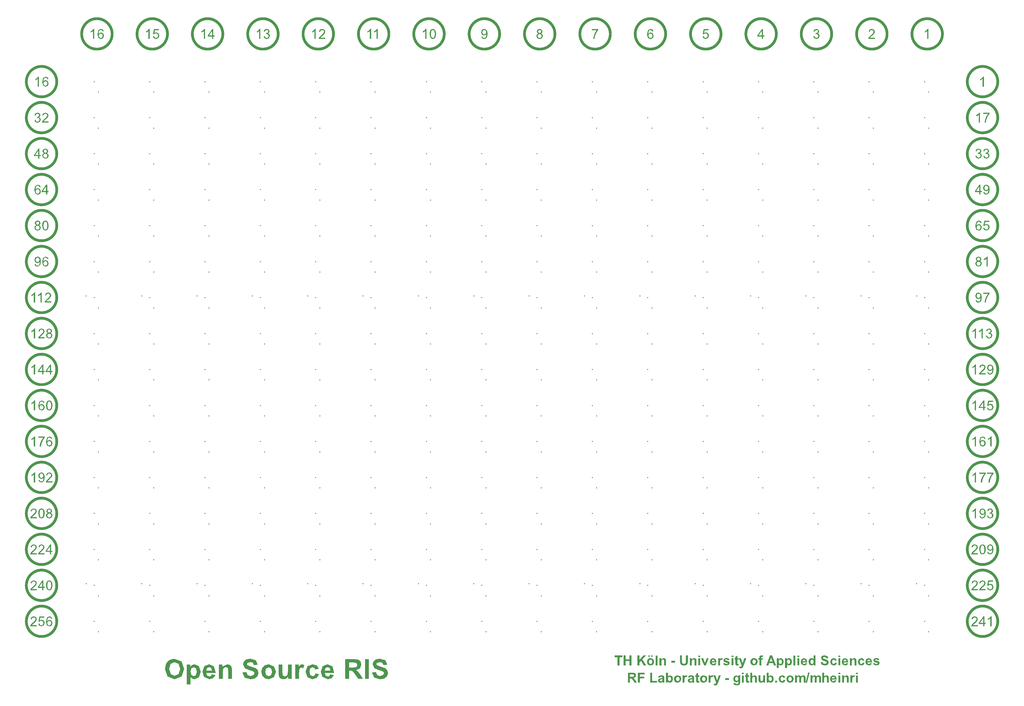
<source format=gto>
G04 ===== Begin FILE IDENTIFICATION =====*
G04 File Format:  Gerber RS274X*
G04 ===== End FILE IDENTIFICATION =====*
%FSLAX66Y66*%
%MOIN*%
%SFA1.0000B1.0000*%
%OFA0.0B0.0*%
%ADD14C,0.015748*%
%ADD15R,0.027008X0.024992*%
%ADD16R,0.027008X0.102079*%
%ADD17R,0.056902X0.281819*%
%ADD18R,0.053055X0.027008*%
%ADD19R,0.027008X0.140909*%
%ADD20R,0.023264X0.023161*%
%ADD21R,0.023165X0.023161*%
%ADD22R,0.027008X0.027008*%
%ADD23R,0.053059X0.027008*%
%LNtext*%
%IPPOS*%
%LPD*%
G75*
D14*
X6148819Y535039D03*
X5361417D03*
Y4629528D03*
X9298425Y535039D03*
X2211811D03*
X10085827D03*
X2999213Y4629528D03*
Y535039D03*
X8511024D03*
X2211811Y4629528D03*
X1424409D03*
X7723622D03*
X10873228Y535039D03*
X1424409D03*
X6148819Y4629528D03*
X7723622Y535039D03*
X637008Y4629528D03*
X10085827D03*
X4574016D03*
Y535039D03*
X6936220D03*
Y4629528D03*
X637008Y535039D03*
X10873228Y4629528D03*
X3786614D03*
X9298425D03*
X8511024D03*
X3786614Y535039D03*
X-150394D03*
Y4629528D03*
X11660630D03*
Y535039D03*
X11773622Y5627953D03*
X11832677Y1385827D03*
D15*
X9977343Y-499059D03*
D14*
X11773622Y-1969D03*
Y3068898D03*
X11832677Y7527559D03*
X11773622Y509843D03*
X11832677Y3433071D03*
Y2921260D03*
Y2409449D03*
X11773622Y3580709D03*
Y2557087D03*
X11832677Y3944882D03*
X11773622Y4092520D03*
X11832677Y874016D03*
X11773622Y6139764D03*
D16*
X9977343Y-576433D03*
D14*
X11773622Y2045276D03*
X11832677Y1897638D03*
Y362205D03*
Y-149606D03*
X11773622Y1533465D03*
X11832677Y5480315D03*
Y4456693D03*
X11773622Y1021654D03*
X11832677Y4968504D03*
Y5992126D03*
X11773622Y7675197D03*
Y7163386D03*
Y6651575D03*
X11832677Y6503937D03*
X11773622Y4604331D03*
X11832677Y7015748D03*
G36*
G01X12362205Y0D02*
G01X12362241Y-4123D01*
G01X12362349Y-8244D01*
G01X12362528Y-12363D01*
G01X12362780Y-16478D01*
G01X12363104Y-20588D01*
G01X12363499Y-24692D01*
G01X12363965Y-28788D01*
G01X12364504Y-32876D01*
G01X12365113Y-36953D01*
G01X12365793Y-41019D01*
G01X12366545Y-45073D01*
G01X12367367Y-49113D01*
G01X12368259Y-53138D01*
G01X12369221Y-57147D01*
G01X12370254Y-61138D01*
G01X12371356Y-65111D01*
G01X12372526Y-69064D01*
G01X12373766Y-72996D01*
G01X12375074Y-76906D01*
G01X12376451Y-80792D01*
G01X12377894Y-84654D01*
G01X12379405Y-88490D01*
G01X12380983Y-92299D01*
G01X12382627Y-96080D01*
G01X12384337Y-99831D01*
G01X12386112Y-103552D01*
G01X12387951Y-107242D01*
G01X12389855Y-110899D01*
G01X12391822Y-114522D01*
G01X12393852Y-118110D01*
G01X12395945Y-121663D01*
G01X12398099Y-125178D01*
G01X12400314Y-128655D01*
G01X12402590Y-132093D01*
G01X12404925Y-135490D01*
G01X12407319Y-138847D01*
G01X12409771Y-142161D01*
G01X12412281Y-145432D01*
G01X12414847Y-148658D01*
G01X12417470Y-151840D01*
G01X12420147Y-154975D01*
G01X12422879Y-158062D01*
G01X12425664Y-161102D01*
G01X12428502Y-164093D01*
G01X12431392Y-167033D01*
G01X12434333Y-169923D01*
G01X12437323Y-172761D01*
G01X12440363Y-175546D01*
G01X12443451Y-178278D01*
G01X12446586Y-180955D01*
G01X12449767Y-183578D01*
G01X12452993Y-186144D01*
G01X12456264Y-188654D01*
G01X12459578Y-191106D01*
G01X12462935Y-193500D01*
G01X12466332Y-195836D01*
G01X12469770Y-198111D01*
G01X12473247Y-200326D01*
G01X12476763Y-202480D01*
G01X12480315Y-204573D01*
G01X12483903Y-206603D01*
G01X12487526Y-208570D01*
G01X12491183Y-210474D01*
G01X12494873Y-212314D01*
G01X12498594Y-214088D01*
G01X12502346Y-215798D01*
G01X12506127Y-217442D01*
G01X12509935Y-219020D01*
G01X12513771Y-220531D01*
G01X12517633Y-221975D01*
G01X12521519Y-223351D01*
G01X12525429Y-224659D01*
G01X12529361Y-225899D01*
G01X12533314Y-227070D01*
G01X12537287Y-228171D01*
G01X12541278Y-229204D01*
G01X12545287Y-230166D01*
G01X12549312Y-231058D01*
G01X12553352Y-231880D01*
G01X12557406Y-232632D01*
G01X12561472Y-233312D01*
G01X12565550Y-233922D01*
G01X12569637Y-234460D01*
G01X12573733Y-234926D01*
G01X12577837Y-235322D01*
G01X12581947Y-235645D01*
G01X12586062Y-235897D01*
G01X12590181Y-236077D01*
G01X12594303Y-236184D01*
G01X12598425Y-236220D01*
G01X12602548Y-236184D01*
G01X12606669Y-236077D01*
G01X12610788Y-235897D01*
G01X12614903Y-235645D01*
G01X12619013Y-235322D01*
G01X12623117Y-234926D01*
G01X12627213Y-234460D01*
G01X12631301Y-233922D01*
G01X12635378Y-233312D01*
G01X12639444Y-232632D01*
G01X12643498Y-231880D01*
G01X12647538Y-231058D01*
G01X12651563Y-230166D01*
G01X12655572Y-229204D01*
G01X12659564Y-228171D01*
G01X12663536Y-227070D01*
G01X12667489Y-225899D01*
G01X12671421Y-224659D01*
G01X12675331Y-223351D01*
G01X12679217Y-221975D01*
G01X12683079Y-220531D01*
G01X12686915Y-219020D01*
G01X12690724Y-217442D01*
G01X12694505Y-215798D01*
G01X12698256Y-214088D01*
G01X12701977Y-212314D01*
G01X12705667Y-210474D01*
G01X12709324Y-208570D01*
G01X12712947Y-206603D01*
G01X12716535Y-204573D01*
G01X12720088Y-202480D01*
G01X12723603Y-200326D01*
G01X12727080Y-198111D01*
G01X12730518Y-195836D01*
G01X12733916Y-193500D01*
G01X12737272Y-191106D01*
G01X12740586Y-188654D01*
G01X12743857Y-186144D01*
G01X12747084Y-183578D01*
G01X12750265Y-180955D01*
G01X12753400Y-178278D01*
G01X12756488Y-175546D01*
G01X12759527Y-172761D01*
G01X12762518Y-169923D01*
G01X12765458Y-167033D01*
G01X12768348Y-164093D01*
G01X12771186Y-161102D01*
G01X12773971Y-158062D01*
G01X12776703Y-154975D01*
G01X12779381Y-151840D01*
G01X12782003Y-148658D01*
G01X12784569Y-145432D01*
G01X12787079Y-142161D01*
G01X12789532Y-138847D01*
G01X12791926Y-135490D01*
G01X12794261Y-132093D01*
G01X12796536Y-128655D01*
G01X12798752Y-125178D01*
G01X12800906Y-121663D01*
G01X12802998Y-118110D01*
G01X12805028Y-114522D01*
G01X12806995Y-110899D01*
G01X12808899Y-107242D01*
G01X12810739Y-103552D01*
G01X12812514Y-99831D01*
G01X12814223Y-96080D01*
G01X12815867Y-92299D01*
G01X12817445Y-88490D01*
G01X12818956Y-84654D01*
G01X12820400Y-80792D01*
G01X12821776Y-76906D01*
G01X12823084Y-72996D01*
G01X12824324Y-69064D01*
G01X12825495Y-65111D01*
G01X12826597Y-61138D01*
G01X12827629Y-57147D01*
G01X12828591Y-53138D01*
G01X12829484Y-49113D01*
G01X12830306Y-45073D01*
G01X12831057Y-41019D01*
G01X12831737Y-36953D01*
G01X12832347Y-32876D01*
G01X12832885Y-28788D01*
G01X12833352Y-24692D01*
G01X12833747Y-20588D01*
G01X12834070Y-16478D01*
G01X12834322Y-12363D01*
G01X12834502Y-8244D01*
G01X12834610Y-4123D01*
G01X12834646Y0D01*
G01X12834610Y4123D01*
G01X12834502Y8244D01*
G01X12834322Y12363D01*
G01X12834070Y16478D01*
G01X12833747Y20588D01*
G01X12833352Y24692D01*
G01X12832885Y28788D01*
G01X12832347Y32876D01*
G01X12831737Y36953D01*
G01X12831057Y41019D01*
G01X12830306Y45073D01*
G01X12829484Y49113D01*
G01X12828591Y53138D01*
G01X12827629Y57147D01*
G01X12826597Y61138D01*
G01X12825495Y65111D01*
G01X12824324Y69064D01*
G01X12823084Y72996D01*
G01X12821776Y76906D01*
G01X12820400Y80792D01*
G01X12818956Y84654D01*
G01X12817445Y88490D01*
G01X12815867Y92299D01*
G01X12814223Y96080D01*
G01X12812514Y99831D01*
G01X12810739Y103552D01*
G01X12808899Y107242D01*
G01X12806995Y110899D01*
G01X12805028Y114522D01*
G01X12802998Y118110D01*
G01X12800906Y121663D01*
G01X12798752Y125178D01*
G01X12796536Y128655D01*
G01X12794261Y132093D01*
G01X12791926Y135490D01*
G01X12789532Y138847D01*
G01X12787079Y142161D01*
G01X12784569Y145432D01*
G01X12782003Y148658D01*
G01X12779381Y151840D01*
G01X12776703Y154975D01*
G01X12773971Y158062D01*
G01X12771186Y161102D01*
G01X12768348Y164093D01*
G01X12765458Y167033D01*
G01X12762518Y169923D01*
G01X12759527Y172761D01*
G01X12756488Y175546D01*
G01X12753400Y178278D01*
G01X12750265Y180955D01*
G01X12747084Y183578D01*
G01X12743857Y186144D01*
G01X12740586Y188654D01*
G01X12737272Y191106D01*
G01X12733916Y193500D01*
G01X12730518Y195836D01*
G01X12727080Y198111D01*
G01X12723603Y200326D01*
G01X12720088Y202480D01*
G01X12716535Y204573D01*
G01X12712947Y206603D01*
G01X12709324Y208570D01*
G01X12705667Y210474D01*
G01X12701977Y212314D01*
G01X12698256Y214088D01*
G01X12694505Y215798D01*
G01X12690724Y217442D01*
G01X12686915Y219020D01*
G01X12683079Y220531D01*
G01X12679217Y221975D01*
G01X12675331Y223351D01*
G01X12671421Y224659D01*
G01X12667489Y225899D01*
G01X12663536Y227070D01*
G01X12659564Y228171D01*
G01X12655572Y229204D01*
G01X12651563Y230166D01*
G01X12647538Y231058D01*
G01X12643498Y231880D01*
G01X12639444Y232632D01*
G01X12635378Y233312D01*
G01X12631301Y233922D01*
G01X12627213Y234460D01*
G01X12623117Y234926D01*
G01X12619013Y235322D01*
G01X12614903Y235645D01*
G01X12610788Y235897D01*
G01X12606669Y236077D01*
G01X12602548Y236184D01*
G01X12598425Y236220D01*
G01Y196850D01*
G01X12601861Y196820D01*
G01X12605295Y196730D01*
G01X12608728Y196581D01*
G01X12612157Y196371D01*
G01X12615582Y196101D01*
G01X12619002Y195772D01*
G01X12622415Y195383D01*
G01X12625821Y194935D01*
G01X12629219Y194427D01*
G01X12632608Y193860D01*
G01X12635986Y193234D01*
G01X12639353Y192549D01*
G01X12642707Y191805D01*
G01X12646048Y191003D01*
G01X12649374Y190143D01*
G01X12652685Y189225D01*
G01X12655979Y188249D01*
G01X12659255Y187216D01*
G01X12662513Y186126D01*
G01X12665752Y184979D01*
G01X12668970Y183776D01*
G01X12672167Y182517D01*
G01X12675341Y181202D01*
G01X12678491Y179832D01*
G01X12681618Y178407D01*
G01X12684719Y176928D01*
G01X12687793Y175395D01*
G01X12690841Y173809D01*
G01X12693860Y172169D01*
G01X12696850Y170477D01*
G01X12699811Y168734D01*
G01X12702740Y166939D01*
G01X12705638Y165093D01*
G01X12708503Y163196D01*
G01X12711334Y161250D01*
G01X12714131Y159255D01*
G01X12716893Y157212D01*
G01X12719618Y155120D01*
G01X12722307Y152981D01*
G01X12724958Y150796D01*
G01X12727571Y148565D01*
G01X12730144Y146288D01*
G01X12732677Y143967D01*
G01X12735169Y141602D01*
G01X12737619Y139194D01*
G01X12740028Y136744D01*
G01X12742392Y134252D01*
G01X12744714Y131719D01*
G01X12746990Y129145D01*
G01X12749221Y126533D01*
G01X12751407Y123882D01*
G01X12753545Y121193D01*
G01X12755637Y118468D01*
G01X12757681Y115706D01*
G01X12759676Y112909D01*
G01X12761622Y110077D01*
G01X12763518Y107212D01*
G01X12765364Y104315D01*
G01X12767159Y101385D01*
G01X12768903Y98425D01*
G01X12770594Y95435D01*
G01X12772234Y92416D01*
G01X12773820Y89368D01*
G01X12775353Y86294D01*
G01X12776832Y83193D01*
G01X12778257Y80066D01*
G01X12779627Y76916D01*
G01X12780942Y73741D01*
G01X12782201Y70545D01*
G01X12783404Y67327D01*
G01X12784551Y64088D01*
G01X12785641Y60830D01*
G01X12786674Y57553D01*
G01X12787650Y54259D01*
G01X12788568Y50949D01*
G01X12789428Y47622D01*
G01X12790230Y44282D01*
G01X12790974Y40927D01*
G01X12791659Y37561D01*
G01X12792285Y34183D01*
G01X12792852Y30794D01*
G01X12793360Y27396D01*
G01X12793808Y23990D01*
G01X12794197Y20576D01*
G01X12794527Y17157D01*
G01X12794796Y13732D01*
G01X12795006Y10302D01*
G01X12795156Y6870D01*
G01X12795246Y3436D01*
G01X12795276Y0D01*
G01X12795246Y-3436D01*
G01X12795156Y-6870D01*
G01X12795006Y-10302D01*
G01X12794796Y-13732D01*
G01X12794527Y-17157D01*
G01X12794197Y-20576D01*
G01X12793808Y-23990D01*
G01X12793360Y-27396D01*
G01X12792852Y-30794D01*
G01X12792285Y-34183D01*
G01X12791659Y-37561D01*
G01X12790974Y-40927D01*
G01X12790230Y-44282D01*
G01X12789428Y-47622D01*
G01X12788568Y-50949D01*
G01X12787650Y-54259D01*
G01X12786674Y-57553D01*
G01X12785641Y-60830D01*
G01X12784551Y-64088D01*
G01X12783404Y-67327D01*
G01X12782201Y-70545D01*
G01X12780942Y-73741D01*
G01X12779627Y-76916D01*
G01X12778257Y-80066D01*
G01X12776832Y-83193D01*
G01X12775353Y-86294D01*
G01X12773820Y-89368D01*
G01X12772234Y-92416D01*
G01X12770594Y-95435D01*
G01X12768903Y-98425D01*
G01X12767159Y-101385D01*
G01X12765364Y-104315D01*
G01X12763518Y-107212D01*
G01X12761622Y-110077D01*
G01X12759676Y-112909D01*
G01X12757681Y-115706D01*
G01X12755637Y-118468D01*
G01X12753545Y-121193D01*
G01X12751407Y-123882D01*
G01X12749221Y-126533D01*
G01X12746990Y-129145D01*
G01X12744714Y-131719D01*
G01X12742392Y-134252D01*
G01X12740028Y-136744D01*
G01X12737619Y-139194D01*
G01X12735169Y-141602D01*
G01X12732677Y-143967D01*
G01X12730144Y-146288D01*
G01X12727571Y-148565D01*
G01X12724958Y-150796D01*
G01X12722307Y-152981D01*
G01X12719618Y-155120D01*
G01X12716893Y-157212D01*
G01X12714131Y-159255D01*
G01X12711334Y-161250D01*
G01X12708503Y-163196D01*
G01X12705638Y-165093D01*
G01X12702740Y-166939D01*
G01X12699811Y-168734D01*
G01X12696850Y-170477D01*
G01X12693860Y-172169D01*
G01X12690841Y-173809D01*
G01X12687793Y-175395D01*
G01X12684719Y-176928D01*
G01X12681618Y-178407D01*
G01X12678491Y-179832D01*
G01X12675341Y-181202D01*
G01X12672167Y-182517D01*
G01X12668970Y-183776D01*
G01X12665752Y-184979D01*
G01X12662513Y-186126D01*
G01X12659255Y-187216D01*
G01X12655979Y-188249D01*
G01X12652685Y-189225D01*
G01X12649374Y-190143D01*
G01X12646048Y-191003D01*
G01X12642707Y-191805D01*
G01X12639353Y-192549D01*
G01X12635986Y-193234D01*
G01X12632608Y-193860D01*
G01X12629219Y-194427D01*
G01X12625821Y-194935D01*
G01X12622415Y-195383D01*
G01X12619002Y-195772D01*
G01X12615582Y-196101D01*
G01X12612157Y-196371D01*
G01X12608728Y-196581D01*
G01X12605295Y-196730D01*
G01X12601861Y-196820D01*
G01X12598425Y-196850D01*
G01X12594990Y-196820D01*
G01X12591555Y-196730D01*
G01X12588123Y-196581D01*
G01X12584694Y-196371D01*
G01X12581269Y-196101D01*
G01X12577849Y-195772D01*
G01X12574435Y-195383D01*
G01X12571029Y-194935D01*
G01X12567631Y-194427D01*
G01X12564242Y-193860D01*
G01X12560864Y-193234D01*
G01X12557498Y-192549D01*
G01X12554143Y-191805D01*
G01X12550803Y-191003D01*
G01X12547477Y-190143D01*
G01X12544166Y-189225D01*
G01X12540872Y-188249D01*
G01X12537595Y-187216D01*
G01X12534337Y-186126D01*
G01X12531098Y-184979D01*
G01X12527880Y-183776D01*
G01X12524684Y-182517D01*
G01X12521510Y-181202D01*
G01X12518359Y-179832D01*
G01X12515233Y-178407D01*
G01X12512132Y-176928D01*
G01X12509057Y-175395D01*
G01X12506010Y-173809D01*
G01X12502990Y-172169D01*
G01X12500000Y-170477D01*
G01X12497040Y-168734D01*
G01X12494110Y-166939D01*
G01X12491213Y-165093D01*
G01X12488348Y-163196D01*
G01X12485516Y-161250D01*
G01X12482719Y-159255D01*
G01X12479958Y-157212D01*
G01X12477232Y-155120D01*
G01X12474543Y-152981D01*
G01X12471892Y-150796D01*
G01X12469280Y-148565D01*
G01X12466707Y-146288D01*
G01X12464174Y-143967D01*
G01X12461681Y-141602D01*
G01X12459231Y-139194D01*
G01X12456823Y-136744D01*
G01X12454458Y-134252D01*
G01X12452137Y-131719D01*
G01X12449860Y-129145D01*
G01X12447629Y-126533D01*
G01X12445444Y-123882D01*
G01X12443305Y-121193D01*
G01X12441213Y-118468D01*
G01X12439170Y-115706D01*
G01X12437175Y-112909D01*
G01X12435229Y-110077D01*
G01X12433333Y-107212D01*
G01X12431487Y-104315D01*
G01X12429691Y-101385D01*
G01X12427948Y-98425D01*
G01X12426256Y-95435D01*
G01X12424617Y-92416D01*
G01X12423030Y-89368D01*
G01X12421497Y-86294D01*
G01X12420018Y-83193D01*
G01X12418593Y-80066D01*
G01X12417223Y-76916D01*
G01X12415909Y-73741D01*
G01X12414650Y-70545D01*
G01X12413446Y-67327D01*
G01X12412299Y-64088D01*
G01X12411209Y-60830D01*
G01X12410176Y-57553D01*
G01X12409200Y-54259D01*
G01X12408282Y-50949D01*
G01X12407422Y-47622D01*
G01X12406620Y-44282D01*
G01X12405876Y-40927D01*
G01X12405191Y-37561D01*
G01X12404565Y-34183D01*
G01X12403998Y-30794D01*
G01X12403491Y-27396D01*
G01X12403042Y-23990D01*
G01X12402653Y-20576D01*
G01X12402324Y-17157D01*
G01X12402054Y-13732D01*
G01X12401845Y-10302D01*
G01X12401695Y-6870D01*
G01X12401605Y-3436D01*
G01X12401575Y0D01*
G01X12401605Y3436D01*
G01X12401695Y6870D01*
G01X12401845Y10302D01*
G01X12402054Y13732D01*
G01X12402324Y17157D01*
G01X12402653Y20576D01*
G01X12403042Y23990D01*
G01X12403491Y27396D01*
G01X12403998Y30794D01*
G01X12404565Y34183D01*
G01X12405191Y37561D01*
G01X12405876Y40927D01*
G01X12406620Y44282D01*
G01X12407422Y47622D01*
G01X12408282Y50949D01*
G01X12409200Y54259D01*
G01X12410176Y57553D01*
G01X12411209Y60830D01*
G01X12412299Y64088D01*
G01X12413446Y67327D01*
G01X12414650Y70545D01*
G01X12415909Y73741D01*
G01X12417223Y76916D01*
G01X12418593Y80066D01*
G01X12420018Y83193D01*
G01X12421497Y86294D01*
G01X12423030Y89368D01*
G01X12424617Y92416D01*
G01X12426256Y95435D01*
G01X12427948Y98425D01*
G01X12429691Y101385D01*
G01X12431487Y104315D01*
G01X12433333Y107212D01*
G01X12435229Y110077D01*
G01X12437175Y112909D01*
G01X12439170Y115706D01*
G01X12441213Y118468D01*
G01X12443305Y121193D01*
G01X12445444Y123882D01*
G01X12447629Y126533D01*
G01X12449860Y129145D01*
G01X12452137Y131719D01*
G01X12454458Y134252D01*
G01X12456823Y136744D01*
G01X12459231Y139194D01*
G01X12461681Y141602D01*
G01X12464174Y143967D01*
G01X12466707Y146288D01*
G01X12469280Y148565D01*
G01X12471892Y150796D01*
G01X12474543Y152981D01*
G01X12477232Y155120D01*
G01X12479958Y157212D01*
G01X12482719Y159255D01*
G01X12485516Y161250D01*
G01X12488348Y163196D01*
G01X12491213Y165093D01*
G01X12494110Y166939D01*
G01X12497040Y168734D01*
G01X12500000Y170477D01*
G01X12502990Y172169D01*
G01X12506010Y173809D01*
G01X12509057Y175395D01*
G01X12512132Y176928D01*
G01X12515233Y178407D01*
G01X12518359Y179832D01*
G01X12521510Y181202D01*
G01X12524684Y182517D01*
G01X12527880Y183776D01*
G01X12531098Y184979D01*
G01X12534337Y186126D01*
G01X12537595Y187216D01*
G01X12540872Y188249D01*
G01X12544166Y189225D01*
G01X12547477Y190143D01*
G01X12550803Y191003D01*
G01X12554143Y191805D01*
G01X12557498Y192549D01*
G01X12560864Y193234D01*
G01X12564242Y193860D01*
G01X12567631Y194427D01*
G01X12571029Y194935D01*
G01X12574435Y195383D01*
G01X12577849Y195772D01*
G01X12581269Y196101D01*
G01X12584694Y196371D01*
G01X12588123Y196581D01*
G01X12591555Y196730D01*
G01X12594990Y196820D01*
G01X12598425Y196850D01*
G01Y236220D01*
G01X12594303Y236184D01*
G01X12590181Y236077D01*
G01X12586062Y235897D01*
G01X12581947Y235645D01*
G01X12577837Y235322D01*
G01X12573733Y234926D01*
G01X12569637Y234460D01*
G01X12565550Y233922D01*
G01X12561472Y233312D01*
G01X12557406Y232632D01*
G01X12553352Y231880D01*
G01X12549312Y231058D01*
G01X12545287Y230166D01*
G01X12541278Y229204D01*
G01X12537287Y228171D01*
G01X12533314Y227070D01*
G01X12529361Y225899D01*
G01X12525429Y224659D01*
G01X12521519Y223351D01*
G01X12517633Y221975D01*
G01X12513771Y220531D01*
G01X12509935Y219020D01*
G01X12506127Y217442D01*
G01X12502346Y215798D01*
G01X12498594Y214088D01*
G01X12494873Y212314D01*
G01X12491183Y210474D01*
G01X12487526Y208570D01*
G01X12483903Y206603D01*
G01X12480315Y204573D01*
G01X12476763Y202480D01*
G01X12473247Y200326D01*
G01X12469770Y198111D01*
G01X12466332Y195836D01*
G01X12462935Y193500D01*
G01X12459578Y191106D01*
G01X12456264Y188654D01*
G01X12452993Y186144D01*
G01X12449767Y183578D01*
G01X12446586Y180955D01*
G01X12443451Y178278D01*
G01X12440363Y175546D01*
G01X12437323Y172761D01*
G01X12434333Y169923D01*
G01X12431392Y167033D01*
G01X12428502Y164093D01*
G01X12425664Y161102D01*
G01X12422879Y158062D01*
G01X12420147Y154975D01*
G01X12417470Y151840D01*
G01X12414847Y148658D01*
G01X12412281Y145432D01*
G01X12409771Y142161D01*
G01X12407319Y138847D01*
G01X12404925Y135490D01*
G01X12402590Y132093D01*
G01X12400314Y128655D01*
G01X12398099Y125178D01*
G01X12395945Y121663D01*
G01X12393852Y118110D01*
G01X12391822Y114522D01*
G01X12389855Y110899D01*
G01X12387951Y107242D01*
G01X12386112Y103552D01*
G01X12384337Y99831D01*
G01X12382627Y96080D01*
G01X12380983Y92299D01*
G01X12379405Y88490D01*
G01X12377894Y84654D01*
G01X12376451Y80792D01*
G01X12375074Y76906D01*
G01X12373766Y72996D01*
G01X12372526Y69064D01*
G01X12371356Y65111D01*
G01X12370254Y61138D01*
G01X12369221Y57147D01*
G01X12368259Y53138D01*
G01X12367367Y49113D01*
G01X12366545Y45073D01*
G01X12365793Y41019D01*
G01X12365113Y36953D01*
G01X12364504Y32876D01*
G01X12363965Y28788D01*
G01X12363499Y24692D01*
G01X12363104Y20588D01*
G01X12362780Y16478D01*
G01X12362528Y12363D01*
G01X12362349Y8244D01*
G01X12362241Y4123D01*
G01X12362205Y0D01*
G37*
G36*
G01X12362205Y1535433D02*
G01X12362241Y1531310D01*
G01X12362349Y1527189D01*
G01X12362528Y1523070D01*
G01X12362780Y1518955D01*
G01X12363104Y1514845D01*
G01X12363499Y1510741D01*
G01X12363965Y1506645D01*
G01X12364504Y1502558D01*
G01X12365113Y1498480D01*
G01X12365793Y1494414D01*
G01X12366545Y1490360D01*
G01X12367367Y1486320D01*
G01X12368259Y1482295D01*
G01X12369221Y1478286D01*
G01X12370254Y1474295D01*
G01X12371356Y1470322D01*
G01X12372526Y1466369D01*
G01X12373766Y1462437D01*
G01X12375074Y1458527D01*
G01X12376451Y1454641D01*
G01X12377894Y1450779D01*
G01X12379405Y1446943D01*
G01X12380983Y1443134D01*
G01X12382627Y1439354D01*
G01X12384337Y1435602D01*
G01X12386112Y1431881D01*
G01X12387951Y1428191D01*
G01X12389855Y1424534D01*
G01X12391822Y1420911D01*
G01X12393852Y1417323D01*
G01X12395945Y1413771D01*
G01X12398099Y1410255D01*
G01X12400314Y1406778D01*
G01X12402590Y1403340D01*
G01X12404925Y1399943D01*
G01X12407319Y1396586D01*
G01X12409771Y1393272D01*
G01X12412281Y1390001D01*
G01X12414847Y1386775D01*
G01X12417470Y1383593D01*
G01X12420147Y1380458D01*
G01X12422879Y1377371D01*
G01X12425664Y1374331D01*
G01X12428502Y1371341D01*
G01X12431392Y1368400D01*
G01X12434333Y1365510D01*
G01X12437323Y1362672D01*
G01X12440363Y1359887D01*
G01X12443451Y1357155D01*
G01X12446586Y1354478D01*
G01X12449767Y1351855D01*
G01X12452993Y1349289D01*
G01X12456264Y1346779D01*
G01X12459578Y1344327D01*
G01X12462935Y1341933D01*
G01X12466332Y1339597D01*
G01X12469770Y1337322D01*
G01X12473247Y1335107D01*
G01X12476763Y1332953D01*
G01X12480315Y1330860D01*
G01X12483903Y1328830D01*
G01X12487526Y1326863D01*
G01X12491183Y1324959D01*
G01X12494873Y1323120D01*
G01X12498594Y1321345D01*
G01X12502346Y1319635D01*
G01X12506127Y1317991D01*
G01X12509935Y1316413D01*
G01X12513771Y1314902D01*
G01X12517633Y1313458D01*
G01X12521519Y1312082D01*
G01X12525429Y1310774D01*
G01X12529361Y1309534D01*
G01X12533314Y1308363D01*
G01X12537287Y1307262D01*
G01X12541278Y1306229D01*
G01X12545287Y1305267D01*
G01X12549312Y1304375D01*
G01X12553352Y1303553D01*
G01X12557406Y1302801D01*
G01X12561472Y1302121D01*
G01X12565550Y1301511D01*
G01X12569637Y1300973D01*
G01X12573733Y1300507D01*
G01X12577837Y1300111D01*
G01X12581947Y1299788D01*
G01X12586062Y1299536D01*
G01X12590181Y1299356D01*
G01X12594303Y1299249D01*
G01X12598425Y1299213D01*
G01X12602548Y1299249D01*
G01X12606669Y1299356D01*
G01X12610788Y1299536D01*
G01X12614903Y1299788D01*
G01X12619013Y1300111D01*
G01X12623117Y1300507D01*
G01X12627213Y1300973D01*
G01X12631301Y1301511D01*
G01X12635378Y1302121D01*
G01X12639444Y1302801D01*
G01X12643498Y1303553D01*
G01X12647538Y1304375D01*
G01X12651563Y1305267D01*
G01X12655572Y1306229D01*
G01X12659564Y1307262D01*
G01X12663536Y1308363D01*
G01X12667489Y1309534D01*
G01X12671421Y1310774D01*
G01X12675331Y1312082D01*
G01X12679217Y1313458D01*
G01X12683079Y1314902D01*
G01X12686915Y1316413D01*
G01X12690724Y1317991D01*
G01X12694505Y1319635D01*
G01X12698256Y1321345D01*
G01X12701977Y1323120D01*
G01X12705667Y1324959D01*
G01X12709324Y1326863D01*
G01X12712947Y1328830D01*
G01X12716535Y1330860D01*
G01X12720088Y1332953D01*
G01X12723603Y1335107D01*
G01X12727080Y1337322D01*
G01X12730518Y1339597D01*
G01X12733916Y1341933D01*
G01X12737272Y1344327D01*
G01X12740586Y1346779D01*
G01X12743857Y1349289D01*
G01X12747084Y1351855D01*
G01X12750265Y1354478D01*
G01X12753400Y1357155D01*
G01X12756488Y1359887D01*
G01X12759527Y1362672D01*
G01X12762518Y1365510D01*
G01X12765458Y1368400D01*
G01X12768348Y1371341D01*
G01X12771186Y1374331D01*
G01X12773971Y1377371D01*
G01X12776703Y1380458D01*
G01X12779381Y1383593D01*
G01X12782003Y1386775D01*
G01X12784569Y1390001D01*
G01X12787079Y1393272D01*
G01X12789532Y1396586D01*
G01X12791926Y1399943D01*
G01X12794261Y1403340D01*
G01X12796536Y1406778D01*
G01X12798752Y1410255D01*
G01X12800906Y1413771D01*
G01X12802998Y1417323D01*
G01X12805028Y1420911D01*
G01X12806995Y1424534D01*
G01X12808899Y1428191D01*
G01X12810739Y1431881D01*
G01X12812514Y1435602D01*
G01X12814223Y1439354D01*
G01X12815867Y1443134D01*
G01X12817445Y1446943D01*
G01X12818956Y1450779D01*
G01X12820400Y1454641D01*
G01X12821776Y1458527D01*
G01X12823084Y1462437D01*
G01X12824324Y1466369D01*
G01X12825495Y1470322D01*
G01X12826597Y1474295D01*
G01X12827629Y1478286D01*
G01X12828591Y1482295D01*
G01X12829484Y1486320D01*
G01X12830306Y1490360D01*
G01X12831057Y1494414D01*
G01X12831737Y1498480D01*
G01X12832347Y1502558D01*
G01X12832885Y1506645D01*
G01X12833352Y1510741D01*
G01X12833747Y1514845D01*
G01X12834070Y1518955D01*
G01X12834322Y1523070D01*
G01X12834502Y1527189D01*
G01X12834610Y1531310D01*
G01X12834646Y1535433D01*
G01X12834610Y1539556D01*
G01X12834502Y1543677D01*
G01X12834322Y1547796D01*
G01X12834070Y1551911D01*
G01X12833747Y1556021D01*
G01X12833352Y1560125D01*
G01X12832885Y1564221D01*
G01X12832347Y1568309D01*
G01X12831737Y1572386D01*
G01X12831057Y1576452D01*
G01X12830306Y1580506D01*
G01X12829484Y1584546D01*
G01X12828591Y1588571D01*
G01X12827629Y1592580D01*
G01X12826597Y1596571D01*
G01X12825495Y1600544D01*
G01X12824324Y1604497D01*
G01X12823084Y1608429D01*
G01X12821776Y1612339D01*
G01X12820400Y1616225D01*
G01X12818956Y1620087D01*
G01X12817445Y1623923D01*
G01X12815867Y1627732D01*
G01X12814223Y1631513D01*
G01X12812514Y1635264D01*
G01X12810739Y1638985D01*
G01X12808899Y1642675D01*
G01X12806995Y1646332D01*
G01X12805028Y1649955D01*
G01X12802998Y1653543D01*
G01X12800906Y1657096D01*
G01X12798752Y1660611D01*
G01X12796536Y1664088D01*
G01X12794261Y1667526D01*
G01X12791926Y1670924D01*
G01X12789532Y1674280D01*
G01X12787079Y1677594D01*
G01X12784569Y1680865D01*
G01X12782003Y1684091D01*
G01X12779381Y1687273D01*
G01X12776703Y1690408D01*
G01X12773971Y1693495D01*
G01X12771186Y1696535D01*
G01X12768348Y1699526D01*
G01X12765458Y1702466D01*
G01X12762518Y1705356D01*
G01X12759527Y1708194D01*
G01X12756488Y1710979D01*
G01X12753400Y1713711D01*
G01X12750265Y1716388D01*
G01X12747084Y1719011D01*
G01X12743857Y1721577D01*
G01X12740586Y1724087D01*
G01X12737272Y1726539D01*
G01X12733916Y1728934D01*
G01X12730518Y1731269D01*
G01X12727080Y1733544D01*
G01X12723603Y1735759D01*
G01X12720088Y1737914D01*
G01X12716535Y1740006D01*
G01X12712947Y1742036D01*
G01X12709324Y1744003D01*
G01X12705667Y1745907D01*
G01X12701977Y1747747D01*
G01X12698256Y1749522D01*
G01X12694505Y1751231D01*
G01X12690724Y1752875D01*
G01X12686915Y1754453D01*
G01X12683079Y1755964D01*
G01X12679217Y1757408D01*
G01X12675331Y1758784D01*
G01X12671421Y1760092D01*
G01X12667489Y1761332D01*
G01X12663536Y1762503D01*
G01X12659564Y1763605D01*
G01X12655572Y1764637D01*
G01X12651563Y1765599D01*
G01X12647538Y1766492D01*
G01X12643498Y1767314D01*
G01X12639444Y1768065D01*
G01X12635378Y1768745D01*
G01X12631301Y1769355D01*
G01X12627213Y1769893D01*
G01X12623117Y1770360D01*
G01X12619013Y1770755D01*
G01X12614903Y1771078D01*
G01X12610788Y1771330D01*
G01X12606669Y1771510D01*
G01X12602548Y1771618D01*
G01X12598425Y1771654D01*
G01Y1732283D01*
G01X12601861Y1732253D01*
G01X12605295Y1732164D01*
G01X12608728Y1732014D01*
G01X12612157Y1731804D01*
G01X12615582Y1731534D01*
G01X12619002Y1731205D01*
G01X12622415Y1730816D01*
G01X12625821Y1730368D01*
G01X12629219Y1729860D01*
G01X12632608Y1729293D01*
G01X12635986Y1728667D01*
G01X12639353Y1727982D01*
G01X12642707Y1727238D01*
G01X12646048Y1726436D01*
G01X12649374Y1725576D01*
G01X12652685Y1724658D01*
G01X12655979Y1723682D01*
G01X12659255Y1722649D01*
G01X12662513Y1721559D01*
G01X12665752Y1720412D01*
G01X12668970Y1719209D01*
G01X12672167Y1717950D01*
G01X12675341Y1716635D01*
G01X12678491Y1715265D01*
G01X12681618Y1713840D01*
G01X12684719Y1712361D01*
G01X12687793Y1710828D01*
G01X12690841Y1709242D01*
G01X12693860Y1707602D01*
G01X12696850Y1705911D01*
G01X12699811Y1704167D01*
G01X12702740Y1702372D01*
G01X12705638Y1700526D01*
G01X12708503Y1698629D01*
G01X12711334Y1696683D01*
G01X12714131Y1694688D01*
G01X12716893Y1692645D01*
G01X12719618Y1690553D01*
G01X12722307Y1688415D01*
G01X12724958Y1686229D01*
G01X12727571Y1683998D01*
G01X12730144Y1681721D01*
G01X12732677Y1679400D01*
G01X12735169Y1677035D01*
G01X12737619Y1674627D01*
G01X12740028Y1672177D01*
G01X12742392Y1669685D01*
G01X12744714Y1667152D01*
G01X12746990Y1664579D01*
G01X12749221Y1661966D01*
G01X12751407Y1659315D01*
G01X12753545Y1656626D01*
G01X12755637Y1653901D01*
G01X12757681Y1651139D01*
G01X12759676Y1648342D01*
G01X12761622Y1645510D01*
G01X12763518Y1642645D01*
G01X12765364Y1639748D01*
G01X12767159Y1636819D01*
G01X12768903Y1633858D01*
G01X12770594Y1630868D01*
G01X12772234Y1627849D01*
G01X12773820Y1624801D01*
G01X12775353Y1621727D01*
G01X12776832Y1618626D01*
G01X12778257Y1615499D01*
G01X12779627Y1612349D01*
G01X12780942Y1609175D01*
G01X12782201Y1605978D01*
G01X12783404Y1602760D01*
G01X12784551Y1599521D01*
G01X12785641Y1596263D01*
G01X12786674Y1592987D01*
G01X12787650Y1589692D01*
G01X12788568Y1586382D01*
G01X12789428Y1583055D01*
G01X12790230Y1579715D01*
G01X12790974Y1576361D01*
G01X12791659Y1572994D01*
G01X12792285Y1569616D01*
G01X12792852Y1566227D01*
G01X12793360Y1562829D01*
G01X12793808Y1559423D01*
G01X12794197Y1556010D01*
G01X12794527Y1552590D01*
G01X12794796Y1549165D01*
G01X12795006Y1545735D01*
G01X12795156Y1542303D01*
G01X12795246Y1538869D01*
G01X12795276Y1535433D01*
G01X12795246Y1531998D01*
G01X12795156Y1528563D01*
G01X12795006Y1525131D01*
G01X12794796Y1521701D01*
G01X12794527Y1518276D01*
G01X12794197Y1514857D01*
G01X12793808Y1511443D01*
G01X12793360Y1508037D01*
G01X12792852Y1504639D01*
G01X12792285Y1501250D01*
G01X12791659Y1497872D01*
G01X12790974Y1494506D01*
G01X12790230Y1491151D01*
G01X12789428Y1487811D01*
G01X12788568Y1484484D01*
G01X12787650Y1481174D01*
G01X12786674Y1477880D01*
G01X12785641Y1474603D01*
G01X12784551Y1471345D01*
G01X12783404Y1468106D01*
G01X12782201Y1464888D01*
G01X12780942Y1461692D01*
G01X12779627Y1458517D01*
G01X12778257Y1455367D01*
G01X12776832Y1452240D01*
G01X12775353Y1449140D01*
G01X12773820Y1446065D01*
G01X12772234Y1443017D01*
G01X12770594Y1439998D01*
G01X12768903Y1437008D01*
G01X12767159Y1434048D01*
G01X12765364Y1431118D01*
G01X12763518Y1428221D01*
G01X12761622Y1425356D01*
G01X12759676Y1422524D01*
G01X12757681Y1419727D01*
G01X12755637Y1416966D01*
G01X12753545Y1414240D01*
G01X12751407Y1411551D01*
G01X12749221Y1408900D01*
G01X12746990Y1406288D01*
G01X12744714Y1403714D01*
G01X12742392Y1401181D01*
G01X12740028Y1398689D01*
G01X12737619Y1396239D01*
G01X12735169Y1393831D01*
G01X12732677Y1391466D01*
G01X12730144Y1389145D01*
G01X12727571Y1386868D01*
G01X12724958Y1384637D01*
G01X12722307Y1382452D01*
G01X12719618Y1380313D01*
G01X12716893Y1378221D01*
G01X12714131Y1376178D01*
G01X12711334Y1374183D01*
G01X12708503Y1372237D01*
G01X12705638Y1370340D01*
G01X12702740Y1368494D01*
G01X12699811Y1366699D01*
G01X12696850Y1364956D01*
G01X12693860Y1363264D01*
G01X12690841Y1361624D01*
G01X12687793Y1360038D01*
G01X12684719Y1358505D01*
G01X12681618Y1357026D01*
G01X12678491Y1355601D01*
G01X12675341Y1354231D01*
G01X12672167Y1352917D01*
G01X12668970Y1351657D01*
G01X12665752Y1350454D01*
G01X12662513Y1349307D01*
G01X12659255Y1348217D01*
G01X12655979Y1347184D01*
G01X12652685Y1346208D01*
G01X12649374Y1345290D01*
G01X12646048Y1344430D01*
G01X12642707Y1343628D01*
G01X12639353Y1342884D01*
G01X12635986Y1342199D01*
G01X12632608Y1341573D01*
G01X12629219Y1341006D01*
G01X12625821Y1340498D01*
G01X12622415Y1340050D01*
G01X12619002Y1339661D01*
G01X12615582Y1339332D01*
G01X12612157Y1339062D01*
G01X12608728Y1338852D01*
G01X12605295Y1338703D01*
G01X12601861Y1338613D01*
G01X12598425Y1338583D01*
G01X12594990Y1338613D01*
G01X12591555Y1338703D01*
G01X12588123Y1338852D01*
G01X12584694Y1339062D01*
G01X12581269Y1339332D01*
G01X12577849Y1339661D01*
G01X12574435Y1340050D01*
G01X12571029Y1340498D01*
G01X12567631Y1341006D01*
G01X12564242Y1341573D01*
G01X12560864Y1342199D01*
G01X12557498Y1342884D01*
G01X12554143Y1343628D01*
G01X12550803Y1344430D01*
G01X12547477Y1345290D01*
G01X12544166Y1346208D01*
G01X12540872Y1347184D01*
G01X12537595Y1348217D01*
G01X12534337Y1349307D01*
G01X12531098Y1350454D01*
G01X12527880Y1351657D01*
G01X12524684Y1352917D01*
G01X12521510Y1354231D01*
G01X12518359Y1355601D01*
G01X12515233Y1357026D01*
G01X12512132Y1358505D01*
G01X12509057Y1360038D01*
G01X12506010Y1361624D01*
G01X12502990Y1363264D01*
G01X12500000Y1364956D01*
G01X12497040Y1366699D01*
G01X12494110Y1368494D01*
G01X12491213Y1370340D01*
G01X12488348Y1372237D01*
G01X12485516Y1374183D01*
G01X12482719Y1376178D01*
G01X12479958Y1378221D01*
G01X12477232Y1380313D01*
G01X12474543Y1382452D01*
G01X12471892Y1384637D01*
G01X12469280Y1386868D01*
G01X12466707Y1389145D01*
G01X12464174Y1391466D01*
G01X12461681Y1393831D01*
G01X12459231Y1396239D01*
G01X12456823Y1398689D01*
G01X12454458Y1401181D01*
G01X12452137Y1403714D01*
G01X12449860Y1406288D01*
G01X12447629Y1408900D01*
G01X12445444Y1411551D01*
G01X12443305Y1414240D01*
G01X12441213Y1416966D01*
G01X12439170Y1419727D01*
G01X12437175Y1422524D01*
G01X12435229Y1425356D01*
G01X12433333Y1428221D01*
G01X12431487Y1431118D01*
G01X12429691Y1434048D01*
G01X12427948Y1437008D01*
G01X12426256Y1439998D01*
G01X12424617Y1443017D01*
G01X12423030Y1446065D01*
G01X12421497Y1449140D01*
G01X12420018Y1452240D01*
G01X12418593Y1455367D01*
G01X12417223Y1458517D01*
G01X12415909Y1461692D01*
G01X12414650Y1464888D01*
G01X12413446Y1468106D01*
G01X12412299Y1471345D01*
G01X12411209Y1474603D01*
G01X12410176Y1477880D01*
G01X12409200Y1481174D01*
G01X12408282Y1484484D01*
G01X12407422Y1487811D01*
G01X12406620Y1491151D01*
G01X12405876Y1494506D01*
G01X12405191Y1497872D01*
G01X12404565Y1501250D01*
G01X12403998Y1504639D01*
G01X12403491Y1508037D01*
G01X12403042Y1511443D01*
G01X12402653Y1514857D01*
G01X12402324Y1518276D01*
G01X12402054Y1521701D01*
G01X12401845Y1525131D01*
G01X12401695Y1528563D01*
G01X12401605Y1531998D01*
G01X12401575Y1535433D01*
G01X12401605Y1538869D01*
G01X12401695Y1542303D01*
G01X12401845Y1545735D01*
G01X12402054Y1549165D01*
G01X12402324Y1552590D01*
G01X12402653Y1556010D01*
G01X12403042Y1559423D01*
G01X12403491Y1562829D01*
G01X12403998Y1566227D01*
G01X12404565Y1569616D01*
G01X12405191Y1572994D01*
G01X12405876Y1576361D01*
G01X12406620Y1579715D01*
G01X12407422Y1583055D01*
G01X12408282Y1586382D01*
G01X12409200Y1589692D01*
G01X12410176Y1592987D01*
G01X12411209Y1596263D01*
G01X12412299Y1599521D01*
G01X12413446Y1602760D01*
G01X12414650Y1605978D01*
G01X12415909Y1609175D01*
G01X12417223Y1612349D01*
G01X12418593Y1615499D01*
G01X12420018Y1618626D01*
G01X12421497Y1621727D01*
G01X12423030Y1624801D01*
G01X12424617Y1627849D01*
G01X12426256Y1630868D01*
G01X12427948Y1633858D01*
G01X12429691Y1636819D01*
G01X12431487Y1639748D01*
G01X12433333Y1642645D01*
G01X12435229Y1645510D01*
G01X12437175Y1648342D01*
G01X12439170Y1651139D01*
G01X12441213Y1653901D01*
G01X12443305Y1656626D01*
G01X12445444Y1659315D01*
G01X12447629Y1661966D01*
G01X12449860Y1664579D01*
G01X12452137Y1667152D01*
G01X12454458Y1669685D01*
G01X12456823Y1672177D01*
G01X12459231Y1674627D01*
G01X12461681Y1677035D01*
G01X12464174Y1679400D01*
G01X12466707Y1681721D01*
G01X12469280Y1683998D01*
G01X12471892Y1686229D01*
G01X12474543Y1688415D01*
G01X12477232Y1690553D01*
G01X12479958Y1692645D01*
G01X12482719Y1694688D01*
G01X12485516Y1696683D01*
G01X12488348Y1698629D01*
G01X12491213Y1700526D01*
G01X12494110Y1702372D01*
G01X12497040Y1704167D01*
G01X12500000Y1705911D01*
G01X12502990Y1707602D01*
G01X12506010Y1709242D01*
G01X12509057Y1710828D01*
G01X12512132Y1712361D01*
G01X12515233Y1713840D01*
G01X12518359Y1715265D01*
G01X12521510Y1716635D01*
G01X12524684Y1717950D01*
G01X12527880Y1719209D01*
G01X12531098Y1720412D01*
G01X12534337Y1721559D01*
G01X12537595Y1722649D01*
G01X12540872Y1723682D01*
G01X12544166Y1724658D01*
G01X12547477Y1725576D01*
G01X12550803Y1726436D01*
G01X12554143Y1727238D01*
G01X12557498Y1727982D01*
G01X12560864Y1728667D01*
G01X12564242Y1729293D01*
G01X12567631Y1729860D01*
G01X12571029Y1730368D01*
G01X12574435Y1730816D01*
G01X12577849Y1731205D01*
G01X12581269Y1731534D01*
G01X12584694Y1731804D01*
G01X12588123Y1732014D01*
G01X12591555Y1732164D01*
G01X12594990Y1732253D01*
G01X12598425Y1732283D01*
G01Y1771654D01*
G01X12594303Y1771618D01*
G01X12590181Y1771510D01*
G01X12586062Y1771330D01*
G01X12581947Y1771078D01*
G01X12577837Y1770755D01*
G01X12573733Y1770360D01*
G01X12569637Y1769893D01*
G01X12565550Y1769355D01*
G01X12561472Y1768745D01*
G01X12557406Y1768065D01*
G01X12553352Y1767314D01*
G01X12549312Y1766492D01*
G01X12545287Y1765599D01*
G01X12541278Y1764637D01*
G01X12537287Y1763605D01*
G01X12533314Y1762503D01*
G01X12529361Y1761332D01*
G01X12525429Y1760092D01*
G01X12521519Y1758784D01*
G01X12517633Y1757408D01*
G01X12513771Y1755964D01*
G01X12509935Y1754453D01*
G01X12506127Y1752875D01*
G01X12502346Y1751231D01*
G01X12498594Y1749522D01*
G01X12494873Y1747747D01*
G01X12491183Y1745907D01*
G01X12487526Y1744003D01*
G01X12483903Y1742036D01*
G01X12480315Y1740006D01*
G01X12476763Y1737914D01*
G01X12473247Y1735759D01*
G01X12469770Y1733544D01*
G01X12466332Y1731269D01*
G01X12462935Y1728934D01*
G01X12459578Y1726539D01*
G01X12456264Y1724087D01*
G01X12452993Y1721577D01*
G01X12449767Y1719011D01*
G01X12446586Y1716388D01*
G01X12443451Y1713711D01*
G01X12440363Y1710979D01*
G01X12437323Y1708194D01*
G01X12434333Y1705356D01*
G01X12431392Y1702466D01*
G01X12428502Y1699526D01*
G01X12425664Y1696535D01*
G01X12422879Y1693495D01*
G01X12420147Y1690408D01*
G01X12417470Y1687273D01*
G01X12414847Y1684091D01*
G01X12412281Y1680865D01*
G01X12409771Y1677594D01*
G01X12407319Y1674280D01*
G01X12404925Y1670924D01*
G01X12402590Y1667526D01*
G01X12400314Y1664088D01*
G01X12398099Y1660611D01*
G01X12395945Y1657096D01*
G01X12393852Y1653543D01*
G01X12391822Y1649955D01*
G01X12389855Y1646332D01*
G01X12387951Y1642675D01*
G01X12386112Y1638985D01*
G01X12384337Y1635264D01*
G01X12382627Y1631513D01*
G01X12380983Y1627732D01*
G01X12379405Y1623923D01*
G01X12377894Y1620087D01*
G01X12376451Y1616225D01*
G01X12375074Y1612339D01*
G01X12373766Y1608429D01*
G01X12372526Y1604497D01*
G01X12371356Y1600544D01*
G01X12370254Y1596571D01*
G01X12369221Y1592580D01*
G01X12368259Y1588571D01*
G01X12367367Y1584546D01*
G01X12366545Y1580506D01*
G01X12365793Y1576452D01*
G01X12365113Y1572386D01*
G01X12364504Y1568309D01*
G01X12363965Y1564221D01*
G01X12363499Y1560125D01*
G01X12363104Y1556021D01*
G01X12362780Y1551911D01*
G01X12362528Y1547796D01*
G01X12362349Y1543677D01*
G01X12362241Y1539556D01*
G01X12362205Y1535433D01*
G37*
G36*
G01X12532169Y969384D02*
G01Y952756D01*
G01X12439030D01*
G01X12441049Y964771D01*
G01X12452439Y983514D01*
G01X12475075Y1004852D01*
G01X12506121Y1034697D01*
G01X12514195Y1055506D01*
G01X12506842Y1072856D01*
G01X12487666Y1079920D01*
G01X12467673Y1072423D01*
G01X12460080Y1051662D01*
G01X12442298Y1053488D01*
G01X12456043Y1083813D01*
G01X12488051Y1094242D01*
G01X12520154Y1082996D01*
G01X12531977Y1055122D01*
G01X12528516Y1038493D01*
G01X12517030Y1021288D01*
G01X12490357Y996490D01*
G01X12470365Y978756D01*
G01X12463060Y969384D01*
G01X12532169D01*
G37*
G36*
G01X12551477Y1022249D02*
G01X12565414Y964963D01*
G01X12597422Y950353D01*
G01X12623037Y958667D01*
G01X12638272Y982216D01*
G01X12643366Y1022249D01*
G01X12640194Y1055554D01*
G01X12631448Y1076508D01*
G01X12617318Y1089677D01*
G01X12597422Y1094242D01*
G01X12597229Y1094180D01*
G01Y1079920D01*
G01X12617462Y1068482D01*
G01X12625584Y1022249D01*
G01X12617462Y976113D01*
G01X12597422Y964578D01*
G01X12577381Y976065D01*
G01X12569259Y1022249D01*
G01X12578198Y1069828D01*
G01X12597229Y1079920D01*
G01Y1094180D01*
G01X12571902Y1085976D01*
G01X12556619Y1062475D01*
G01X12551477Y1022249D01*
G37*
G36*
G01X12661713Y1046664D02*
G01X12673824Y1013214D01*
G01X12703429Y1000527D01*
G01X12722893Y1005669D01*
G01X12737070Y1019078D01*
G01X12737166Y1015617D01*
G01X12734571Y994471D01*
G01X12728131Y977987D01*
G01X12718279Y968231D01*
G01X12704294Y964578D01*
G01X12689011Y969865D01*
G01X12680937Y986878D01*
G01X12664309Y985340D01*
G01X12676900Y959532D01*
G01X12703909Y950353D01*
G01X12731063Y958715D01*
G01X12748508Y983081D01*
G01X12754371Y1026094D01*
G01X12748460Y1065743D01*
G01X12731159Y1086841D01*
G01X12708139Y1093619D01*
G01Y1079920D01*
G01X12727218Y1071174D01*
G01X12735148Y1047529D01*
G01X12727410Y1024220D01*
G01X12707658Y1015810D01*
G01X12687617Y1024220D01*
G01X12679495Y1046087D01*
G01X12688050Y1070501D01*
G01X12708139Y1079920D01*
G01Y1093619D01*
G01X12706024Y1094242D01*
G01X12674353Y1081170D01*
G01X12661713Y1046664D01*
G37*
G36*
G01X12532169Y457573D02*
G01Y440945D01*
G01X12439030D01*
G01X12441049Y452960D01*
G01X12452439Y471703D01*
G01X12475075Y493041D01*
G01X12506121Y522886D01*
G01X12514195Y543695D01*
G01X12506842Y561045D01*
G01X12487666Y568109D01*
G01X12467673Y560612D01*
G01X12460080Y539851D01*
G01X12442298Y541677D01*
G01X12456043Y572002D01*
G01X12488051Y582431D01*
G01X12520154Y571185D01*
G01X12531977Y543311D01*
G01X12528516Y526682D01*
G01X12517030Y509477D01*
G01X12490357Y484679D01*
G01X12470365Y466945D01*
G01X12463060Y457573D01*
G01X12532169D01*
G37*
G36*
G01X12642405Y457573D02*
G01Y440945D01*
G01X12549266D01*
G01X12551285Y452960D01*
G01X12562675Y471703D01*
G01X12585311Y493041D01*
G01X12616357Y522886D01*
G01X12624431Y543695D01*
G01X12617078Y561045D01*
G01X12597902Y568109D01*
G01X12577910Y560612D01*
G01X12570316Y539851D01*
G01X12552534Y541677D01*
G01X12566279Y572002D01*
G01X12598287Y582431D01*
G01X12630390Y571185D01*
G01X12642213Y543311D01*
G01X12638753Y526682D01*
G01X12627266Y509477D01*
G01X12600594Y484679D01*
G01X12580601Y466945D01*
G01X12573296Y457573D01*
G01X12642405D01*
G37*
G36*
G01X12661713Y477854D02*
G01X12679880Y479392D01*
G01X12689251Y459448D01*
G01X12706985Y452767D01*
G01X12728131Y462187D01*
G01X12736782Y487178D01*
G01X12728468Y510535D01*
G01X12706697Y519089D01*
G01X12691606Y515292D01*
G01X12681033Y505440D01*
G01X12664789Y507555D01*
G01X12678438Y579932D01*
G01X12748508D01*
G01Y563400D01*
G01X12692279D01*
G01X12684686Y525529D01*
G01X12711310Y534372D01*
G01X12742453Y521588D01*
G01X12755140Y488716D01*
G01X12743991Y455651D01*
G01X12706985Y438542D01*
G01X12675602Y449307D01*
G01X12661713Y477854D01*
G37*
G36*
G01X12532169Y-54238D02*
G01Y-70866D01*
G01X12439030D01*
G01X12441049Y-58851D01*
G01X12452439Y-40108D01*
G01X12475075Y-18770D01*
G01X12506121Y11075D01*
G01X12514195Y31884D01*
G01X12506842Y49234D01*
G01X12487666Y56298D01*
G01X12467673Y48801D01*
G01X12460080Y28040D01*
G01X12442298Y29866D01*
G01X12456043Y60191D01*
G01X12488051Y70620D01*
G01X12520154Y59374D01*
G01X12531977Y31500D01*
G01X12528516Y14871D01*
G01X12517030Y-2334D01*
G01X12490357Y-27132D01*
G01X12470365Y-44866D01*
G01X12463060Y-54238D01*
G01X12532169D01*
G37*
G36*
G01X12545806Y-37129D02*
G01X12606937D01*
G01Y-70866D01*
G01X12624239D01*
G01Y-37129D01*
G01X12643270D01*
G01Y-21269D01*
G01X12624239D01*
G01Y70043D01*
G01X12610109D01*
G01X12606937Y65539D01*
G01Y42265D01*
G01Y-21269D01*
G01X12562819D01*
G01X12606937Y42265D01*
G01Y65539D01*
G01X12545806Y-21269D01*
G01Y-37129D01*
G37*
G36*
G01X12726882Y-70866D02*
G01X12709580D01*
G01Y39382D01*
G01X12693192Y27463D01*
G01X12674978Y18524D01*
G01Y35249D01*
G01X12700353Y51781D01*
G01X12715732Y70620D01*
G01X12726882D01*
G01Y-70866D01*
G37*
G36*
G01X12362205Y1023622D02*
G01X12362241Y1019499D01*
G01X12362349Y1015378D01*
G01X12362528Y1011259D01*
G01X12362780Y1007144D01*
G01X12363104Y1003034D01*
G01X12363499Y998930D01*
G01X12363965Y994834D01*
G01X12364504Y990747D01*
G01X12365113Y986669D01*
G01X12365793Y982603D01*
G01X12366545Y978549D01*
G01X12367367Y974509D01*
G01X12368259Y970484D01*
G01X12369221Y966475D01*
G01X12370254Y962484D01*
G01X12371356Y958511D01*
G01X12372526Y954558D01*
G01X12373766Y950626D01*
G01X12375074Y946716D01*
G01X12376451Y942830D01*
G01X12377894Y938968D01*
G01X12379405Y935132D01*
G01X12380983Y931323D01*
G01X12382627Y927543D01*
G01X12384337Y923791D01*
G01X12386112Y920070D01*
G01X12387951Y916380D01*
G01X12389855Y912723D01*
G01X12391822Y909100D01*
G01X12393852Y905512D01*
G01X12395945Y901960D01*
G01X12398099Y898444D01*
G01X12400314Y894967D01*
G01X12402590Y891529D01*
G01X12404925Y888132D01*
G01X12407319Y884775D01*
G01X12409771Y881461D01*
G01X12412281Y878190D01*
G01X12414847Y874964D01*
G01X12417470Y871782D01*
G01X12420147Y868647D01*
G01X12422879Y865560D01*
G01X12425664Y862520D01*
G01X12428502Y859530D01*
G01X12431392Y856589D01*
G01X12434333Y853699D01*
G01X12437323Y850861D01*
G01X12440363Y848076D01*
G01X12443451Y845344D01*
G01X12446586Y842667D01*
G01X12449767Y840044D01*
G01X12452993Y837478D01*
G01X12456264Y834968D01*
G01X12459578Y832516D01*
G01X12462935Y830122D01*
G01X12466332Y827786D01*
G01X12469770Y825511D01*
G01X12473247Y823296D01*
G01X12476763Y821142D01*
G01X12480315Y819049D01*
G01X12483903Y817019D01*
G01X12487526Y815052D01*
G01X12491183Y813148D01*
G01X12494873Y811308D01*
G01X12498594Y809534D01*
G01X12502346Y807824D01*
G01X12506127Y806180D01*
G01X12509935Y804602D01*
G01X12513771Y803091D01*
G01X12517633Y801647D01*
G01X12521519Y800271D01*
G01X12525429Y798963D01*
G01X12529361Y797723D01*
G01X12533314Y796552D01*
G01X12537287Y795451D01*
G01X12541278Y794418D01*
G01X12545287Y793456D01*
G01X12549312Y792564D01*
G01X12553352Y791742D01*
G01X12557406Y790990D01*
G01X12561472Y790310D01*
G01X12565550Y789700D01*
G01X12569637Y789162D01*
G01X12573733Y788696D01*
G01X12577837Y788300D01*
G01X12581947Y787977D01*
G01X12586062Y787725D01*
G01X12590181Y787545D01*
G01X12594303Y787438D01*
G01X12598425Y787402D01*
G01X12602548Y787438D01*
G01X12606669Y787545D01*
G01X12610788Y787725D01*
G01X12614903Y787977D01*
G01X12619013Y788300D01*
G01X12623117Y788696D01*
G01X12627213Y789162D01*
G01X12631301Y789700D01*
G01X12635378Y790310D01*
G01X12639444Y790990D01*
G01X12643498Y791742D01*
G01X12647538Y792564D01*
G01X12651563Y793456D01*
G01X12655572Y794418D01*
G01X12659564Y795451D01*
G01X12663536Y796552D01*
G01X12667489Y797723D01*
G01X12671421Y798963D01*
G01X12675331Y800271D01*
G01X12679217Y801647D01*
G01X12683079Y803091D01*
G01X12686915Y804602D01*
G01X12690724Y806180D01*
G01X12694505Y807824D01*
G01X12698256Y809534D01*
G01X12701977Y811308D01*
G01X12705667Y813148D01*
G01X12709324Y815052D01*
G01X12712947Y817019D01*
G01X12716535Y819049D01*
G01X12720088Y821142D01*
G01X12723603Y823296D01*
G01X12727080Y825511D01*
G01X12730518Y827786D01*
G01X12733916Y830122D01*
G01X12737272Y832516D01*
G01X12740586Y834968D01*
G01X12743857Y837478D01*
G01X12747084Y840044D01*
G01X12750265Y842667D01*
G01X12753400Y845344D01*
G01X12756488Y848076D01*
G01X12759527Y850861D01*
G01X12762518Y853699D01*
G01X12765458Y856589D01*
G01X12768348Y859530D01*
G01X12771186Y862520D01*
G01X12773971Y865560D01*
G01X12776703Y868647D01*
G01X12779381Y871782D01*
G01X12782003Y874964D01*
G01X12784569Y878190D01*
G01X12787079Y881461D01*
G01X12789532Y884775D01*
G01X12791926Y888132D01*
G01X12794261Y891529D01*
G01X12796536Y894967D01*
G01X12798752Y898444D01*
G01X12800906Y901960D01*
G01X12802998Y905512D01*
G01X12805028Y909100D01*
G01X12806995Y912723D01*
G01X12808899Y916380D01*
G01X12810739Y920070D01*
G01X12812514Y923791D01*
G01X12814223Y927543D01*
G01X12815867Y931323D01*
G01X12817445Y935132D01*
G01X12818956Y938968D01*
G01X12820400Y942830D01*
G01X12821776Y946716D01*
G01X12823084Y950626D01*
G01X12824324Y954558D01*
G01X12825495Y958511D01*
G01X12826597Y962484D01*
G01X12827629Y966475D01*
G01X12828591Y970484D01*
G01X12829484Y974509D01*
G01X12830306Y978549D01*
G01X12831057Y982603D01*
G01X12831737Y986669D01*
G01X12832347Y990747D01*
G01X12832885Y994834D01*
G01X12833352Y998930D01*
G01X12833747Y1003034D01*
G01X12834070Y1007144D01*
G01X12834322Y1011259D01*
G01X12834502Y1015378D01*
G01X12834610Y1019499D01*
G01X12834646Y1023622D01*
G01X12834610Y1027745D01*
G01X12834502Y1031866D01*
G01X12834322Y1035985D01*
G01X12834070Y1040100D01*
G01X12833747Y1044210D01*
G01X12833352Y1048314D01*
G01X12832885Y1052410D01*
G01X12832347Y1056498D01*
G01X12831737Y1060575D01*
G01X12831057Y1064641D01*
G01X12830306Y1068695D01*
G01X12829484Y1072735D01*
G01X12828591Y1076760D01*
G01X12827629Y1080769D01*
G01X12826597Y1084760D01*
G01X12825495Y1088733D01*
G01X12824324Y1092686D01*
G01X12823084Y1096618D01*
G01X12821776Y1100528D01*
G01X12820400Y1104414D01*
G01X12818956Y1108276D01*
G01X12817445Y1112112D01*
G01X12815867Y1115921D01*
G01X12814223Y1119702D01*
G01X12812514Y1123453D01*
G01X12810739Y1127174D01*
G01X12808899Y1130864D01*
G01X12806995Y1134521D01*
G01X12805028Y1138144D01*
G01X12802998Y1141732D01*
G01X12800906Y1145285D01*
G01X12798752Y1148800D01*
G01X12796536Y1152277D01*
G01X12794261Y1155715D01*
G01X12791926Y1159113D01*
G01X12789532Y1162469D01*
G01X12787079Y1165783D01*
G01X12784569Y1169054D01*
G01X12782003Y1172280D01*
G01X12779381Y1175462D01*
G01X12776703Y1178597D01*
G01X12773971Y1181684D01*
G01X12771186Y1184724D01*
G01X12768348Y1187715D01*
G01X12765458Y1190655D01*
G01X12762518Y1193545D01*
G01X12759527Y1196383D01*
G01X12756488Y1199168D01*
G01X12753400Y1201900D01*
G01X12750265Y1204577D01*
G01X12747084Y1207200D01*
G01X12743857Y1209766D01*
G01X12740586Y1212276D01*
G01X12737272Y1214728D01*
G01X12733916Y1217123D01*
G01X12730518Y1219458D01*
G01X12727080Y1221733D01*
G01X12723603Y1223948D01*
G01X12720088Y1226103D01*
G01X12716535Y1228195D01*
G01X12712947Y1230225D01*
G01X12709324Y1232192D01*
G01X12705667Y1234096D01*
G01X12701977Y1235936D01*
G01X12698256Y1237711D01*
G01X12694505Y1239420D01*
G01X12690724Y1241064D01*
G01X12686915Y1242642D01*
G01X12683079Y1244153D01*
G01X12679217Y1245597D01*
G01X12675331Y1246973D01*
G01X12671421Y1248281D01*
G01X12667489Y1249521D01*
G01X12663536Y1250692D01*
G01X12659564Y1251794D01*
G01X12655572Y1252826D01*
G01X12651563Y1253788D01*
G01X12647538Y1254681D01*
G01X12643498Y1255502D01*
G01X12639444Y1256254D01*
G01X12635378Y1256934D01*
G01X12631301Y1257544D01*
G01X12627213Y1258082D01*
G01X12623117Y1258548D01*
G01X12619013Y1258944D01*
G01X12614903Y1259267D01*
G01X12610788Y1259519D01*
G01X12606669Y1259699D01*
G01X12602548Y1259807D01*
G01X12598425Y1259843D01*
G01Y1220472D01*
G01X12601861Y1220442D01*
G01X12605295Y1220353D01*
G01X12608728Y1220203D01*
G01X12612157Y1219993D01*
G01X12615582Y1219723D01*
G01X12619002Y1219394D01*
G01X12622415Y1219005D01*
G01X12625821Y1218557D01*
G01X12629219Y1218049D01*
G01X12632608Y1217482D01*
G01X12635986Y1216856D01*
G01X12639353Y1216171D01*
G01X12642707Y1215427D01*
G01X12646048Y1214625D01*
G01X12649374Y1213765D01*
G01X12652685Y1212847D01*
G01X12655979Y1211871D01*
G01X12659255Y1210838D01*
G01X12662513Y1209748D01*
G01X12665752Y1208601D01*
G01X12668970Y1207398D01*
G01X12672167Y1206139D01*
G01X12675341Y1204824D01*
G01X12678491Y1203454D01*
G01X12681618Y1202029D01*
G01X12684719Y1200550D01*
G01X12687793Y1199017D01*
G01X12690841Y1197431D01*
G01X12693860Y1195791D01*
G01X12696850Y1194099D01*
G01X12699811Y1192356D01*
G01X12702740Y1190561D01*
G01X12705638Y1188715D01*
G01X12708503Y1186818D01*
G01X12711334Y1184872D01*
G01X12714131Y1182877D01*
G01X12716893Y1180834D01*
G01X12719618Y1178742D01*
G01X12722307Y1176604D01*
G01X12724958Y1174418D01*
G01X12727571Y1172187D01*
G01X12730144Y1169910D01*
G01X12732677Y1167589D01*
G01X12735169Y1165224D01*
G01X12737619Y1162816D01*
G01X12740028Y1160366D01*
G01X12742392Y1157874D01*
G01X12744714Y1155341D01*
G01X12746990Y1152768D01*
G01X12749221Y1150155D01*
G01X12751407Y1147504D01*
G01X12753545Y1144815D01*
G01X12755637Y1142090D01*
G01X12757681Y1139328D01*
G01X12759676Y1136531D01*
G01X12761622Y1133699D01*
G01X12763518Y1130834D01*
G01X12765364Y1127937D01*
G01X12767159Y1125007D01*
G01X12768903Y1122047D01*
G01X12770594Y1119057D01*
G01X12772234Y1116038D01*
G01X12773820Y1112990D01*
G01X12775353Y1109916D01*
G01X12776832Y1106815D01*
G01X12778257Y1103688D01*
G01X12779627Y1100538D01*
G01X12780942Y1097364D01*
G01X12782201Y1094167D01*
G01X12783404Y1090949D01*
G01X12784551Y1087710D01*
G01X12785641Y1084452D01*
G01X12786674Y1081176D01*
G01X12787650Y1077881D01*
G01X12788568Y1074571D01*
G01X12789428Y1071244D01*
G01X12790230Y1067904D01*
G01X12790974Y1064550D01*
G01X12791659Y1061183D01*
G01X12792285Y1057805D01*
G01X12792852Y1054416D01*
G01X12793360Y1051018D01*
G01X12793808Y1047612D01*
G01X12794197Y1044199D01*
G01X12794527Y1040779D01*
G01X12794796Y1037354D01*
G01X12795006Y1033924D01*
G01X12795156Y1030492D01*
G01X12795246Y1027058D01*
G01X12795276Y1023622D01*
G01X12795246Y1020187D01*
G01X12795156Y1016752D01*
G01X12795006Y1013320D01*
G01X12794796Y1009890D01*
G01X12794527Y1006465D01*
G01X12794197Y1003046D01*
G01X12793808Y999632D01*
G01X12793360Y996226D01*
G01X12792852Y992828D01*
G01X12792285Y989439D01*
G01X12791659Y986061D01*
G01X12790974Y982695D01*
G01X12790230Y979340D01*
G01X12789428Y976000D01*
G01X12788568Y972673D01*
G01X12787650Y969363D01*
G01X12786674Y966069D01*
G01X12785641Y962792D01*
G01X12784551Y959534D01*
G01X12783404Y956295D01*
G01X12782201Y953077D01*
G01X12780942Y949881D01*
G01X12779627Y946706D01*
G01X12778257Y943556D01*
G01X12776832Y940429D01*
G01X12775353Y937329D01*
G01X12773820Y934254D01*
G01X12772234Y931206D01*
G01X12770594Y928187D01*
G01X12768903Y925197D01*
G01X12767159Y922237D01*
G01X12765364Y919307D01*
G01X12763518Y916410D01*
G01X12761622Y913545D01*
G01X12759676Y910713D01*
G01X12757681Y907916D01*
G01X12755637Y905155D01*
G01X12753545Y902429D01*
G01X12751407Y899740D01*
G01X12749221Y897089D01*
G01X12746990Y894477D01*
G01X12744714Y891903D01*
G01X12742392Y889370D01*
G01X12740028Y886878D01*
G01X12737619Y884428D01*
G01X12735169Y882020D01*
G01X12732677Y879655D01*
G01X12730144Y877334D01*
G01X12727571Y875057D01*
G01X12724958Y872826D01*
G01X12722307Y870641D01*
G01X12719618Y868502D01*
G01X12716893Y866410D01*
G01X12714131Y864367D01*
G01X12711334Y862372D01*
G01X12708503Y860426D01*
G01X12705638Y858529D01*
G01X12702740Y856683D01*
G01X12699811Y854888D01*
G01X12696850Y853145D01*
G01X12693860Y851453D01*
G01X12690841Y849813D01*
G01X12687793Y848227D01*
G01X12684719Y846694D01*
G01X12681618Y845215D01*
G01X12678491Y843790D01*
G01X12675341Y842420D01*
G01X12672167Y841106D01*
G01X12668970Y839846D01*
G01X12665752Y838643D01*
G01X12662513Y837496D01*
G01X12659255Y836406D01*
G01X12655979Y835373D01*
G01X12652685Y834397D01*
G01X12649374Y833479D01*
G01X12646048Y832619D01*
G01X12642707Y831817D01*
G01X12639353Y831073D01*
G01X12635986Y830388D01*
G01X12632608Y829762D01*
G01X12629219Y829195D01*
G01X12625821Y828687D01*
G01X12622415Y828239D01*
G01X12619002Y827850D01*
G01X12615582Y827521D01*
G01X12612157Y827251D01*
G01X12608728Y827041D01*
G01X12605295Y826892D01*
G01X12601861Y826802D01*
G01X12598425Y826772D01*
G01X12594990Y826802D01*
G01X12591555Y826892D01*
G01X12588123Y827041D01*
G01X12584694Y827251D01*
G01X12581269Y827521D01*
G01X12577849Y827850D01*
G01X12574435Y828239D01*
G01X12571029Y828687D01*
G01X12567631Y829195D01*
G01X12564242Y829762D01*
G01X12560864Y830388D01*
G01X12557498Y831073D01*
G01X12554143Y831817D01*
G01X12550803Y832619D01*
G01X12547477Y833479D01*
G01X12544166Y834397D01*
G01X12540872Y835373D01*
G01X12537595Y836406D01*
G01X12534337Y837496D01*
G01X12531098Y838643D01*
G01X12527880Y839846D01*
G01X12524684Y841106D01*
G01X12521510Y842420D01*
G01X12518359Y843790D01*
G01X12515233Y845215D01*
G01X12512132Y846694D01*
G01X12509057Y848227D01*
G01X12506010Y849813D01*
G01X12502990Y851453D01*
G01X12500000Y853145D01*
G01X12497040Y854888D01*
G01X12494110Y856683D01*
G01X12491213Y858529D01*
G01X12488348Y860426D01*
G01X12485516Y862372D01*
G01X12482719Y864367D01*
G01X12479958Y866410D01*
G01X12477232Y868502D01*
G01X12474543Y870641D01*
G01X12471892Y872826D01*
G01X12469280Y875057D01*
G01X12466707Y877334D01*
G01X12464174Y879655D01*
G01X12461681Y882020D01*
G01X12459231Y884428D01*
G01X12456823Y886878D01*
G01X12454458Y889370D01*
G01X12452137Y891903D01*
G01X12449860Y894477D01*
G01X12447629Y897089D01*
G01X12445444Y899740D01*
G01X12443305Y902429D01*
G01X12441213Y905155D01*
G01X12439170Y907916D01*
G01X12437175Y910713D01*
G01X12435229Y913545D01*
G01X12433333Y916410D01*
G01X12431487Y919307D01*
G01X12429691Y922237D01*
G01X12427948Y925197D01*
G01X12426256Y928187D01*
G01X12424617Y931206D01*
G01X12423030Y934254D01*
G01X12421497Y937329D01*
G01X12420018Y940429D01*
G01X12418593Y943556D01*
G01X12417223Y946706D01*
G01X12415909Y949881D01*
G01X12414650Y953077D01*
G01X12413446Y956295D01*
G01X12412299Y959534D01*
G01X12411209Y962792D01*
G01X12410176Y966069D01*
G01X12409200Y969363D01*
G01X12408282Y972673D01*
G01X12407422Y976000D01*
G01X12406620Y979340D01*
G01X12405876Y982695D01*
G01X12405191Y986061D01*
G01X12404565Y989439D01*
G01X12403998Y992828D01*
G01X12403491Y996226D01*
G01X12403042Y999632D01*
G01X12402653Y1003046D01*
G01X12402324Y1006465D01*
G01X12402054Y1009890D01*
G01X12401845Y1013320D01*
G01X12401695Y1016752D01*
G01X12401605Y1020187D01*
G01X12401575Y1023622D01*
G01X12401605Y1027058D01*
G01X12401695Y1030492D01*
G01X12401845Y1033924D01*
G01X12402054Y1037354D01*
G01X12402324Y1040779D01*
G01X12402653Y1044199D01*
G01X12403042Y1047612D01*
G01X12403491Y1051018D01*
G01X12403998Y1054416D01*
G01X12404565Y1057805D01*
G01X12405191Y1061183D01*
G01X12405876Y1064550D01*
G01X12406620Y1067904D01*
G01X12407422Y1071244D01*
G01X12408282Y1074571D01*
G01X12409200Y1077881D01*
G01X12410176Y1081176D01*
G01X12411209Y1084452D01*
G01X12412299Y1087710D01*
G01X12413446Y1090949D01*
G01X12414650Y1094167D01*
G01X12415909Y1097364D01*
G01X12417223Y1100538D01*
G01X12418593Y1103688D01*
G01X12420018Y1106815D01*
G01X12421497Y1109916D01*
G01X12423030Y1112990D01*
G01X12424617Y1116038D01*
G01X12426256Y1119057D01*
G01X12427948Y1122047D01*
G01X12429691Y1125007D01*
G01X12431487Y1127937D01*
G01X12433333Y1130834D01*
G01X12435229Y1133699D01*
G01X12437175Y1136531D01*
G01X12439170Y1139328D01*
G01X12441213Y1142090D01*
G01X12443305Y1144815D01*
G01X12445444Y1147504D01*
G01X12447629Y1150155D01*
G01X12449860Y1152768D01*
G01X12452137Y1155341D01*
G01X12454458Y1157874D01*
G01X12456823Y1160366D01*
G01X12459231Y1162816D01*
G01X12461681Y1165224D01*
G01X12464174Y1167589D01*
G01X12466707Y1169910D01*
G01X12469280Y1172187D01*
G01X12471892Y1174418D01*
G01X12474543Y1176604D01*
G01X12477232Y1178742D01*
G01X12479958Y1180834D01*
G01X12482719Y1182877D01*
G01X12485516Y1184872D01*
G01X12488348Y1186818D01*
G01X12491213Y1188715D01*
G01X12494110Y1190561D01*
G01X12497040Y1192356D01*
G01X12500000Y1194099D01*
G01X12502990Y1195791D01*
G01X12506010Y1197431D01*
G01X12509057Y1199017D01*
G01X12512132Y1200550D01*
G01X12515233Y1202029D01*
G01X12518359Y1203454D01*
G01X12521510Y1204824D01*
G01X12524684Y1206139D01*
G01X12527880Y1207398D01*
G01X12531098Y1208601D01*
G01X12534337Y1209748D01*
G01X12537595Y1210838D01*
G01X12540872Y1211871D01*
G01X12544166Y1212847D01*
G01X12547477Y1213765D01*
G01X12550803Y1214625D01*
G01X12554143Y1215427D01*
G01X12557498Y1216171D01*
G01X12560864Y1216856D01*
G01X12564242Y1217482D01*
G01X12567631Y1218049D01*
G01X12571029Y1218557D01*
G01X12574435Y1219005D01*
G01X12577849Y1219394D01*
G01X12581269Y1219723D01*
G01X12584694Y1219993D01*
G01X12588123Y1220203D01*
G01X12591555Y1220353D01*
G01X12594990Y1220442D01*
G01X12598425Y1220472D01*
G01Y1259843D01*
G01X12594303Y1259807D01*
G01X12590181Y1259699D01*
G01X12586062Y1259519D01*
G01X12581947Y1259267D01*
G01X12577837Y1258944D01*
G01X12573733Y1258548D01*
G01X12569637Y1258082D01*
G01X12565550Y1257544D01*
G01X12561472Y1256934D01*
G01X12557406Y1256254D01*
G01X12553352Y1255502D01*
G01X12549312Y1254681D01*
G01X12545287Y1253788D01*
G01X12541278Y1252826D01*
G01X12537287Y1251794D01*
G01X12533314Y1250692D01*
G01X12529361Y1249521D01*
G01X12525429Y1248281D01*
G01X12521519Y1246973D01*
G01X12517633Y1245597D01*
G01X12513771Y1244153D01*
G01X12509935Y1242642D01*
G01X12506127Y1241064D01*
G01X12502346Y1239420D01*
G01X12498594Y1237711D01*
G01X12494873Y1235936D01*
G01X12491183Y1234096D01*
G01X12487526Y1232192D01*
G01X12483903Y1230225D01*
G01X12480315Y1228195D01*
G01X12476763Y1226103D01*
G01X12473247Y1223948D01*
G01X12469770Y1221733D01*
G01X12466332Y1219458D01*
G01X12462935Y1217123D01*
G01X12459578Y1214728D01*
G01X12456264Y1212276D01*
G01X12452993Y1209766D01*
G01X12449767Y1207200D01*
G01X12446586Y1204577D01*
G01X12443451Y1201900D01*
G01X12440363Y1199168D01*
G01X12437323Y1196383D01*
G01X12434333Y1193545D01*
G01X12431392Y1190655D01*
G01X12428502Y1187715D01*
G01X12425664Y1184724D01*
G01X12422879Y1181684D01*
G01X12420147Y1178597D01*
G01X12417470Y1175462D01*
G01X12414847Y1172280D01*
G01X12412281Y1169054D01*
G01X12409771Y1165783D01*
G01X12407319Y1162469D01*
G01X12404925Y1159113D01*
G01X12402590Y1155715D01*
G01X12400314Y1152277D01*
G01X12398099Y1148800D01*
G01X12395945Y1145285D01*
G01X12393852Y1141732D01*
G01X12391822Y1138144D01*
G01X12389855Y1134521D01*
G01X12387951Y1130864D01*
G01X12386112Y1127174D01*
G01X12384337Y1123453D01*
G01X12382627Y1119702D01*
G01X12380983Y1115921D01*
G01X12379405Y1112112D01*
G01X12377894Y1108276D01*
G01X12376451Y1104414D01*
G01X12375074Y1100528D01*
G01X12373766Y1096618D01*
G01X12372526Y1092686D01*
G01X12371356Y1088733D01*
G01X12370254Y1084760D01*
G01X12369221Y1080769D01*
G01X12368259Y1076760D01*
G01X12367367Y1072735D01*
G01X12366545Y1068695D01*
G01X12365793Y1064641D01*
G01X12365113Y1060575D01*
G01X12364504Y1056498D01*
G01X12363965Y1052410D01*
G01X12363499Y1048314D01*
G01X12363104Y1044210D01*
G01X12362780Y1040100D01*
G01X12362528Y1035985D01*
G01X12362349Y1031866D01*
G01X12362241Y1027745D01*
G01X12362205Y1023622D01*
G37*
G36*
G01X12362205Y511811D02*
G01X12362241Y507688D01*
G01X12362349Y503567D01*
G01X12362528Y499448D01*
G01X12362780Y495333D01*
G01X12363104Y491223D01*
G01X12363499Y487119D01*
G01X12363965Y483023D01*
G01X12364504Y478935D01*
G01X12365113Y474858D01*
G01X12365793Y470792D01*
G01X12366545Y466738D01*
G01X12367367Y462698D01*
G01X12368259Y458673D01*
G01X12369221Y454664D01*
G01X12370254Y450673D01*
G01X12371356Y446700D01*
G01X12372526Y442747D01*
G01X12373766Y438815D01*
G01X12375074Y434905D01*
G01X12376451Y431019D01*
G01X12377894Y427157D01*
G01X12379405Y423321D01*
G01X12380983Y419512D01*
G01X12382627Y415732D01*
G01X12384337Y411980D01*
G01X12386112Y408259D01*
G01X12387951Y404569D01*
G01X12389855Y400912D01*
G01X12391822Y397289D01*
G01X12393852Y393701D01*
G01X12395945Y390148D01*
G01X12398099Y386633D01*
G01X12400314Y383156D01*
G01X12402590Y379718D01*
G01X12404925Y376321D01*
G01X12407319Y372964D01*
G01X12409771Y369650D01*
G01X12412281Y366379D01*
G01X12414847Y363153D01*
G01X12417470Y359971D01*
G01X12420147Y356836D01*
G01X12422879Y353749D01*
G01X12425664Y350709D01*
G01X12428502Y347718D01*
G01X12431392Y344778D01*
G01X12434333Y341888D01*
G01X12437323Y339050D01*
G01X12440363Y336265D01*
G01X12443451Y333533D01*
G01X12446586Y330856D01*
G01X12449767Y328233D01*
G01X12452993Y325667D01*
G01X12456264Y323157D01*
G01X12459578Y320705D01*
G01X12462935Y318311D01*
G01X12466332Y315975D01*
G01X12469770Y313700D01*
G01X12473247Y311485D01*
G01X12476763Y309331D01*
G01X12480315Y307238D01*
G01X12483903Y305208D01*
G01X12487526Y303241D01*
G01X12491183Y301337D01*
G01X12494873Y299497D01*
G01X12498594Y297723D01*
G01X12502346Y296013D01*
G01X12506127Y294369D01*
G01X12509935Y292791D01*
G01X12513771Y291280D01*
G01X12517633Y289836D01*
G01X12521519Y288460D01*
G01X12525429Y287152D01*
G01X12529361Y285912D01*
G01X12533314Y284741D01*
G01X12537287Y283640D01*
G01X12541278Y282607D01*
G01X12545287Y281645D01*
G01X12549312Y280753D01*
G01X12553352Y279931D01*
G01X12557406Y279179D01*
G01X12561472Y278499D01*
G01X12565550Y277889D01*
G01X12569637Y277351D01*
G01X12573733Y276885D01*
G01X12577837Y276489D01*
G01X12581947Y276166D01*
G01X12586062Y275914D01*
G01X12590181Y275734D01*
G01X12594303Y275627D01*
G01X12598425Y275591D01*
G01X12602548Y275627D01*
G01X12606669Y275734D01*
G01X12610788Y275914D01*
G01X12614903Y276166D01*
G01X12619013Y276489D01*
G01X12623117Y276885D01*
G01X12627213Y277351D01*
G01X12631301Y277889D01*
G01X12635378Y278499D01*
G01X12639444Y279179D01*
G01X12643498Y279931D01*
G01X12647538Y280753D01*
G01X12651563Y281645D01*
G01X12655572Y282607D01*
G01X12659564Y283640D01*
G01X12663536Y284741D01*
G01X12667489Y285912D01*
G01X12671421Y287152D01*
G01X12675331Y288460D01*
G01X12679217Y289836D01*
G01X12683079Y291280D01*
G01X12686915Y292791D01*
G01X12690724Y294369D01*
G01X12694505Y296013D01*
G01X12698256Y297723D01*
G01X12701977Y299497D01*
G01X12705667Y301337D01*
G01X12709324Y303241D01*
G01X12712947Y305208D01*
G01X12716535Y307238D01*
G01X12720088Y309331D01*
G01X12723603Y311485D01*
G01X12727080Y313700D01*
G01X12730518Y315975D01*
G01X12733916Y318311D01*
G01X12737272Y320705D01*
G01X12740586Y323157D01*
G01X12743857Y325667D01*
G01X12747084Y328233D01*
G01X12750265Y330856D01*
G01X12753400Y333533D01*
G01X12756488Y336265D01*
G01X12759527Y339050D01*
G01X12762518Y341888D01*
G01X12765458Y344778D01*
G01X12768348Y347718D01*
G01X12771186Y350709D01*
G01X12773971Y353749D01*
G01X12776703Y356836D01*
G01X12779381Y359971D01*
G01X12782003Y363153D01*
G01X12784569Y366379D01*
G01X12787079Y369650D01*
G01X12789532Y372964D01*
G01X12791926Y376321D01*
G01X12794261Y379718D01*
G01X12796536Y383156D01*
G01X12798752Y386633D01*
G01X12800906Y390148D01*
G01X12802998Y393701D01*
G01X12805028Y397289D01*
G01X12806995Y400912D01*
G01X12808899Y404569D01*
G01X12810739Y408259D01*
G01X12812514Y411980D01*
G01X12814223Y415732D01*
G01X12815867Y419512D01*
G01X12817445Y423321D01*
G01X12818956Y427157D01*
G01X12820400Y431019D01*
G01X12821776Y434905D01*
G01X12823084Y438815D01*
G01X12824324Y442747D01*
G01X12825495Y446700D01*
G01X12826597Y450673D01*
G01X12827629Y454664D01*
G01X12828591Y458673D01*
G01X12829484Y462698D01*
G01X12830306Y466738D01*
G01X12831057Y470792D01*
G01X12831737Y474858D01*
G01X12832347Y478935D01*
G01X12832885Y483023D01*
G01X12833352Y487119D01*
G01X12833747Y491223D01*
G01X12834070Y495333D01*
G01X12834322Y499448D01*
G01X12834502Y503567D01*
G01X12834610Y507688D01*
G01X12834646Y511811D01*
G01X12834610Y515934D01*
G01X12834502Y520055D01*
G01X12834322Y524174D01*
G01X12834070Y528289D01*
G01X12833747Y532399D01*
G01X12833352Y536503D01*
G01X12832885Y540599D01*
G01X12832347Y544687D01*
G01X12831737Y548764D01*
G01X12831057Y552830D01*
G01X12830306Y556884D01*
G01X12829484Y560924D01*
G01X12828591Y564949D01*
G01X12827629Y568958D01*
G01X12826597Y572949D01*
G01X12825495Y576922D01*
G01X12824324Y580875D01*
G01X12823084Y584807D01*
G01X12821776Y588717D01*
G01X12820400Y592603D01*
G01X12818956Y596465D01*
G01X12817445Y600301D01*
G01X12815867Y604110D01*
G01X12814223Y607891D01*
G01X12812514Y611642D01*
G01X12810739Y615363D01*
G01X12808899Y619053D01*
G01X12806995Y622710D01*
G01X12805028Y626333D01*
G01X12802998Y629921D01*
G01X12800906Y633474D01*
G01X12798752Y636989D01*
G01X12796536Y640466D01*
G01X12794261Y643904D01*
G01X12791926Y647302D01*
G01X12789532Y650658D01*
G01X12787079Y653972D01*
G01X12784569Y657243D01*
G01X12782003Y660469D01*
G01X12779381Y663651D01*
G01X12776703Y666786D01*
G01X12773971Y669873D01*
G01X12771186Y672913D01*
G01X12768348Y675904D01*
G01X12765458Y678844D01*
G01X12762518Y681734D01*
G01X12759527Y684572D01*
G01X12756488Y687357D01*
G01X12753400Y690089D01*
G01X12750265Y692766D01*
G01X12747084Y695389D01*
G01X12743857Y697955D01*
G01X12740586Y700465D01*
G01X12737272Y702917D01*
G01X12733916Y705312D01*
G01X12730518Y707647D01*
G01X12727080Y709922D01*
G01X12723603Y712137D01*
G01X12720088Y714291D01*
G01X12716535Y716384D01*
G01X12712947Y718414D01*
G01X12709324Y720381D01*
G01X12705667Y722285D01*
G01X12701977Y724125D01*
G01X12698256Y725899D01*
G01X12694505Y727609D01*
G01X12690724Y729253D01*
G01X12686915Y730831D01*
G01X12683079Y732342D01*
G01X12679217Y733786D01*
G01X12675331Y735162D01*
G01X12671421Y736470D01*
G01X12667489Y737710D01*
G01X12663536Y738881D01*
G01X12659564Y739982D01*
G01X12655572Y741015D01*
G01X12651563Y741977D01*
G01X12647538Y742870D01*
G01X12643498Y743691D01*
G01X12639444Y744443D01*
G01X12635378Y745123D01*
G01X12631301Y745733D01*
G01X12627213Y746271D01*
G01X12623117Y746737D01*
G01X12619013Y747133D01*
G01X12614903Y747456D01*
G01X12610788Y747708D01*
G01X12606669Y747888D01*
G01X12602548Y747996D01*
G01X12598425Y748031D01*
G01Y708661D01*
G01X12601861Y708631D01*
G01X12605295Y708542D01*
G01X12608728Y708392D01*
G01X12612157Y708182D01*
G01X12615582Y707912D01*
G01X12619002Y707583D01*
G01X12622415Y707194D01*
G01X12625821Y706746D01*
G01X12629219Y706238D01*
G01X12632608Y705671D01*
G01X12635986Y705045D01*
G01X12639353Y704360D01*
G01X12642707Y703616D01*
G01X12646048Y702814D01*
G01X12649374Y701954D01*
G01X12652685Y701036D01*
G01X12655979Y700060D01*
G01X12659255Y699027D01*
G01X12662513Y697937D01*
G01X12665752Y696790D01*
G01X12668970Y695587D01*
G01X12672167Y694328D01*
G01X12675341Y693013D01*
G01X12678491Y691643D01*
G01X12681618Y690218D01*
G01X12684719Y688739D01*
G01X12687793Y687206D01*
G01X12690841Y685620D01*
G01X12693860Y683980D01*
G01X12696850Y682288D01*
G01X12699811Y680545D01*
G01X12702740Y678750D01*
G01X12705638Y676904D01*
G01X12708503Y675007D01*
G01X12711334Y673061D01*
G01X12714131Y671066D01*
G01X12716893Y669023D01*
G01X12719618Y666931D01*
G01X12722307Y664793D01*
G01X12724958Y662607D01*
G01X12727571Y660376D01*
G01X12730144Y658099D01*
G01X12732677Y655778D01*
G01X12735169Y653413D01*
G01X12737619Y651005D01*
G01X12740028Y648555D01*
G01X12742392Y646063D01*
G01X12744714Y643530D01*
G01X12746990Y640957D01*
G01X12749221Y638344D01*
G01X12751407Y635693D01*
G01X12753545Y633004D01*
G01X12755637Y630279D01*
G01X12757681Y627517D01*
G01X12759676Y624720D01*
G01X12761622Y621888D01*
G01X12763518Y619023D01*
G01X12765364Y616126D01*
G01X12767159Y613196D01*
G01X12768903Y610236D01*
G01X12770594Y607246D01*
G01X12772234Y604227D01*
G01X12773820Y601179D01*
G01X12775353Y598105D01*
G01X12776832Y595004D01*
G01X12778257Y591877D01*
G01X12779627Y588727D01*
G01X12780942Y585552D01*
G01X12782201Y582356D01*
G01X12783404Y579138D01*
G01X12784551Y575899D01*
G01X12785641Y572641D01*
G01X12786674Y569365D01*
G01X12787650Y566070D01*
G01X12788568Y562760D01*
G01X12789428Y559433D01*
G01X12790230Y556093D01*
G01X12790974Y552739D01*
G01X12791659Y549372D01*
G01X12792285Y545994D01*
G01X12792852Y542605D01*
G01X12793360Y539207D01*
G01X12793808Y535801D01*
G01X12794197Y532387D01*
G01X12794527Y528968D01*
G01X12794796Y525543D01*
G01X12795006Y522113D01*
G01X12795156Y518681D01*
G01X12795246Y515247D01*
G01X12795276Y511811D01*
G01X12795246Y508376D01*
G01X12795156Y504941D01*
G01X12795006Y501509D01*
G01X12794796Y498079D01*
G01X12794527Y494654D01*
G01X12794197Y491235D01*
G01X12793808Y487821D01*
G01X12793360Y484415D01*
G01X12792852Y481017D01*
G01X12792285Y477628D01*
G01X12791659Y474250D01*
G01X12790974Y470884D01*
G01X12790230Y467529D01*
G01X12789428Y464189D01*
G01X12788568Y460862D01*
G01X12787650Y457552D01*
G01X12786674Y454258D01*
G01X12785641Y450981D01*
G01X12784551Y447723D01*
G01X12783404Y444484D01*
G01X12782201Y441266D01*
G01X12780942Y438070D01*
G01X12779627Y434895D01*
G01X12778257Y431745D01*
G01X12776832Y428618D01*
G01X12775353Y425517D01*
G01X12773820Y422443D01*
G01X12772234Y419395D01*
G01X12770594Y416376D01*
G01X12768903Y413386D01*
G01X12767159Y410426D01*
G01X12765364Y407496D01*
G01X12763518Y404599D01*
G01X12761622Y401734D01*
G01X12759676Y398902D01*
G01X12757681Y396105D01*
G01X12755637Y393343D01*
G01X12753545Y390618D01*
G01X12751407Y387929D01*
G01X12749221Y385278D01*
G01X12746990Y382666D01*
G01X12744714Y380092D01*
G01X12742392Y377559D01*
G01X12740028Y375067D01*
G01X12737619Y372617D01*
G01X12735169Y370209D01*
G01X12732677Y367844D01*
G01X12730144Y365523D01*
G01X12727571Y363246D01*
G01X12724958Y361015D01*
G01X12722307Y358830D01*
G01X12719618Y356691D01*
G01X12716893Y354599D01*
G01X12714131Y352556D01*
G01X12711334Y350561D01*
G01X12708503Y348615D01*
G01X12705638Y346718D01*
G01X12702740Y344872D01*
G01X12699811Y343077D01*
G01X12696850Y341334D01*
G01X12693860Y339642D01*
G01X12690841Y338002D01*
G01X12687793Y336416D01*
G01X12684719Y334883D01*
G01X12681618Y333404D01*
G01X12678491Y331979D01*
G01X12675341Y330609D01*
G01X12672167Y329295D01*
G01X12668970Y328035D01*
G01X12665752Y326832D01*
G01X12662513Y325685D01*
G01X12659255Y324595D01*
G01X12655979Y323562D01*
G01X12652685Y322586D01*
G01X12649374Y321668D01*
G01X12646048Y320808D01*
G01X12642707Y320006D01*
G01X12639353Y319262D01*
G01X12635986Y318577D01*
G01X12632608Y317951D01*
G01X12629219Y317384D01*
G01X12625821Y316876D01*
G01X12622415Y316428D01*
G01X12619002Y316039D01*
G01X12615582Y315710D01*
G01X12612157Y315440D01*
G01X12608728Y315230D01*
G01X12605295Y315081D01*
G01X12601861Y314991D01*
G01X12598425Y314961D01*
G01X12594990Y314991D01*
G01X12591555Y315081D01*
G01X12588123Y315230D01*
G01X12584694Y315440D01*
G01X12581269Y315710D01*
G01X12577849Y316039D01*
G01X12574435Y316428D01*
G01X12571029Y316876D01*
G01X12567631Y317384D01*
G01X12564242Y317951D01*
G01X12560864Y318577D01*
G01X12557498Y319262D01*
G01X12554143Y320006D01*
G01X12550803Y320808D01*
G01X12547477Y321668D01*
G01X12544166Y322586D01*
G01X12540872Y323562D01*
G01X12537595Y324595D01*
G01X12534337Y325685D01*
G01X12531098Y326832D01*
G01X12527880Y328035D01*
G01X12524684Y329295D01*
G01X12521510Y330609D01*
G01X12518359Y331979D01*
G01X12515233Y333404D01*
G01X12512132Y334883D01*
G01X12509057Y336416D01*
G01X12506010Y338002D01*
G01X12502990Y339642D01*
G01X12500000Y341334D01*
G01X12497040Y343077D01*
G01X12494110Y344872D01*
G01X12491213Y346718D01*
G01X12488348Y348615D01*
G01X12485516Y350561D01*
G01X12482719Y352556D01*
G01X12479958Y354599D01*
G01X12477232Y356691D01*
G01X12474543Y358830D01*
G01X12471892Y361015D01*
G01X12469280Y363246D01*
G01X12466707Y365523D01*
G01X12464174Y367844D01*
G01X12461681Y370209D01*
G01X12459231Y372617D01*
G01X12456823Y375067D01*
G01X12454458Y377559D01*
G01X12452137Y380092D01*
G01X12449860Y382666D01*
G01X12447629Y385278D01*
G01X12445444Y387929D01*
G01X12443305Y390618D01*
G01X12441213Y393343D01*
G01X12439170Y396105D01*
G01X12437175Y398902D01*
G01X12435229Y401734D01*
G01X12433333Y404599D01*
G01X12431487Y407496D01*
G01X12429691Y410426D01*
G01X12427948Y413386D01*
G01X12426256Y416376D01*
G01X12424617Y419395D01*
G01X12423030Y422443D01*
G01X12421497Y425517D01*
G01X12420018Y428618D01*
G01X12418593Y431745D01*
G01X12417223Y434895D01*
G01X12415909Y438070D01*
G01X12414650Y441266D01*
G01X12413446Y444484D01*
G01X12412299Y447723D01*
G01X12411209Y450981D01*
G01X12410176Y454258D01*
G01X12409200Y457552D01*
G01X12408282Y460862D01*
G01X12407422Y464189D01*
G01X12406620Y467529D01*
G01X12405876Y470884D01*
G01X12405191Y474250D01*
G01X12404565Y477628D01*
G01X12403998Y481017D01*
G01X12403491Y484415D01*
G01X12403042Y487821D01*
G01X12402653Y491235D01*
G01X12402324Y494654D01*
G01X12402054Y498079D01*
G01X12401845Y501509D01*
G01X12401695Y504941D01*
G01X12401605Y508376D01*
G01X12401575Y511811D01*
G01X12401605Y515247D01*
G01X12401695Y518681D01*
G01X12401845Y522113D01*
G01X12402054Y525543D01*
G01X12402324Y528968D01*
G01X12402653Y532387D01*
G01X12403042Y535801D01*
G01X12403491Y539207D01*
G01X12403998Y542605D01*
G01X12404565Y545994D01*
G01X12405191Y549372D01*
G01X12405876Y552739D01*
G01X12406620Y556093D01*
G01X12407422Y559433D01*
G01X12408282Y562760D01*
G01X12409200Y566070D01*
G01X12410176Y569365D01*
G01X12411209Y572641D01*
G01X12412299Y575899D01*
G01X12413446Y579138D01*
G01X12414650Y582356D01*
G01X12415909Y585552D01*
G01X12417223Y588727D01*
G01X12418593Y591877D01*
G01X12420018Y595004D01*
G01X12421497Y598105D01*
G01X12423030Y601179D01*
G01X12424617Y604227D01*
G01X12426256Y607246D01*
G01X12427948Y610236D01*
G01X12429691Y613196D01*
G01X12431487Y616126D01*
G01X12433333Y619023D01*
G01X12435229Y621888D01*
G01X12437175Y624720D01*
G01X12439170Y627517D01*
G01X12441213Y630279D01*
G01X12443305Y633004D01*
G01X12445444Y635693D01*
G01X12447629Y638344D01*
G01X12449860Y640957D01*
G01X12452137Y643530D01*
G01X12454458Y646063D01*
G01X12456823Y648555D01*
G01X12459231Y651005D01*
G01X12461681Y653413D01*
G01X12464174Y655778D01*
G01X12466707Y658099D01*
G01X12469280Y660376D01*
G01X12471892Y662607D01*
G01X12474543Y664793D01*
G01X12477232Y666931D01*
G01X12479958Y669023D01*
G01X12482719Y671066D01*
G01X12485516Y673061D01*
G01X12488348Y675007D01*
G01X12491213Y676904D01*
G01X12494110Y678750D01*
G01X12497040Y680545D01*
G01X12500000Y682288D01*
G01X12502990Y683980D01*
G01X12506010Y685620D01*
G01X12509057Y687206D01*
G01X12512132Y688739D01*
G01X12515233Y690218D01*
G01X12518359Y691643D01*
G01X12521510Y693013D01*
G01X12524684Y694328D01*
G01X12527880Y695587D01*
G01X12531098Y696790D01*
G01X12534337Y697937D01*
G01X12537595Y699027D01*
G01X12540872Y700060D01*
G01X12544166Y701036D01*
G01X12547477Y701954D01*
G01X12550803Y702814D01*
G01X12554143Y703616D01*
G01X12557498Y704360D01*
G01X12560864Y705045D01*
G01X12564242Y705671D01*
G01X12567631Y706238D01*
G01X12571029Y706746D01*
G01X12574435Y707194D01*
G01X12577849Y707583D01*
G01X12581269Y707912D01*
G01X12584694Y708182D01*
G01X12588123Y708392D01*
G01X12591555Y708542D01*
G01X12594990Y708631D01*
G01X12598425Y708661D01*
G01Y748031D01*
G01X12594303Y747996D01*
G01X12590181Y747888D01*
G01X12586062Y747708D01*
G01X12581947Y747456D01*
G01X12577837Y747133D01*
G01X12573733Y746737D01*
G01X12569637Y746271D01*
G01X12565550Y745733D01*
G01X12561472Y745123D01*
G01X12557406Y744443D01*
G01X12553352Y743691D01*
G01X12549312Y742870D01*
G01X12545287Y741977D01*
G01X12541278Y741015D01*
G01X12537287Y739982D01*
G01X12533314Y738881D01*
G01X12529361Y737710D01*
G01X12525429Y736470D01*
G01X12521519Y735162D01*
G01X12517633Y733786D01*
G01X12513771Y732342D01*
G01X12509935Y730831D01*
G01X12506127Y729253D01*
G01X12502346Y727609D01*
G01X12498594Y725899D01*
G01X12494873Y724125D01*
G01X12491183Y722285D01*
G01X12487526Y720381D01*
G01X12483903Y718414D01*
G01X12480315Y716384D01*
G01X12476763Y714291D01*
G01X12473247Y712137D01*
G01X12469770Y709922D01*
G01X12466332Y707647D01*
G01X12462935Y705312D01*
G01X12459578Y702917D01*
G01X12456264Y700465D01*
G01X12452993Y697955D01*
G01X12449767Y695389D01*
G01X12446586Y692766D01*
G01X12443451Y690089D01*
G01X12440363Y687357D01*
G01X12437323Y684572D01*
G01X12434333Y681734D01*
G01X12431392Y678844D01*
G01X12428502Y675904D01*
G01X12425664Y672913D01*
G01X12422879Y669873D01*
G01X12420147Y666786D01*
G01X12417470Y663651D01*
G01X12414847Y660469D01*
G01X12412281Y657243D01*
G01X12409771Y653972D01*
G01X12407319Y650658D01*
G01X12404925Y647302D01*
G01X12402590Y643904D01*
G01X12400314Y640466D01*
G01X12398099Y636989D01*
G01X12395945Y633474D01*
G01X12393852Y629921D01*
G01X12391822Y626333D01*
G01X12389855Y622710D01*
G01X12387951Y619053D01*
G01X12386112Y615363D01*
G01X12384337Y611642D01*
G01X12382627Y607891D01*
G01X12380983Y604110D01*
G01X12379405Y600301D01*
G01X12377894Y596465D01*
G01X12376451Y592603D01*
G01X12375074Y588717D01*
G01X12373766Y584807D01*
G01X12372526Y580875D01*
G01X12371356Y576922D01*
G01X12370254Y572949D01*
G01X12369221Y568958D01*
G01X12368259Y564949D01*
G01X12367367Y560924D01*
G01X12366545Y556884D01*
G01X12365793Y552830D01*
G01X12365113Y548764D01*
G01X12364504Y544687D01*
G01X12363965Y540599D01*
G01X12363499Y536503D01*
G01X12363104Y532399D01*
G01X12362780Y528289D01*
G01X12362528Y524174D01*
G01X12362349Y520055D01*
G01X12362241Y515934D01*
G01X12362205Y511811D01*
G37*
G36*
G01X12506409Y1464567D02*
G01X12489108D01*
G01Y1574815D01*
G01X12472720Y1562896D01*
G01X12454505Y1553957D01*
G01Y1570682D01*
G01X12479881Y1587214D01*
G01X12495259Y1606053D01*
G01X12506409D01*
G01Y1464567D01*
G37*
G36*
G01X12551477Y1558475D02*
G01X12563588Y1525025D01*
G01X12593193Y1512338D01*
G01X12612656Y1517480D01*
G01X12626834Y1530889D01*
G01X12626930Y1527428D01*
G01X12624335Y1506282D01*
G01X12617895Y1489798D01*
G01X12608043Y1480042D01*
G01X12594058Y1476389D01*
G01X12578775Y1481676D01*
G01X12570701Y1498689D01*
G01X12554072Y1497151D01*
G01X12566664Y1471343D01*
G01X12593673Y1462164D01*
G01X12620827Y1470526D01*
G01X12638272Y1494892D01*
G01X12644135Y1537905D01*
G01X12638224Y1577554D01*
G01X12620923Y1598652D01*
G01X12597902Y1605430D01*
G01Y1591732D01*
G01X12616982Y1582985D01*
G01X12624912Y1559340D01*
G01X12617174Y1536031D01*
G01X12597422Y1527621D01*
G01X12577381Y1536031D01*
G01X12569259Y1557898D01*
G01X12577814Y1582312D01*
G01X12597902Y1591732D01*
G01Y1605430D01*
G01X12595788Y1606053D01*
G01X12564117Y1592981D01*
G01X12551477Y1558475D01*
G37*
G36*
G01X12661809Y1501765D02*
G01X12679111Y1504072D01*
G01X12689251Y1482877D01*
G01X12706697Y1476389D01*
G01X12727314Y1484848D01*
G01X12735725Y1505802D01*
G01X12727939Y1525458D01*
G01X12708139Y1533195D01*
G01X12695932Y1531273D01*
G01X12697854Y1546460D01*
G01X12700641Y1546268D01*
G01X12720538Y1552035D01*
G01X12729381Y1569817D01*
G01X12722941Y1585580D01*
G01X12706312Y1591828D01*
G01X12689492Y1585484D01*
G01X12680841Y1566452D01*
G01X12663540Y1569528D01*
G01X12677957Y1596489D01*
G01X12705928Y1606053D01*
G01X12727170Y1601103D01*
G01X12742020Y1587598D01*
G01X12747163Y1569432D01*
G01X12742261Y1552804D01*
G01X12727747Y1540885D01*
G01X12747163Y1528918D01*
G01X12754083Y1506186D01*
G01X12740627Y1474900D01*
G01X12706601Y1462068D01*
G01X12675795Y1473121D01*
G01X12661809Y1501765D01*
G37*
G36*
G01X-1023622Y1535433D02*
G01X-1023586Y1531310D01*
G01X-1023478Y1527189D01*
G01X-1023298Y1523070D01*
G01X-1023047Y1518955D01*
G01X-1022723Y1514845D01*
G01X-1022328Y1510741D01*
G01X-1021861Y1506645D01*
G01X-1021323Y1502558D01*
G01X-1020714Y1498480D01*
G01X-1020033Y1494414D01*
G01X-1019282Y1490360D01*
G01X-1018460Y1486320D01*
G01X-1017568Y1482295D01*
G01X-1016605Y1478286D01*
G01X-1015573Y1474295D01*
G01X-1014471Y1470322D01*
G01X-1013300Y1466369D01*
G01X-1012061Y1462437D01*
G01X-1010752Y1458527D01*
G01X-1009376Y1454641D01*
G01X-1007932Y1450779D01*
G01X-1006421Y1446943D01*
G01X-1004844Y1443134D01*
G01X-1003200Y1439354D01*
G01X-1001490Y1435602D01*
G01X-999715Y1431881D01*
G01X-997876Y1428191D01*
G01X-995972Y1424534D01*
G01X-994005Y1420911D01*
G01X-991975Y1417323D01*
G01X-989882Y1413771D01*
G01X-987728Y1410255D01*
G01X-985513Y1406778D01*
G01X-983237Y1403340D01*
G01X-980902Y1399943D01*
G01X-978508Y1396586D01*
G01X-976056Y1393272D01*
G01X-973546Y1390001D01*
G01X-970979Y1386775D01*
G01X-968357Y1383593D01*
G01X-965679Y1380458D01*
G01X-962948Y1377371D01*
G01X-960162Y1374331D01*
G01X-957324Y1371341D01*
G01X-954435Y1368400D01*
G01X-951494Y1365510D01*
G01X-948504Y1362672D01*
G01X-945464Y1359887D01*
G01X-942376Y1357155D01*
G01X-939241Y1354478D01*
G01X-936060Y1351855D01*
G01X-932833Y1349289D01*
G01X-929563Y1346779D01*
G01X-926248Y1344327D01*
G01X-922892Y1341933D01*
G01X-919494Y1339597D01*
G01X-916056Y1337322D01*
G01X-912579Y1335107D01*
G01X-909064Y1332953D01*
G01X-905512Y1330860D01*
G01X-901924Y1328830D01*
G01X-898300Y1326863D01*
G01X-894643Y1324959D01*
G01X-890954Y1323120D01*
G01X-887233Y1321345D01*
G01X-883481Y1319635D01*
G01X-879700Y1317991D01*
G01X-875891Y1316413D01*
G01X-872055Y1314902D01*
G01X-868194Y1313458D01*
G01X-864307Y1312082D01*
G01X-860398Y1310774D01*
G01X-856466Y1309534D01*
G01X-852513Y1308363D01*
G01X-848540Y1307262D01*
G01X-844548Y1306229D01*
G01X-840540Y1305267D01*
G01X-836515Y1304375D01*
G01X-832475Y1303553D01*
G01X-828421Y1302801D01*
G01X-824355Y1302121D01*
G01X-820277Y1301511D01*
G01X-816190Y1300973D01*
G01X-812093Y1300507D01*
G01X-807990Y1300111D01*
G01X-803879Y1299788D01*
G01X-799764Y1299536D01*
G01X-795646Y1299356D01*
G01X-791524Y1299249D01*
G01X-787402Y1299213D01*
G01X-783279Y1299249D01*
G01X-779158Y1299356D01*
G01X-775039Y1299536D01*
G01X-770924Y1299788D01*
G01X-766814Y1300111D01*
G01X-762710Y1300507D01*
G01X-758614Y1300973D01*
G01X-754526Y1301511D01*
G01X-750449Y1302121D01*
G01X-746382Y1302801D01*
G01X-742329Y1303553D01*
G01X-738289Y1304375D01*
G01X-734264Y1305267D01*
G01X-730255Y1306229D01*
G01X-726263Y1307262D01*
G01X-722290Y1308363D01*
G01X-718337Y1309534D01*
G01X-714405Y1310774D01*
G01X-710496Y1312082D01*
G01X-706609Y1313458D01*
G01X-702748Y1314902D01*
G01X-698912Y1316413D01*
G01X-695103Y1317991D01*
G01X-691322Y1319635D01*
G01X-687570Y1321345D01*
G01X-683849Y1323120D01*
G01X-680160Y1324959D01*
G01X-676503Y1326863D01*
G01X-672880Y1328830D01*
G01X-669291Y1330860D01*
G01X-665739Y1332953D01*
G01X-662224Y1335107D01*
G01X-658747Y1337322D01*
G01X-655309Y1339597D01*
G01X-651911Y1341933D01*
G01X-648555Y1344327D01*
G01X-645241Y1346779D01*
G01X-641970Y1349289D01*
G01X-638743Y1351855D01*
G01X-635562Y1354478D01*
G01X-632427Y1357155D01*
G01X-629339Y1359887D01*
G01X-626300Y1362672D01*
G01X-623309Y1365510D01*
G01X-620368Y1368400D01*
G01X-617479Y1371341D01*
G01X-614641Y1374331D01*
G01X-611856Y1377371D01*
G01X-609124Y1380458D01*
G01X-606446Y1383593D01*
G01X-603824Y1386775D01*
G01X-601257Y1390001D01*
G01X-598748Y1393272D01*
G01X-596295Y1396586D01*
G01X-593901Y1399943D01*
G01X-591566Y1403340D01*
G01X-589290Y1406778D01*
G01X-587075Y1410255D01*
G01X-584921Y1413771D01*
G01X-582829Y1417323D01*
G01X-580798Y1420911D01*
G01X-578831Y1424534D01*
G01X-576928Y1428191D01*
G01X-575088Y1431881D01*
G01X-573313Y1435602D01*
G01X-571603Y1439354D01*
G01X-569959Y1443134D01*
G01X-568382Y1446943D01*
G01X-566871Y1450779D01*
G01X-565427Y1454641D01*
G01X-564051Y1458527D01*
G01X-562743Y1462437D01*
G01X-561503Y1466369D01*
G01X-560332Y1470322D01*
G01X-559230Y1474295D01*
G01X-558198Y1478286D01*
G01X-557235Y1482295D01*
G01X-556343Y1486320D01*
G01X-555521Y1490360D01*
G01X-554770Y1494414D01*
G01X-554089Y1498480D01*
G01X-553480Y1502558D01*
G01X-552942Y1506645D01*
G01X-552475Y1510741D01*
G01X-552080Y1514845D01*
G01X-551757Y1518955D01*
G01X-551505Y1523070D01*
G01X-551325Y1527189D01*
G01X-551217Y1531310D01*
G01X-551181Y1535433D01*
G01X-551217Y1539556D01*
G01X-551325Y1543677D01*
G01X-551505Y1547796D01*
G01X-551757Y1551911D01*
G01X-552080Y1556021D01*
G01X-552475Y1560125D01*
G01X-552942Y1564221D01*
G01X-553480Y1568309D01*
G01X-554089Y1572386D01*
G01X-554770Y1576452D01*
G01X-555521Y1580506D01*
G01X-556343Y1584546D01*
G01X-557235Y1588571D01*
G01X-558198Y1592580D01*
G01X-559230Y1596571D01*
G01X-560332Y1600544D01*
G01X-561503Y1604497D01*
G01X-562743Y1608429D01*
G01X-564051Y1612339D01*
G01X-565427Y1616225D01*
G01X-566871Y1620087D01*
G01X-568382Y1623923D01*
G01X-569959Y1627732D01*
G01X-571603Y1631513D01*
G01X-573313Y1635264D01*
G01X-575088Y1638985D01*
G01X-576928Y1642675D01*
G01X-578831Y1646332D01*
G01X-580798Y1649955D01*
G01X-582829Y1653543D01*
G01X-584921Y1657096D01*
G01X-587075Y1660611D01*
G01X-589290Y1664088D01*
G01X-591566Y1667526D01*
G01X-593901Y1670924D01*
G01X-596295Y1674280D01*
G01X-598748Y1677594D01*
G01X-601257Y1680865D01*
G01X-603824Y1684091D01*
G01X-606446Y1687273D01*
G01X-609124Y1690408D01*
G01X-611856Y1693495D01*
G01X-614641Y1696535D01*
G01X-617479Y1699526D01*
G01X-620368Y1702466D01*
G01X-623309Y1705356D01*
G01X-626300Y1708194D01*
G01X-629339Y1710979D01*
G01X-632427Y1713711D01*
G01X-635562Y1716388D01*
G01X-638743Y1719011D01*
G01X-641970Y1721577D01*
G01X-645241Y1724087D01*
G01X-648555Y1726539D01*
G01X-651911Y1728934D01*
G01X-655309Y1731269D01*
G01X-658747Y1733544D01*
G01X-662224Y1735759D01*
G01X-665739Y1737914D01*
G01X-669291Y1740006D01*
G01X-672880Y1742036D01*
G01X-676503Y1744003D01*
G01X-680160Y1745907D01*
G01X-683849Y1747747D01*
G01X-687570Y1749522D01*
G01X-691322Y1751231D01*
G01X-695103Y1752875D01*
G01X-698912Y1754453D01*
G01X-702748Y1755964D01*
G01X-706609Y1757408D01*
G01X-710496Y1758784D01*
G01X-714405Y1760092D01*
G01X-718337Y1761332D01*
G01X-722290Y1762503D01*
G01X-726263Y1763605D01*
G01X-730255Y1764637D01*
G01X-734264Y1765599D01*
G01X-738289Y1766492D01*
G01X-742329Y1767314D01*
G01X-746382Y1768065D01*
G01X-750449Y1768745D01*
G01X-754526Y1769355D01*
G01X-758614Y1769893D01*
G01X-762710Y1770360D01*
G01X-766814Y1770755D01*
G01X-770924Y1771078D01*
G01X-775039Y1771330D01*
G01X-779158Y1771510D01*
G01X-783279Y1771618D01*
G01X-787402Y1771654D01*
G01Y1732283D01*
G01X-783966Y1732253D01*
G01X-780532Y1732164D01*
G01X-777099Y1732014D01*
G01X-773670Y1731804D01*
G01X-770245Y1731534D01*
G01X-766825Y1731205D01*
G01X-763412Y1730816D01*
G01X-760005Y1730368D01*
G01X-756607Y1729860D01*
G01X-753219Y1729293D01*
G01X-749841Y1728667D01*
G01X-746474Y1727982D01*
G01X-743120Y1727238D01*
G01X-739779Y1726436D01*
G01X-736453Y1725576D01*
G01X-733142Y1724658D01*
G01X-729848Y1723682D01*
G01X-726571Y1722649D01*
G01X-723313Y1721559D01*
G01X-720075Y1720412D01*
G01X-716857Y1719209D01*
G01X-713660Y1717950D01*
G01X-710486Y1716635D01*
G01X-707335Y1715265D01*
G01X-704209Y1713840D01*
G01X-701108Y1712361D01*
G01X-698033Y1710828D01*
G01X-694986Y1709242D01*
G01X-691967Y1707602D01*
G01X-688976Y1705911D01*
G01X-686016Y1704167D01*
G01X-683087Y1702372D01*
G01X-680189Y1700526D01*
G01X-677324Y1698629D01*
G01X-674493Y1696683D01*
G01X-671696Y1694688D01*
G01X-668934Y1692645D01*
G01X-666208Y1690553D01*
G01X-663520Y1688415D01*
G01X-660869Y1686229D01*
G01X-658256Y1683998D01*
G01X-655683Y1681721D01*
G01X-653150Y1679400D01*
G01X-650658Y1677035D01*
G01X-648207Y1674627D01*
G01X-645799Y1672177D01*
G01X-643434Y1669685D01*
G01X-641113Y1667152D01*
G01X-638837Y1664579D01*
G01X-636605Y1661966D01*
G01X-634420Y1659315D01*
G01X-632281Y1656626D01*
G01X-630190Y1653901D01*
G01X-628146Y1651139D01*
G01X-626151Y1648342D01*
G01X-624205Y1645510D01*
G01X-622309Y1642645D01*
G01X-620463Y1639748D01*
G01X-618668Y1636819D01*
G01X-616924Y1633858D01*
G01X-615232Y1630868D01*
G01X-613593Y1627849D01*
G01X-612007Y1624801D01*
G01X-610474Y1621727D01*
G01X-608995Y1618626D01*
G01X-607570Y1615499D01*
G01X-606200Y1612349D01*
G01X-604885Y1609175D01*
G01X-603626Y1605978D01*
G01X-602423Y1602760D01*
G01X-601276Y1599521D01*
G01X-600186Y1596263D01*
G01X-599153Y1592987D01*
G01X-598177Y1589692D01*
G01X-597259Y1586382D01*
G01X-596398Y1583055D01*
G01X-595596Y1579715D01*
G01X-594853Y1576361D01*
G01X-594168Y1572994D01*
G01X-593542Y1569616D01*
G01X-592975Y1566227D01*
G01X-592467Y1562829D01*
G01X-592018Y1559423D01*
G01X-591630Y1556010D01*
G01X-591300Y1552590D01*
G01X-591031Y1549165D01*
G01X-590821Y1545735D01*
G01X-590671Y1542303D01*
G01X-590581Y1538869D01*
G01X-590551Y1535433D01*
G01X-590581Y1531998D01*
G01X-590671Y1528563D01*
G01X-590821Y1525131D01*
G01X-591031Y1521701D01*
G01X-591300Y1518276D01*
G01X-591630Y1514857D01*
G01X-592018Y1511443D01*
G01X-592467Y1508037D01*
G01X-592975Y1504639D01*
G01X-593542Y1501250D01*
G01X-594168Y1497872D01*
G01X-594853Y1494506D01*
G01X-595596Y1491151D01*
G01X-596398Y1487811D01*
G01X-597259Y1484484D01*
G01X-598177Y1481174D01*
G01X-599153Y1477880D01*
G01X-600186Y1474603D01*
G01X-601276Y1471345D01*
G01X-602423Y1468106D01*
G01X-603626Y1464888D01*
G01X-604885Y1461692D01*
G01X-606200Y1458517D01*
G01X-607570Y1455367D01*
G01X-608995Y1452240D01*
G01X-610474Y1449140D01*
G01X-612007Y1446065D01*
G01X-613593Y1443017D01*
G01X-615232Y1439998D01*
G01X-616924Y1437008D01*
G01X-618668Y1434048D01*
G01X-620463Y1431118D01*
G01X-622309Y1428221D01*
G01X-624205Y1425356D01*
G01X-626151Y1422524D01*
G01X-628146Y1419727D01*
G01X-630190Y1416966D01*
G01X-632281Y1414240D01*
G01X-634420Y1411551D01*
G01X-636605Y1408900D01*
G01X-638837Y1406288D01*
G01X-641113Y1403714D01*
G01X-643434Y1401181D01*
G01X-645799Y1398689D01*
G01X-648207Y1396239D01*
G01X-650658Y1393831D01*
G01X-653150Y1391466D01*
G01X-655683Y1389145D01*
G01X-658256Y1386868D01*
G01X-660869Y1384637D01*
G01X-663520Y1382452D01*
G01X-666208Y1380313D01*
G01X-668934Y1378221D01*
G01X-671696Y1376178D01*
G01X-674493Y1374183D01*
G01X-677324Y1372237D01*
G01X-680189Y1370340D01*
G01X-683087Y1368494D01*
G01X-686016Y1366699D01*
G01X-688976Y1364956D01*
G01X-691967Y1363264D01*
G01X-694986Y1361624D01*
G01X-698033Y1360038D01*
G01X-701108Y1358505D01*
G01X-704209Y1357026D01*
G01X-707335Y1355601D01*
G01X-710486Y1354231D01*
G01X-713660Y1352917D01*
G01X-716857Y1351657D01*
G01X-720075Y1350454D01*
G01X-723313Y1349307D01*
G01X-726571Y1348217D01*
G01X-729848Y1347184D01*
G01X-733142Y1346208D01*
G01X-736453Y1345290D01*
G01X-739779Y1344430D01*
G01X-743120Y1343628D01*
G01X-746474Y1342884D01*
G01X-749841Y1342199D01*
G01X-753219Y1341573D01*
G01X-756607Y1341006D01*
G01X-760005Y1340498D01*
G01X-763412Y1340050D01*
G01X-766825Y1339661D01*
G01X-770245Y1339332D01*
G01X-773670Y1339062D01*
G01X-777099Y1338852D01*
G01X-780532Y1338703D01*
G01X-783966Y1338613D01*
G01X-787402Y1338583D01*
G01X-790837Y1338613D01*
G01X-794272Y1338703D01*
G01X-797704Y1338852D01*
G01X-801133Y1339062D01*
G01X-804558Y1339332D01*
G01X-807978Y1339661D01*
G01X-811392Y1340050D01*
G01X-814798Y1340498D01*
G01X-818196Y1341006D01*
G01X-821584Y1341573D01*
G01X-824962Y1342199D01*
G01X-828329Y1342884D01*
G01X-831683Y1343628D01*
G01X-835024Y1344430D01*
G01X-838350Y1345290D01*
G01X-841661Y1346208D01*
G01X-844955Y1347184D01*
G01X-848232Y1348217D01*
G01X-851490Y1349307D01*
G01X-854728Y1350454D01*
G01X-857946Y1351657D01*
G01X-861143Y1352917D01*
G01X-864317Y1354231D01*
G01X-867468Y1355601D01*
G01X-870594Y1357026D01*
G01X-873695Y1358505D01*
G01X-876770Y1360038D01*
G01X-879817Y1361624D01*
G01X-882837Y1363264D01*
G01X-885827Y1364956D01*
G01X-888787Y1366699D01*
G01X-891716Y1368494D01*
G01X-894614Y1370340D01*
G01X-897479Y1372237D01*
G01X-900310Y1374183D01*
G01X-903107Y1376178D01*
G01X-905869Y1378221D01*
G01X-908595Y1380313D01*
G01X-911284Y1382452D01*
G01X-913935Y1384637D01*
G01X-916547Y1386868D01*
G01X-919120Y1389145D01*
G01X-921653Y1391466D01*
G01X-924145Y1393831D01*
G01X-926596Y1396239D01*
G01X-929004Y1398689D01*
G01X-931369Y1401181D01*
G01X-933690Y1403714D01*
G01X-935966Y1406288D01*
G01X-938198Y1408900D01*
G01X-940383Y1411551D01*
G01X-942522Y1414240D01*
G01X-944613Y1416966D01*
G01X-946657Y1419727D01*
G01X-948652Y1422524D01*
G01X-950598Y1425356D01*
G01X-952494Y1428221D01*
G01X-954340Y1431118D01*
G01X-956135Y1434048D01*
G01X-957879Y1437008D01*
G01X-959571Y1439998D01*
G01X-961210Y1443017D01*
G01X-962797Y1446065D01*
G01X-964330Y1449140D01*
G01X-965809Y1452240D01*
G01X-967233Y1455367D01*
G01X-968603Y1458517D01*
G01X-969918Y1461692D01*
G01X-971177Y1464888D01*
G01X-972380Y1468106D01*
G01X-973527Y1471345D01*
G01X-974617Y1474603D01*
G01X-975651Y1477880D01*
G01X-976626Y1481174D01*
G01X-977544Y1484484D01*
G01X-978405Y1487811D01*
G01X-979207Y1491151D01*
G01X-979950Y1494506D01*
G01X-980635Y1497872D01*
G01X-981261Y1501250D01*
G01X-981828Y1504639D01*
G01X-982336Y1508037D01*
G01X-982785Y1511443D01*
G01X-983174Y1514857D01*
G01X-983503Y1518276D01*
G01X-983772Y1521701D01*
G01X-983982Y1525131D01*
G01X-984132Y1528563D01*
G01X-984222Y1531998D01*
G01X-984252Y1535433D01*
G01X-984222Y1538869D01*
G01X-984132Y1542303D01*
G01X-983982Y1545735D01*
G01X-983772Y1549165D01*
G01X-983503Y1552590D01*
G01X-983174Y1556010D01*
G01X-982785Y1559423D01*
G01X-982336Y1562829D01*
G01X-981828Y1566227D01*
G01X-981261Y1569616D01*
G01X-980635Y1572994D01*
G01X-979950Y1576361D01*
G01X-979207Y1579715D01*
G01X-978405Y1583055D01*
G01X-977544Y1586382D01*
G01X-976626Y1589692D01*
G01X-975651Y1592987D01*
G01X-974617Y1596263D01*
G01X-973527Y1599521D01*
G01X-972380Y1602760D01*
G01X-971177Y1605978D01*
G01X-969918Y1609175D01*
G01X-968603Y1612349D01*
G01X-967233Y1615499D01*
G01X-965809Y1618626D01*
G01X-964330Y1621727D01*
G01X-962797Y1624801D01*
G01X-961210Y1627849D01*
G01X-959571Y1630868D01*
G01X-957879Y1633858D01*
G01X-956135Y1636819D01*
G01X-954340Y1639748D01*
G01X-952494Y1642645D01*
G01X-950598Y1645510D01*
G01X-948652Y1648342D01*
G01X-946657Y1651139D01*
G01X-944613Y1653901D01*
G01X-942522Y1656626D01*
G01X-940383Y1659315D01*
G01X-938198Y1661966D01*
G01X-935966Y1664579D01*
G01X-933690Y1667152D01*
G01X-931369Y1669685D01*
G01X-929004Y1672177D01*
G01X-926596Y1674627D01*
G01X-924145Y1677035D01*
G01X-921653Y1679400D01*
G01X-919120Y1681721D01*
G01X-916547Y1683998D01*
G01X-913935Y1686229D01*
G01X-911284Y1688415D01*
G01X-908595Y1690553D01*
G01X-905869Y1692645D01*
G01X-903107Y1694688D01*
G01X-900310Y1696683D01*
G01X-897479Y1698629D01*
G01X-894614Y1700526D01*
G01X-891716Y1702372D01*
G01X-888787Y1704167D01*
G01X-885827Y1705911D01*
G01X-882837Y1707602D01*
G01X-879817Y1709242D01*
G01X-876770Y1710828D01*
G01X-873695Y1712361D01*
G01X-870594Y1713840D01*
G01X-867468Y1715265D01*
G01X-864317Y1716635D01*
G01X-861143Y1717950D01*
G01X-857946Y1719209D01*
G01X-854728Y1720412D01*
G01X-851490Y1721559D01*
G01X-848232Y1722649D01*
G01X-844955Y1723682D01*
G01X-841661Y1724658D01*
G01X-838350Y1725576D01*
G01X-835024Y1726436D01*
G01X-831683Y1727238D01*
G01X-828329Y1727982D01*
G01X-824962Y1728667D01*
G01X-821584Y1729293D01*
G01X-818196Y1729860D01*
G01X-814798Y1730368D01*
G01X-811392Y1730816D01*
G01X-807978Y1731205D01*
G01X-804558Y1731534D01*
G01X-801133Y1731804D01*
G01X-797704Y1732014D01*
G01X-794272Y1732164D01*
G01X-790837Y1732253D01*
G01X-787402Y1732283D01*
G01Y1771654D01*
G01X-791524Y1771618D01*
G01X-795646Y1771510D01*
G01X-799764Y1771330D01*
G01X-803879Y1771078D01*
G01X-807990Y1770755D01*
G01X-812093Y1770360D01*
G01X-816190Y1769893D01*
G01X-820277Y1769355D01*
G01X-824355Y1768745D01*
G01X-828421Y1768065D01*
G01X-832475Y1767314D01*
G01X-836515Y1766492D01*
G01X-840540Y1765599D01*
G01X-844548Y1764637D01*
G01X-848540Y1763605D01*
G01X-852513Y1762503D01*
G01X-856466Y1761332D01*
G01X-860398Y1760092D01*
G01X-864307Y1758784D01*
G01X-868194Y1757408D01*
G01X-872055Y1755964D01*
G01X-875891Y1754453D01*
G01X-879700Y1752875D01*
G01X-883481Y1751231D01*
G01X-887233Y1749522D01*
G01X-890954Y1747747D01*
G01X-894643Y1745907D01*
G01X-898300Y1744003D01*
G01X-901924Y1742036D01*
G01X-905512Y1740006D01*
G01X-909064Y1737914D01*
G01X-912579Y1735759D01*
G01X-916056Y1733544D01*
G01X-919494Y1731269D01*
G01X-922892Y1728934D01*
G01X-926248Y1726539D01*
G01X-929563Y1724087D01*
G01X-932833Y1721577D01*
G01X-936060Y1719011D01*
G01X-939241Y1716388D01*
G01X-942376Y1713711D01*
G01X-945464Y1710979D01*
G01X-948504Y1708194D01*
G01X-951494Y1705356D01*
G01X-954435Y1702466D01*
G01X-957324Y1699526D01*
G01X-960162Y1696535D01*
G01X-962948Y1693495D01*
G01X-965679Y1690408D01*
G01X-968357Y1687273D01*
G01X-970979Y1684091D01*
G01X-973546Y1680865D01*
G01X-976056Y1677594D01*
G01X-978508Y1674280D01*
G01X-980902Y1670924D01*
G01X-983237Y1667526D01*
G01X-985513Y1664088D01*
G01X-987728Y1660611D01*
G01X-989882Y1657096D01*
G01X-991975Y1653543D01*
G01X-994005Y1649955D01*
G01X-995972Y1646332D01*
G01X-997876Y1642675D01*
G01X-999715Y1638985D01*
G01X-1001490Y1635264D01*
G01X-1003200Y1631513D01*
G01X-1004844Y1627732D01*
G01X-1006421Y1623923D01*
G01X-1007932Y1620087D01*
G01X-1009376Y1616225D01*
G01X-1010752Y1612339D01*
G01X-1012061Y1608429D01*
G01X-1013300Y1604497D01*
G01X-1014471Y1600544D01*
G01X-1015573Y1596571D01*
G01X-1016605Y1592580D01*
G01X-1017568Y1588571D01*
G01X-1018460Y1584546D01*
G01X-1019282Y1580506D01*
G01X-1020033Y1576452D01*
G01X-1020714Y1572386D01*
G01X-1021323Y1568309D01*
G01X-1021861Y1564221D01*
G01X-1022328Y1560125D01*
G01X-1022723Y1556021D01*
G01X-1023047Y1551911D01*
G01X-1023298Y1547796D01*
G01X-1023478Y1543677D01*
G01X-1023586Y1539556D01*
G01X-1023622Y1535433D01*
G37*
G36*
G01X-853658Y1481195D02*
G01Y1464567D01*
G01X-946797D01*
G01X-944778Y1476582D01*
G01X-933388Y1495325D01*
G01X-910752Y1516663D01*
G01X-879706Y1546508D01*
G01X-871632Y1567317D01*
G01X-878985Y1584667D01*
G01X-898161Y1591732D01*
G01X-918153Y1584234D01*
G01X-925747Y1563473D01*
G01X-943529Y1565299D01*
G01X-929784Y1595624D01*
G01X-897776Y1606053D01*
G01X-865673Y1594807D01*
G01X-853850Y1566933D01*
G01X-857310Y1550305D01*
G01X-868797Y1533099D01*
G01X-895469Y1508301D01*
G01X-915462Y1490567D01*
G01X-922767Y1481195D01*
G01X-853658D01*
G37*
G36*
G01X-834350Y1534061D02*
G01X-820412Y1476774D01*
G01X-788405Y1462164D01*
G01X-762790Y1470478D01*
G01X-747555Y1494027D01*
G01X-742460Y1534061D01*
G01X-745632Y1567366D01*
G01X-754379Y1588319D01*
G01X-768509Y1601488D01*
G01X-788405Y1606053D01*
G01X-788597Y1605991D01*
G01Y1591732D01*
G01X-768364Y1580293D01*
G01X-760242Y1534061D01*
G01X-768364Y1487924D01*
G01X-788405Y1476389D01*
G01X-808446Y1487876D01*
G01X-816568Y1534061D01*
G01X-807629Y1581639D01*
G01X-788597Y1591732D01*
G01Y1605991D01*
G01X-813924Y1597787D01*
G01X-829207Y1574286D01*
G01X-834350Y1534061D01*
G37*
G36*
G01X-718635Y1569720D02*
G01X-713444Y1552227D01*
G01X-697489Y1540981D01*
G01X-717337Y1528341D01*
G01X-724306Y1505321D01*
G01X-711522Y1474515D01*
G01X-677880Y1462164D01*
G01X-644239Y1474467D01*
G01X-631455Y1504841D01*
G01X-638232Y1527332D01*
G01X-657984Y1540981D01*
G01X-642365Y1552179D01*
G01X-637222Y1569240D01*
G01X-648468Y1595336D01*
G01X-677977Y1605984D01*
G01Y1591828D01*
G01X-661588Y1585340D01*
G01X-655004Y1569336D01*
G01X-661396Y1553909D01*
G01X-677784Y1547613D01*
G01X-678265Y1547795D01*
G01Y1533484D01*
G01X-657455Y1525314D01*
G01X-649141Y1504648D01*
G01X-657215Y1484367D01*
G01X-677688Y1476389D01*
G01X-692587Y1480186D01*
G01X-703015Y1490903D01*
G01X-706524Y1505225D01*
G01X-698498Y1525410D01*
G01X-678265Y1533484D01*
G01Y1547795D01*
G01X-694509Y1553957D01*
G01X-700949Y1570297D01*
G01X-694413Y1585484D01*
G01X-677977Y1591828D01*
G01Y1605984D01*
G01X-678169Y1606053D01*
G01X-707581Y1595576D01*
G01X-718635Y1569720D01*
G37*
G36*
G01X-1023622Y1023622D02*
G01X-1023586Y1019499D01*
G01X-1023478Y1015378D01*
G01X-1023298Y1011259D01*
G01X-1023047Y1007144D01*
G01X-1022723Y1003034D01*
G01X-1022328Y998930D01*
G01X-1021861Y994834D01*
G01X-1021323Y990747D01*
G01X-1020714Y986669D01*
G01X-1020033Y982603D01*
G01X-1019282Y978549D01*
G01X-1018460Y974509D01*
G01X-1017568Y970484D01*
G01X-1016605Y966475D01*
G01X-1015573Y962484D01*
G01X-1014471Y958511D01*
G01X-1013300Y954558D01*
G01X-1012061Y950626D01*
G01X-1010752Y946716D01*
G01X-1009376Y942830D01*
G01X-1007932Y938968D01*
G01X-1006421Y935132D01*
G01X-1004844Y931323D01*
G01X-1003200Y927543D01*
G01X-1001490Y923791D01*
G01X-999715Y920070D01*
G01X-997876Y916380D01*
G01X-995972Y912723D01*
G01X-994005Y909100D01*
G01X-991975Y905512D01*
G01X-989882Y901960D01*
G01X-987728Y898444D01*
G01X-985513Y894967D01*
G01X-983237Y891529D01*
G01X-980902Y888132D01*
G01X-978508Y884775D01*
G01X-976056Y881461D01*
G01X-973546Y878190D01*
G01X-970979Y874964D01*
G01X-968357Y871782D01*
G01X-965679Y868647D01*
G01X-962948Y865560D01*
G01X-960162Y862520D01*
G01X-957324Y859530D01*
G01X-954435Y856589D01*
G01X-951494Y853699D01*
G01X-948504Y850861D01*
G01X-945464Y848076D01*
G01X-942376Y845344D01*
G01X-939241Y842667D01*
G01X-936060Y840044D01*
G01X-932833Y837478D01*
G01X-929563Y834968D01*
G01X-926248Y832516D01*
G01X-922892Y830122D01*
G01X-919494Y827786D01*
G01X-916056Y825511D01*
G01X-912579Y823296D01*
G01X-909064Y821142D01*
G01X-905512Y819049D01*
G01X-901924Y817019D01*
G01X-898300Y815052D01*
G01X-894643Y813148D01*
G01X-890954Y811308D01*
G01X-887233Y809534D01*
G01X-883481Y807824D01*
G01X-879700Y806180D01*
G01X-875891Y804602D01*
G01X-872055Y803091D01*
G01X-868194Y801647D01*
G01X-864307Y800271D01*
G01X-860398Y798963D01*
G01X-856466Y797723D01*
G01X-852513Y796552D01*
G01X-848540Y795451D01*
G01X-844548Y794418D01*
G01X-840540Y793456D01*
G01X-836515Y792564D01*
G01X-832475Y791742D01*
G01X-828421Y790990D01*
G01X-824355Y790310D01*
G01X-820277Y789700D01*
G01X-816190Y789162D01*
G01X-812093Y788696D01*
G01X-807990Y788300D01*
G01X-803879Y787977D01*
G01X-799764Y787725D01*
G01X-795646Y787545D01*
G01X-791524Y787438D01*
G01X-787402Y787402D01*
G01X-783279Y787438D01*
G01X-779158Y787545D01*
G01X-775039Y787725D01*
G01X-770924Y787977D01*
G01X-766814Y788300D01*
G01X-762710Y788696D01*
G01X-758614Y789162D01*
G01X-754526Y789700D01*
G01X-750449Y790310D01*
G01X-746382Y790990D01*
G01X-742329Y791742D01*
G01X-738289Y792564D01*
G01X-734264Y793456D01*
G01X-730255Y794418D01*
G01X-726263Y795451D01*
G01X-722290Y796552D01*
G01X-718337Y797723D01*
G01X-714405Y798963D01*
G01X-710496Y800271D01*
G01X-706609Y801647D01*
G01X-702748Y803091D01*
G01X-698912Y804602D01*
G01X-695103Y806180D01*
G01X-691322Y807824D01*
G01X-687570Y809534D01*
G01X-683849Y811308D01*
G01X-680160Y813148D01*
G01X-676503Y815052D01*
G01X-672880Y817019D01*
G01X-669291Y819049D01*
G01X-665739Y821142D01*
G01X-662224Y823296D01*
G01X-658747Y825511D01*
G01X-655309Y827786D01*
G01X-651911Y830122D01*
G01X-648555Y832516D01*
G01X-645241Y834968D01*
G01X-641970Y837478D01*
G01X-638743Y840044D01*
G01X-635562Y842667D01*
G01X-632427Y845344D01*
G01X-629339Y848076D01*
G01X-626300Y850861D01*
G01X-623309Y853699D01*
G01X-620368Y856589D01*
G01X-617479Y859530D01*
G01X-614641Y862520D01*
G01X-611856Y865560D01*
G01X-609124Y868647D01*
G01X-606446Y871782D01*
G01X-603824Y874964D01*
G01X-601257Y878190D01*
G01X-598748Y881461D01*
G01X-596295Y884775D01*
G01X-593901Y888132D01*
G01X-591566Y891529D01*
G01X-589290Y894967D01*
G01X-587075Y898444D01*
G01X-584921Y901960D01*
G01X-582829Y905512D01*
G01X-580798Y909100D01*
G01X-578831Y912723D01*
G01X-576928Y916380D01*
G01X-575088Y920070D01*
G01X-573313Y923791D01*
G01X-571603Y927543D01*
G01X-569959Y931323D01*
G01X-568382Y935132D01*
G01X-566871Y938968D01*
G01X-565427Y942830D01*
G01X-564051Y946716D01*
G01X-562743Y950626D01*
G01X-561503Y954558D01*
G01X-560332Y958511D01*
G01X-559230Y962484D01*
G01X-558198Y966475D01*
G01X-557235Y970484D01*
G01X-556343Y974509D01*
G01X-555521Y978549D01*
G01X-554770Y982603D01*
G01X-554089Y986669D01*
G01X-553480Y990747D01*
G01X-552942Y994834D01*
G01X-552475Y998930D01*
G01X-552080Y1003034D01*
G01X-551757Y1007144D01*
G01X-551505Y1011259D01*
G01X-551325Y1015378D01*
G01X-551217Y1019499D01*
G01X-551181Y1023622D01*
G01X-551217Y1027745D01*
G01X-551325Y1031866D01*
G01X-551505Y1035985D01*
G01X-551757Y1040100D01*
G01X-552080Y1044210D01*
G01X-552475Y1048314D01*
G01X-552942Y1052410D01*
G01X-553480Y1056498D01*
G01X-554089Y1060575D01*
G01X-554770Y1064641D01*
G01X-555521Y1068695D01*
G01X-556343Y1072735D01*
G01X-557235Y1076760D01*
G01X-558198Y1080769D01*
G01X-559230Y1084760D01*
G01X-560332Y1088733D01*
G01X-561503Y1092686D01*
G01X-562743Y1096618D01*
G01X-564051Y1100528D01*
G01X-565427Y1104414D01*
G01X-566871Y1108276D01*
G01X-568382Y1112112D01*
G01X-569959Y1115921D01*
G01X-571603Y1119702D01*
G01X-573313Y1123453D01*
G01X-575088Y1127174D01*
G01X-576928Y1130864D01*
G01X-578831Y1134521D01*
G01X-580798Y1138144D01*
G01X-582829Y1141732D01*
G01X-584921Y1145285D01*
G01X-587075Y1148800D01*
G01X-589290Y1152277D01*
G01X-591566Y1155715D01*
G01X-593901Y1159113D01*
G01X-596295Y1162469D01*
G01X-598748Y1165783D01*
G01X-601257Y1169054D01*
G01X-603824Y1172280D01*
G01X-606446Y1175462D01*
G01X-609124Y1178597D01*
G01X-611856Y1181684D01*
G01X-614641Y1184724D01*
G01X-617479Y1187715D01*
G01X-620368Y1190655D01*
G01X-623309Y1193545D01*
G01X-626300Y1196383D01*
G01X-629339Y1199168D01*
G01X-632427Y1201900D01*
G01X-635562Y1204577D01*
G01X-638743Y1207200D01*
G01X-641970Y1209766D01*
G01X-645241Y1212276D01*
G01X-648555Y1214728D01*
G01X-651911Y1217123D01*
G01X-655309Y1219458D01*
G01X-658747Y1221733D01*
G01X-662224Y1223948D01*
G01X-665739Y1226103D01*
G01X-669291Y1228195D01*
G01X-672880Y1230225D01*
G01X-676503Y1232192D01*
G01X-680160Y1234096D01*
G01X-683849Y1235936D01*
G01X-687570Y1237711D01*
G01X-691322Y1239420D01*
G01X-695103Y1241064D01*
G01X-698912Y1242642D01*
G01X-702748Y1244153D01*
G01X-706609Y1245597D01*
G01X-710496Y1246973D01*
G01X-714405Y1248281D01*
G01X-718337Y1249521D01*
G01X-722290Y1250692D01*
G01X-726263Y1251794D01*
G01X-730255Y1252826D01*
G01X-734264Y1253788D01*
G01X-738289Y1254681D01*
G01X-742329Y1255502D01*
G01X-746382Y1256254D01*
G01X-750449Y1256934D01*
G01X-754526Y1257544D01*
G01X-758614Y1258082D01*
G01X-762710Y1258548D01*
G01X-766814Y1258944D01*
G01X-770924Y1259267D01*
G01X-775039Y1259519D01*
G01X-779158Y1259699D01*
G01X-783279Y1259807D01*
G01X-787402Y1259843D01*
G01Y1220472D01*
G01X-783966Y1220442D01*
G01X-780532Y1220353D01*
G01X-777099Y1220203D01*
G01X-773670Y1219993D01*
G01X-770245Y1219723D01*
G01X-766825Y1219394D01*
G01X-763412Y1219005D01*
G01X-760005Y1218557D01*
G01X-756607Y1218049D01*
G01X-753219Y1217482D01*
G01X-749841Y1216856D01*
G01X-746474Y1216171D01*
G01X-743120Y1215427D01*
G01X-739779Y1214625D01*
G01X-736453Y1213765D01*
G01X-733142Y1212847D01*
G01X-729848Y1211871D01*
G01X-726571Y1210838D01*
G01X-723313Y1209748D01*
G01X-720075Y1208601D01*
G01X-716857Y1207398D01*
G01X-713660Y1206139D01*
G01X-710486Y1204824D01*
G01X-707335Y1203454D01*
G01X-704209Y1202029D01*
G01X-701108Y1200550D01*
G01X-698033Y1199017D01*
G01X-694986Y1197431D01*
G01X-691967Y1195791D01*
G01X-688976Y1194099D01*
G01X-686016Y1192356D01*
G01X-683087Y1190561D01*
G01X-680189Y1188715D01*
G01X-677324Y1186818D01*
G01X-674493Y1184872D01*
G01X-671696Y1182877D01*
G01X-668934Y1180834D01*
G01X-666208Y1178742D01*
G01X-663520Y1176604D01*
G01X-660869Y1174418D01*
G01X-658256Y1172187D01*
G01X-655683Y1169910D01*
G01X-653150Y1167589D01*
G01X-650658Y1165224D01*
G01X-648207Y1162816D01*
G01X-645799Y1160366D01*
G01X-643434Y1157874D01*
G01X-641113Y1155341D01*
G01X-638837Y1152768D01*
G01X-636605Y1150155D01*
G01X-634420Y1147504D01*
G01X-632281Y1144815D01*
G01X-630190Y1142090D01*
G01X-628146Y1139328D01*
G01X-626151Y1136531D01*
G01X-624205Y1133699D01*
G01X-622309Y1130834D01*
G01X-620463Y1127937D01*
G01X-618668Y1125007D01*
G01X-616924Y1122047D01*
G01X-615232Y1119057D01*
G01X-613593Y1116038D01*
G01X-612007Y1112990D01*
G01X-610474Y1109916D01*
G01X-608995Y1106815D01*
G01X-607570Y1103688D01*
G01X-606200Y1100538D01*
G01X-604885Y1097364D01*
G01X-603626Y1094167D01*
G01X-602423Y1090949D01*
G01X-601276Y1087710D01*
G01X-600186Y1084452D01*
G01X-599153Y1081176D01*
G01X-598177Y1077881D01*
G01X-597259Y1074571D01*
G01X-596398Y1071244D01*
G01X-595596Y1067904D01*
G01X-594853Y1064550D01*
G01X-594168Y1061183D01*
G01X-593542Y1057805D01*
G01X-592975Y1054416D01*
G01X-592467Y1051018D01*
G01X-592018Y1047612D01*
G01X-591630Y1044199D01*
G01X-591300Y1040779D01*
G01X-591031Y1037354D01*
G01X-590821Y1033924D01*
G01X-590671Y1030492D01*
G01X-590581Y1027058D01*
G01X-590551Y1023622D01*
G01X-590581Y1020187D01*
G01X-590671Y1016752D01*
G01X-590821Y1013320D01*
G01X-591031Y1009890D01*
G01X-591300Y1006465D01*
G01X-591630Y1003046D01*
G01X-592018Y999632D01*
G01X-592467Y996226D01*
G01X-592975Y992828D01*
G01X-593542Y989439D01*
G01X-594168Y986061D01*
G01X-594853Y982695D01*
G01X-595596Y979340D01*
G01X-596398Y976000D01*
G01X-597259Y972673D01*
G01X-598177Y969363D01*
G01X-599153Y966069D01*
G01X-600186Y962792D01*
G01X-601276Y959534D01*
G01X-602423Y956295D01*
G01X-603626Y953077D01*
G01X-604885Y949881D01*
G01X-606200Y946706D01*
G01X-607570Y943556D01*
G01X-608995Y940429D01*
G01X-610474Y937329D01*
G01X-612007Y934254D01*
G01X-613593Y931206D01*
G01X-615232Y928187D01*
G01X-616924Y925197D01*
G01X-618668Y922237D01*
G01X-620463Y919307D01*
G01X-622309Y916410D01*
G01X-624205Y913545D01*
G01X-626151Y910713D01*
G01X-628146Y907916D01*
G01X-630190Y905155D01*
G01X-632281Y902429D01*
G01X-634420Y899740D01*
G01X-636605Y897089D01*
G01X-638837Y894477D01*
G01X-641113Y891903D01*
G01X-643434Y889370D01*
G01X-645799Y886878D01*
G01X-648207Y884428D01*
G01X-650658Y882020D01*
G01X-653150Y879655D01*
G01X-655683Y877334D01*
G01X-658256Y875057D01*
G01X-660869Y872826D01*
G01X-663520Y870641D01*
G01X-666208Y868502D01*
G01X-668934Y866410D01*
G01X-671696Y864367D01*
G01X-674493Y862372D01*
G01X-677324Y860426D01*
G01X-680189Y858529D01*
G01X-683087Y856683D01*
G01X-686016Y854888D01*
G01X-688976Y853145D01*
G01X-691967Y851453D01*
G01X-694986Y849813D01*
G01X-698033Y848227D01*
G01X-701108Y846694D01*
G01X-704209Y845215D01*
G01X-707335Y843790D01*
G01X-710486Y842420D01*
G01X-713660Y841106D01*
G01X-716857Y839846D01*
G01X-720075Y838643D01*
G01X-723313Y837496D01*
G01X-726571Y836406D01*
G01X-729848Y835373D01*
G01X-733142Y834397D01*
G01X-736453Y833479D01*
G01X-739779Y832619D01*
G01X-743120Y831817D01*
G01X-746474Y831073D01*
G01X-749841Y830388D01*
G01X-753219Y829762D01*
G01X-756607Y829195D01*
G01X-760005Y828687D01*
G01X-763412Y828239D01*
G01X-766825Y827850D01*
G01X-770245Y827521D01*
G01X-773670Y827251D01*
G01X-777099Y827041D01*
G01X-780532Y826892D01*
G01X-783966Y826802D01*
G01X-787402Y826772D01*
G01X-790837Y826802D01*
G01X-794272Y826892D01*
G01X-797704Y827041D01*
G01X-801133Y827251D01*
G01X-804558Y827521D01*
G01X-807978Y827850D01*
G01X-811392Y828239D01*
G01X-814798Y828687D01*
G01X-818196Y829195D01*
G01X-821584Y829762D01*
G01X-824962Y830388D01*
G01X-828329Y831073D01*
G01X-831683Y831817D01*
G01X-835024Y832619D01*
G01X-838350Y833479D01*
G01X-841661Y834397D01*
G01X-844955Y835373D01*
G01X-848232Y836406D01*
G01X-851490Y837496D01*
G01X-854728Y838643D01*
G01X-857946Y839846D01*
G01X-861143Y841106D01*
G01X-864317Y842420D01*
G01X-867468Y843790D01*
G01X-870594Y845215D01*
G01X-873695Y846694D01*
G01X-876770Y848227D01*
G01X-879817Y849813D01*
G01X-882837Y851453D01*
G01X-885827Y853145D01*
G01X-888787Y854888D01*
G01X-891716Y856683D01*
G01X-894614Y858529D01*
G01X-897479Y860426D01*
G01X-900310Y862372D01*
G01X-903107Y864367D01*
G01X-905869Y866410D01*
G01X-908595Y868502D01*
G01X-911284Y870641D01*
G01X-913935Y872826D01*
G01X-916547Y875057D01*
G01X-919120Y877334D01*
G01X-921653Y879655D01*
G01X-924145Y882020D01*
G01X-926596Y884428D01*
G01X-929004Y886878D01*
G01X-931369Y889370D01*
G01X-933690Y891903D01*
G01X-935966Y894477D01*
G01X-938198Y897089D01*
G01X-940383Y899740D01*
G01X-942522Y902429D01*
G01X-944613Y905155D01*
G01X-946657Y907916D01*
G01X-948652Y910713D01*
G01X-950598Y913545D01*
G01X-952494Y916410D01*
G01X-954340Y919307D01*
G01X-956135Y922237D01*
G01X-957879Y925197D01*
G01X-959571Y928187D01*
G01X-961210Y931206D01*
G01X-962797Y934254D01*
G01X-964330Y937329D01*
G01X-965809Y940429D01*
G01X-967233Y943556D01*
G01X-968603Y946706D01*
G01X-969918Y949881D01*
G01X-971177Y953077D01*
G01X-972380Y956295D01*
G01X-973527Y959534D01*
G01X-974617Y962792D01*
G01X-975651Y966069D01*
G01X-976626Y969363D01*
G01X-977544Y972673D01*
G01X-978405Y976000D01*
G01X-979207Y979340D01*
G01X-979950Y982695D01*
G01X-980635Y986061D01*
G01X-981261Y989439D01*
G01X-981828Y992828D01*
G01X-982336Y996226D01*
G01X-982785Y999632D01*
G01X-983174Y1003046D01*
G01X-983503Y1006465D01*
G01X-983772Y1009890D01*
G01X-983982Y1013320D01*
G01X-984132Y1016752D01*
G01X-984222Y1020187D01*
G01X-984252Y1023622D01*
G01X-984222Y1027058D01*
G01X-984132Y1030492D01*
G01X-983982Y1033924D01*
G01X-983772Y1037354D01*
G01X-983503Y1040779D01*
G01X-983174Y1044199D01*
G01X-982785Y1047612D01*
G01X-982336Y1051018D01*
G01X-981828Y1054416D01*
G01X-981261Y1057805D01*
G01X-980635Y1061183D01*
G01X-979950Y1064550D01*
G01X-979207Y1067904D01*
G01X-978405Y1071244D01*
G01X-977544Y1074571D01*
G01X-976626Y1077881D01*
G01X-975651Y1081176D01*
G01X-974617Y1084452D01*
G01X-973527Y1087710D01*
G01X-972380Y1090949D01*
G01X-971177Y1094167D01*
G01X-969918Y1097364D01*
G01X-968603Y1100538D01*
G01X-967233Y1103688D01*
G01X-965809Y1106815D01*
G01X-964330Y1109916D01*
G01X-962797Y1112990D01*
G01X-961210Y1116038D01*
G01X-959571Y1119057D01*
G01X-957879Y1122047D01*
G01X-956135Y1125007D01*
G01X-954340Y1127937D01*
G01X-952494Y1130834D01*
G01X-950598Y1133699D01*
G01X-948652Y1136531D01*
G01X-946657Y1139328D01*
G01X-944613Y1142090D01*
G01X-942522Y1144815D01*
G01X-940383Y1147504D01*
G01X-938198Y1150155D01*
G01X-935966Y1152768D01*
G01X-933690Y1155341D01*
G01X-931369Y1157874D01*
G01X-929004Y1160366D01*
G01X-926596Y1162816D01*
G01X-924145Y1165224D01*
G01X-921653Y1167589D01*
G01X-919120Y1169910D01*
G01X-916547Y1172187D01*
G01X-913935Y1174418D01*
G01X-911284Y1176604D01*
G01X-908595Y1178742D01*
G01X-905869Y1180834D01*
G01X-903107Y1182877D01*
G01X-900310Y1184872D01*
G01X-897479Y1186818D01*
G01X-894614Y1188715D01*
G01X-891716Y1190561D01*
G01X-888787Y1192356D01*
G01X-885827Y1194099D01*
G01X-882837Y1195791D01*
G01X-879817Y1197431D01*
G01X-876770Y1199017D01*
G01X-873695Y1200550D01*
G01X-870594Y1202029D01*
G01X-867468Y1203454D01*
G01X-864317Y1204824D01*
G01X-861143Y1206139D01*
G01X-857946Y1207398D01*
G01X-854728Y1208601D01*
G01X-851490Y1209748D01*
G01X-848232Y1210838D01*
G01X-844955Y1211871D01*
G01X-841661Y1212847D01*
G01X-838350Y1213765D01*
G01X-835024Y1214625D01*
G01X-831683Y1215427D01*
G01X-828329Y1216171D01*
G01X-824962Y1216856D01*
G01X-821584Y1217482D01*
G01X-818196Y1218049D01*
G01X-814798Y1218557D01*
G01X-811392Y1219005D01*
G01X-807978Y1219394D01*
G01X-804558Y1219723D01*
G01X-801133Y1219993D01*
G01X-797704Y1220203D01*
G01X-794272Y1220353D01*
G01X-790837Y1220442D01*
G01X-787402Y1220472D01*
G01Y1259843D01*
G01X-791524Y1259807D01*
G01X-795646Y1259699D01*
G01X-799764Y1259519D01*
G01X-803879Y1259267D01*
G01X-807990Y1258944D01*
G01X-812093Y1258548D01*
G01X-816190Y1258082D01*
G01X-820277Y1257544D01*
G01X-824355Y1256934D01*
G01X-828421Y1256254D01*
G01X-832475Y1255502D01*
G01X-836515Y1254681D01*
G01X-840540Y1253788D01*
G01X-844548Y1252826D01*
G01X-848540Y1251794D01*
G01X-852513Y1250692D01*
G01X-856466Y1249521D01*
G01X-860398Y1248281D01*
G01X-864307Y1246973D01*
G01X-868194Y1245597D01*
G01X-872055Y1244153D01*
G01X-875891Y1242642D01*
G01X-879700Y1241064D01*
G01X-883481Y1239420D01*
G01X-887233Y1237711D01*
G01X-890954Y1235936D01*
G01X-894643Y1234096D01*
G01X-898300Y1232192D01*
G01X-901924Y1230225D01*
G01X-905512Y1228195D01*
G01X-909064Y1226103D01*
G01X-912579Y1223948D01*
G01X-916056Y1221733D01*
G01X-919494Y1219458D01*
G01X-922892Y1217123D01*
G01X-926248Y1214728D01*
G01X-929563Y1212276D01*
G01X-932833Y1209766D01*
G01X-936060Y1207200D01*
G01X-939241Y1204577D01*
G01X-942376Y1201900D01*
G01X-945464Y1199168D01*
G01X-948504Y1196383D01*
G01X-951494Y1193545D01*
G01X-954435Y1190655D01*
G01X-957324Y1187715D01*
G01X-960162Y1184724D01*
G01X-962948Y1181684D01*
G01X-965679Y1178597D01*
G01X-968357Y1175462D01*
G01X-970979Y1172280D01*
G01X-973546Y1169054D01*
G01X-976056Y1165783D01*
G01X-978508Y1162469D01*
G01X-980902Y1159113D01*
G01X-983237Y1155715D01*
G01X-985513Y1152277D01*
G01X-987728Y1148800D01*
G01X-989882Y1145285D01*
G01X-991975Y1141732D01*
G01X-994005Y1138144D01*
G01X-995972Y1134521D01*
G01X-997876Y1130864D01*
G01X-999715Y1127174D01*
G01X-1001490Y1123453D01*
G01X-1003200Y1119702D01*
G01X-1004844Y1115921D01*
G01X-1006421Y1112112D01*
G01X-1007932Y1108276D01*
G01X-1009376Y1104414D01*
G01X-1010752Y1100528D01*
G01X-1012061Y1096618D01*
G01X-1013300Y1092686D01*
G01X-1014471Y1088733D01*
G01X-1015573Y1084760D01*
G01X-1016605Y1080769D01*
G01X-1017568Y1076760D01*
G01X-1018460Y1072735D01*
G01X-1019282Y1068695D01*
G01X-1020033Y1064641D01*
G01X-1020714Y1060575D01*
G01X-1021323Y1056498D01*
G01X-1021861Y1052410D01*
G01X-1022328Y1048314D01*
G01X-1022723Y1044210D01*
G01X-1023047Y1040100D01*
G01X-1023298Y1035985D01*
G01X-1023478Y1031866D01*
G01X-1023586Y1027745D01*
G01X-1023622Y1023622D01*
G37*
G36*
G01X-1023622Y0D02*
G01X-1023586Y-4123D01*
G01X-1023478Y-8244D01*
G01X-1023298Y-12363D01*
G01X-1023047Y-16478D01*
G01X-1022723Y-20588D01*
G01X-1022328Y-24692D01*
G01X-1021861Y-28788D01*
G01X-1021323Y-32876D01*
G01X-1020714Y-36953D01*
G01X-1020033Y-41019D01*
G01X-1019282Y-45073D01*
G01X-1018460Y-49113D01*
G01X-1017568Y-53138D01*
G01X-1016605Y-57147D01*
G01X-1015573Y-61138D01*
G01X-1014471Y-65111D01*
G01X-1013300Y-69064D01*
G01X-1012061Y-72996D01*
G01X-1010752Y-76906D01*
G01X-1009376Y-80792D01*
G01X-1007932Y-84654D01*
G01X-1006421Y-88490D01*
G01X-1004844Y-92299D01*
G01X-1003200Y-96080D01*
G01X-1001490Y-99831D01*
G01X-999715Y-103552D01*
G01X-997876Y-107242D01*
G01X-995972Y-110899D01*
G01X-994005Y-114522D01*
G01X-991975Y-118110D01*
G01X-989882Y-121663D01*
G01X-987728Y-125178D01*
G01X-985513Y-128655D01*
G01X-983237Y-132093D01*
G01X-980902Y-135490D01*
G01X-978508Y-138847D01*
G01X-976056Y-142161D01*
G01X-973546Y-145432D01*
G01X-970979Y-148658D01*
G01X-968357Y-151840D01*
G01X-965679Y-154975D01*
G01X-962948Y-158062D01*
G01X-960162Y-161102D01*
G01X-957324Y-164093D01*
G01X-954435Y-167033D01*
G01X-951494Y-169923D01*
G01X-948504Y-172761D01*
G01X-945464Y-175546D01*
G01X-942376Y-178278D01*
G01X-939241Y-180955D01*
G01X-936060Y-183578D01*
G01X-932833Y-186144D01*
G01X-929563Y-188654D01*
G01X-926248Y-191106D01*
G01X-922892Y-193500D01*
G01X-919494Y-195836D01*
G01X-916056Y-198111D01*
G01X-912579Y-200326D01*
G01X-909064Y-202480D01*
G01X-905512Y-204573D01*
G01X-901924Y-206603D01*
G01X-898300Y-208570D01*
G01X-894643Y-210474D01*
G01X-890954Y-212314D01*
G01X-887233Y-214088D01*
G01X-883481Y-215798D01*
G01X-879700Y-217442D01*
G01X-875891Y-219020D01*
G01X-872055Y-220531D01*
G01X-868194Y-221975D01*
G01X-864307Y-223351D01*
G01X-860398Y-224659D01*
G01X-856466Y-225899D01*
G01X-852513Y-227070D01*
G01X-848540Y-228171D01*
G01X-844548Y-229204D01*
G01X-840540Y-230166D01*
G01X-836515Y-231058D01*
G01X-832475Y-231880D01*
G01X-828421Y-232632D01*
G01X-824355Y-233312D01*
G01X-820277Y-233922D01*
G01X-816190Y-234460D01*
G01X-812093Y-234926D01*
G01X-807990Y-235322D01*
G01X-803879Y-235645D01*
G01X-799764Y-235897D01*
G01X-795646Y-236077D01*
G01X-791524Y-236184D01*
G01X-787402Y-236220D01*
G01X-783279Y-236184D01*
G01X-779158Y-236077D01*
G01X-775039Y-235897D01*
G01X-770924Y-235645D01*
G01X-766814Y-235322D01*
G01X-762710Y-234926D01*
G01X-758614Y-234460D01*
G01X-754526Y-233922D01*
G01X-750449Y-233312D01*
G01X-746382Y-232632D01*
G01X-742329Y-231880D01*
G01X-738289Y-231058D01*
G01X-734264Y-230166D01*
G01X-730255Y-229204D01*
G01X-726263Y-228171D01*
G01X-722290Y-227070D01*
G01X-718337Y-225899D01*
G01X-714405Y-224659D01*
G01X-710496Y-223351D01*
G01X-706609Y-221975D01*
G01X-702748Y-220531D01*
G01X-698912Y-219020D01*
G01X-695103Y-217442D01*
G01X-691322Y-215798D01*
G01X-687570Y-214088D01*
G01X-683849Y-212314D01*
G01X-680160Y-210474D01*
G01X-676503Y-208570D01*
G01X-672880Y-206603D01*
G01X-669291Y-204573D01*
G01X-665739Y-202480D01*
G01X-662224Y-200326D01*
G01X-658747Y-198111D01*
G01X-655309Y-195836D01*
G01X-651911Y-193500D01*
G01X-648555Y-191106D01*
G01X-645241Y-188654D01*
G01X-641970Y-186144D01*
G01X-638743Y-183578D01*
G01X-635562Y-180955D01*
G01X-632427Y-178278D01*
G01X-629339Y-175546D01*
G01X-626300Y-172761D01*
G01X-623309Y-169923D01*
G01X-620368Y-167033D01*
G01X-617479Y-164093D01*
G01X-614641Y-161102D01*
G01X-611856Y-158062D01*
G01X-609124Y-154975D01*
G01X-606446Y-151840D01*
G01X-603824Y-148658D01*
G01X-601257Y-145432D01*
G01X-598748Y-142161D01*
G01X-596295Y-138847D01*
G01X-593901Y-135490D01*
G01X-591566Y-132093D01*
G01X-589290Y-128655D01*
G01X-587075Y-125178D01*
G01X-584921Y-121663D01*
G01X-582829Y-118110D01*
G01X-580798Y-114522D01*
G01X-578831Y-110899D01*
G01X-576928Y-107242D01*
G01X-575088Y-103552D01*
G01X-573313Y-99831D01*
G01X-571603Y-96080D01*
G01X-569959Y-92299D01*
G01X-568382Y-88490D01*
G01X-566871Y-84654D01*
G01X-565427Y-80792D01*
G01X-564051Y-76906D01*
G01X-562743Y-72996D01*
G01X-561503Y-69064D01*
G01X-560332Y-65111D01*
G01X-559230Y-61138D01*
G01X-558198Y-57147D01*
G01X-557235Y-53138D01*
G01X-556343Y-49113D01*
G01X-555521Y-45073D01*
G01X-554770Y-41019D01*
G01X-554089Y-36953D01*
G01X-553480Y-32876D01*
G01X-552942Y-28788D01*
G01X-552475Y-24692D01*
G01X-552080Y-20588D01*
G01X-551757Y-16478D01*
G01X-551505Y-12363D01*
G01X-551325Y-8244D01*
G01X-551217Y-4123D01*
G01X-551181Y0D01*
G01X-551217Y4123D01*
G01X-551325Y8244D01*
G01X-551505Y12363D01*
G01X-551757Y16478D01*
G01X-552080Y20588D01*
G01X-552475Y24692D01*
G01X-552942Y28788D01*
G01X-553480Y32876D01*
G01X-554089Y36953D01*
G01X-554770Y41019D01*
G01X-555521Y45073D01*
G01X-556343Y49113D01*
G01X-557235Y53138D01*
G01X-558198Y57147D01*
G01X-559230Y61138D01*
G01X-560332Y65111D01*
G01X-561503Y69064D01*
G01X-562743Y72996D01*
G01X-564051Y76906D01*
G01X-565427Y80792D01*
G01X-566871Y84654D01*
G01X-568382Y88490D01*
G01X-569959Y92299D01*
G01X-571603Y96080D01*
G01X-573313Y99831D01*
G01X-575088Y103552D01*
G01X-576928Y107242D01*
G01X-578831Y110899D01*
G01X-580798Y114522D01*
G01X-582829Y118110D01*
G01X-584921Y121663D01*
G01X-587075Y125178D01*
G01X-589290Y128655D01*
G01X-591566Y132093D01*
G01X-593901Y135490D01*
G01X-596295Y138847D01*
G01X-598748Y142161D01*
G01X-601257Y145432D01*
G01X-603824Y148658D01*
G01X-606446Y151840D01*
G01X-609124Y154975D01*
G01X-611856Y158062D01*
G01X-614641Y161102D01*
G01X-617479Y164093D01*
G01X-620368Y167033D01*
G01X-623309Y169923D01*
G01X-626300Y172761D01*
G01X-629339Y175546D01*
G01X-632427Y178278D01*
G01X-635562Y180955D01*
G01X-638743Y183578D01*
G01X-641970Y186144D01*
G01X-645241Y188654D01*
G01X-648555Y191106D01*
G01X-651911Y193500D01*
G01X-655309Y195836D01*
G01X-658747Y198111D01*
G01X-662224Y200326D01*
G01X-665739Y202480D01*
G01X-669291Y204573D01*
G01X-672880Y206603D01*
G01X-676503Y208570D01*
G01X-680160Y210474D01*
G01X-683849Y212314D01*
G01X-687570Y214088D01*
G01X-691322Y215798D01*
G01X-695103Y217442D01*
G01X-698912Y219020D01*
G01X-702748Y220531D01*
G01X-706609Y221975D01*
G01X-710496Y223351D01*
G01X-714405Y224659D01*
G01X-718337Y225899D01*
G01X-722290Y227070D01*
G01X-726263Y228171D01*
G01X-730255Y229204D01*
G01X-734264Y230166D01*
G01X-738289Y231058D01*
G01X-742329Y231880D01*
G01X-746382Y232632D01*
G01X-750449Y233312D01*
G01X-754526Y233922D01*
G01X-758614Y234460D01*
G01X-762710Y234926D01*
G01X-766814Y235322D01*
G01X-770924Y235645D01*
G01X-775039Y235897D01*
G01X-779158Y236077D01*
G01X-783279Y236184D01*
G01X-787402Y236220D01*
G01Y196850D01*
G01X-783966Y196820D01*
G01X-780532Y196730D01*
G01X-777099Y196581D01*
G01X-773670Y196371D01*
G01X-770245Y196101D01*
G01X-766825Y195772D01*
G01X-763412Y195383D01*
G01X-760005Y194935D01*
G01X-756607Y194427D01*
G01X-753219Y193860D01*
G01X-749841Y193234D01*
G01X-746474Y192549D01*
G01X-743120Y191805D01*
G01X-739779Y191003D01*
G01X-736453Y190143D01*
G01X-733142Y189225D01*
G01X-729848Y188249D01*
G01X-726571Y187216D01*
G01X-723313Y186126D01*
G01X-720075Y184979D01*
G01X-716857Y183776D01*
G01X-713660Y182517D01*
G01X-710486Y181202D01*
G01X-707335Y179832D01*
G01X-704209Y178407D01*
G01X-701108Y176928D01*
G01X-698033Y175395D01*
G01X-694986Y173809D01*
G01X-691967Y172169D01*
G01X-688976Y170477D01*
G01X-686016Y168734D01*
G01X-683087Y166939D01*
G01X-680189Y165093D01*
G01X-677324Y163196D01*
G01X-674493Y161250D01*
G01X-671696Y159255D01*
G01X-668934Y157212D01*
G01X-666208Y155120D01*
G01X-663520Y152981D01*
G01X-660869Y150796D01*
G01X-658256Y148565D01*
G01X-655683Y146288D01*
G01X-653150Y143967D01*
G01X-650658Y141602D01*
G01X-648207Y139194D01*
G01X-645799Y136744D01*
G01X-643434Y134252D01*
G01X-641113Y131719D01*
G01X-638837Y129145D01*
G01X-636605Y126533D01*
G01X-634420Y123882D01*
G01X-632281Y121193D01*
G01X-630190Y118468D01*
G01X-628146Y115706D01*
G01X-626151Y112909D01*
G01X-624205Y110077D01*
G01X-622309Y107212D01*
G01X-620463Y104315D01*
G01X-618668Y101385D01*
G01X-616924Y98425D01*
G01X-615232Y95435D01*
G01X-613593Y92416D01*
G01X-612007Y89368D01*
G01X-610474Y86294D01*
G01X-608995Y83193D01*
G01X-607570Y80066D01*
G01X-606200Y76916D01*
G01X-604885Y73741D01*
G01X-603626Y70545D01*
G01X-602423Y67327D01*
G01X-601276Y64088D01*
G01X-600186Y60830D01*
G01X-599153Y57553D01*
G01X-598177Y54259D01*
G01X-597259Y50949D01*
G01X-596398Y47622D01*
G01X-595596Y44282D01*
G01X-594853Y40927D01*
G01X-594168Y37561D01*
G01X-593542Y34183D01*
G01X-592975Y30794D01*
G01X-592467Y27396D01*
G01X-592018Y23990D01*
G01X-591630Y20576D01*
G01X-591300Y17157D01*
G01X-591031Y13732D01*
G01X-590821Y10302D01*
G01X-590671Y6870D01*
G01X-590581Y3436D01*
G01X-590551Y0D01*
G01X-590581Y-3436D01*
G01X-590671Y-6870D01*
G01X-590821Y-10302D01*
G01X-591031Y-13732D01*
G01X-591300Y-17157D01*
G01X-591630Y-20576D01*
G01X-592018Y-23990D01*
G01X-592467Y-27396D01*
G01X-592975Y-30794D01*
G01X-593542Y-34183D01*
G01X-594168Y-37561D01*
G01X-594853Y-40927D01*
G01X-595596Y-44282D01*
G01X-596398Y-47622D01*
G01X-597259Y-50949D01*
G01X-598177Y-54259D01*
G01X-599153Y-57553D01*
G01X-600186Y-60830D01*
G01X-601276Y-64088D01*
G01X-602423Y-67327D01*
G01X-603626Y-70545D01*
G01X-604885Y-73741D01*
G01X-606200Y-76916D01*
G01X-607570Y-80066D01*
G01X-608995Y-83193D01*
G01X-610474Y-86294D01*
G01X-612007Y-89368D01*
G01X-613593Y-92416D01*
G01X-615232Y-95435D01*
G01X-616924Y-98425D01*
G01X-618668Y-101385D01*
G01X-620463Y-104315D01*
G01X-622309Y-107212D01*
G01X-624205Y-110077D01*
G01X-626151Y-112909D01*
G01X-628146Y-115706D01*
G01X-630190Y-118468D01*
G01X-632281Y-121193D01*
G01X-634420Y-123882D01*
G01X-636605Y-126533D01*
G01X-638837Y-129145D01*
G01X-641113Y-131719D01*
G01X-643434Y-134252D01*
G01X-645799Y-136744D01*
G01X-648207Y-139194D01*
G01X-650658Y-141602D01*
G01X-653150Y-143967D01*
G01X-655683Y-146288D01*
G01X-658256Y-148565D01*
G01X-660869Y-150796D01*
G01X-663520Y-152981D01*
G01X-666208Y-155120D01*
G01X-668934Y-157212D01*
G01X-671696Y-159255D01*
G01X-674493Y-161250D01*
G01X-677324Y-163196D01*
G01X-680189Y-165093D01*
G01X-683087Y-166939D01*
G01X-686016Y-168734D01*
G01X-688976Y-170477D01*
G01X-691967Y-172169D01*
G01X-694986Y-173809D01*
G01X-698033Y-175395D01*
G01X-701108Y-176928D01*
G01X-704209Y-178407D01*
G01X-707335Y-179832D01*
G01X-710486Y-181202D01*
G01X-713660Y-182517D01*
G01X-716857Y-183776D01*
G01X-720075Y-184979D01*
G01X-723313Y-186126D01*
G01X-726571Y-187216D01*
G01X-729848Y-188249D01*
G01X-733142Y-189225D01*
G01X-736453Y-190143D01*
G01X-739779Y-191003D01*
G01X-743120Y-191805D01*
G01X-746474Y-192549D01*
G01X-749841Y-193234D01*
G01X-753219Y-193860D01*
G01X-756607Y-194427D01*
G01X-760005Y-194935D01*
G01X-763412Y-195383D01*
G01X-766825Y-195772D01*
G01X-770245Y-196101D01*
G01X-773670Y-196371D01*
G01X-777099Y-196581D01*
G01X-780532Y-196730D01*
G01X-783966Y-196820D01*
G01X-787402Y-196850D01*
G01X-790837Y-196820D01*
G01X-794272Y-196730D01*
G01X-797704Y-196581D01*
G01X-801133Y-196371D01*
G01X-804558Y-196101D01*
G01X-807978Y-195772D01*
G01X-811392Y-195383D01*
G01X-814798Y-194935D01*
G01X-818196Y-194427D01*
G01X-821584Y-193860D01*
G01X-824962Y-193234D01*
G01X-828329Y-192549D01*
G01X-831683Y-191805D01*
G01X-835024Y-191003D01*
G01X-838350Y-190143D01*
G01X-841661Y-189225D01*
G01X-844955Y-188249D01*
G01X-848232Y-187216D01*
G01X-851490Y-186126D01*
G01X-854728Y-184979D01*
G01X-857946Y-183776D01*
G01X-861143Y-182517D01*
G01X-864317Y-181202D01*
G01X-867468Y-179832D01*
G01X-870594Y-178407D01*
G01X-873695Y-176928D01*
G01X-876770Y-175395D01*
G01X-879817Y-173809D01*
G01X-882837Y-172169D01*
G01X-885827Y-170477D01*
G01X-888787Y-168734D01*
G01X-891716Y-166939D01*
G01X-894614Y-165093D01*
G01X-897479Y-163196D01*
G01X-900310Y-161250D01*
G01X-903107Y-159255D01*
G01X-905869Y-157212D01*
G01X-908595Y-155120D01*
G01X-911284Y-152981D01*
G01X-913935Y-150796D01*
G01X-916547Y-148565D01*
G01X-919120Y-146288D01*
G01X-921653Y-143967D01*
G01X-924145Y-141602D01*
G01X-926596Y-139194D01*
G01X-929004Y-136744D01*
G01X-931369Y-134252D01*
G01X-933690Y-131719D01*
G01X-935966Y-129145D01*
G01X-938198Y-126533D01*
G01X-940383Y-123882D01*
G01X-942522Y-121193D01*
G01X-944613Y-118468D01*
G01X-946657Y-115706D01*
G01X-948652Y-112909D01*
G01X-950598Y-110077D01*
G01X-952494Y-107212D01*
G01X-954340Y-104315D01*
G01X-956135Y-101385D01*
G01X-957879Y-98425D01*
G01X-959571Y-95435D01*
G01X-961210Y-92416D01*
G01X-962797Y-89368D01*
G01X-964330Y-86294D01*
G01X-965809Y-83193D01*
G01X-967233Y-80066D01*
G01X-968603Y-76916D01*
G01X-969918Y-73741D01*
G01X-971177Y-70545D01*
G01X-972380Y-67327D01*
G01X-973527Y-64088D01*
G01X-974617Y-60830D01*
G01X-975651Y-57553D01*
G01X-976626Y-54259D01*
G01X-977544Y-50949D01*
G01X-978405Y-47622D01*
G01X-979207Y-44282D01*
G01X-979950Y-40927D01*
G01X-980635Y-37561D01*
G01X-981261Y-34183D01*
G01X-981828Y-30794D01*
G01X-982336Y-27396D01*
G01X-982785Y-23990D01*
G01X-983174Y-20576D01*
G01X-983503Y-17157D01*
G01X-983772Y-13732D01*
G01X-983982Y-10302D01*
G01X-984132Y-6870D01*
G01X-984222Y-3436D01*
G01X-984252Y0D01*
G01X-984222Y3436D01*
G01X-984132Y6870D01*
G01X-983982Y10302D01*
G01X-983772Y13732D01*
G01X-983503Y17157D01*
G01X-983174Y20576D01*
G01X-982785Y23990D01*
G01X-982336Y27396D01*
G01X-981828Y30794D01*
G01X-981261Y34183D01*
G01X-980635Y37561D01*
G01X-979950Y40927D01*
G01X-979207Y44282D01*
G01X-978405Y47622D01*
G01X-977544Y50949D01*
G01X-976626Y54259D01*
G01X-975651Y57553D01*
G01X-974617Y60830D01*
G01X-973527Y64088D01*
G01X-972380Y67327D01*
G01X-971177Y70545D01*
G01X-969918Y73741D01*
G01X-968603Y76916D01*
G01X-967233Y80066D01*
G01X-965809Y83193D01*
G01X-964330Y86294D01*
G01X-962797Y89368D01*
G01X-961210Y92416D01*
G01X-959571Y95435D01*
G01X-957879Y98425D01*
G01X-956135Y101385D01*
G01X-954340Y104315D01*
G01X-952494Y107212D01*
G01X-950598Y110077D01*
G01X-948652Y112909D01*
G01X-946657Y115706D01*
G01X-944613Y118468D01*
G01X-942522Y121193D01*
G01X-940383Y123882D01*
G01X-938198Y126533D01*
G01X-935966Y129145D01*
G01X-933690Y131719D01*
G01X-931369Y134252D01*
G01X-929004Y136744D01*
G01X-926596Y139194D01*
G01X-924145Y141602D01*
G01X-921653Y143967D01*
G01X-919120Y146288D01*
G01X-916547Y148565D01*
G01X-913935Y150796D01*
G01X-911284Y152981D01*
G01X-908595Y155120D01*
G01X-905869Y157212D01*
G01X-903107Y159255D01*
G01X-900310Y161250D01*
G01X-897479Y163196D01*
G01X-894614Y165093D01*
G01X-891716Y166939D01*
G01X-888787Y168734D01*
G01X-885827Y170477D01*
G01X-882837Y172169D01*
G01X-879817Y173809D01*
G01X-876770Y175395D01*
G01X-873695Y176928D01*
G01X-870594Y178407D01*
G01X-867468Y179832D01*
G01X-864317Y181202D01*
G01X-861143Y182517D01*
G01X-857946Y183776D01*
G01X-854728Y184979D01*
G01X-851490Y186126D01*
G01X-848232Y187216D01*
G01X-844955Y188249D01*
G01X-841661Y189225D01*
G01X-838350Y190143D01*
G01X-835024Y191003D01*
G01X-831683Y191805D01*
G01X-828329Y192549D01*
G01X-824962Y193234D01*
G01X-821584Y193860D01*
G01X-818196Y194427D01*
G01X-814798Y194935D01*
G01X-811392Y195383D01*
G01X-807978Y195772D01*
G01X-804558Y196101D01*
G01X-801133Y196371D01*
G01X-797704Y196581D01*
G01X-794272Y196730D01*
G01X-790837Y196820D01*
G01X-787402Y196850D01*
G01Y236220D01*
G01X-791524Y236184D01*
G01X-795646Y236077D01*
G01X-799764Y235897D01*
G01X-803879Y235645D01*
G01X-807990Y235322D01*
G01X-812093Y234926D01*
G01X-816190Y234460D01*
G01X-820277Y233922D01*
G01X-824355Y233312D01*
G01X-828421Y232632D01*
G01X-832475Y231880D01*
G01X-836515Y231058D01*
G01X-840540Y230166D01*
G01X-844548Y229204D01*
G01X-848540Y228171D01*
G01X-852513Y227070D01*
G01X-856466Y225899D01*
G01X-860398Y224659D01*
G01X-864307Y223351D01*
G01X-868194Y221975D01*
G01X-872055Y220531D01*
G01X-875891Y219020D01*
G01X-879700Y217442D01*
G01X-883481Y215798D01*
G01X-887233Y214088D01*
G01X-890954Y212314D01*
G01X-894643Y210474D01*
G01X-898300Y208570D01*
G01X-901924Y206603D01*
G01X-905512Y204573D01*
G01X-909064Y202480D01*
G01X-912579Y200326D01*
G01X-916056Y198111D01*
G01X-919494Y195836D01*
G01X-922892Y193500D01*
G01X-926248Y191106D01*
G01X-929563Y188654D01*
G01X-932833Y186144D01*
G01X-936060Y183578D01*
G01X-939241Y180955D01*
G01X-942376Y178278D01*
G01X-945464Y175546D01*
G01X-948504Y172761D01*
G01X-951494Y169923D01*
G01X-954435Y167033D01*
G01X-957324Y164093D01*
G01X-960162Y161102D01*
G01X-962948Y158062D01*
G01X-965679Y154975D01*
G01X-968357Y151840D01*
G01X-970979Y148658D01*
G01X-973546Y145432D01*
G01X-976056Y142161D01*
G01X-978508Y138847D01*
G01X-980902Y135490D01*
G01X-983237Y132093D01*
G01X-985513Y128655D01*
G01X-987728Y125178D01*
G01X-989882Y121663D01*
G01X-991975Y118110D01*
G01X-994005Y114522D01*
G01X-995972Y110899D01*
G01X-997876Y107242D01*
G01X-999715Y103552D01*
G01X-1001490Y99831D01*
G01X-1003200Y96080D01*
G01X-1004844Y92299D01*
G01X-1006421Y88490D01*
G01X-1007932Y84654D01*
G01X-1009376Y80792D01*
G01X-1010752Y76906D01*
G01X-1012061Y72996D01*
G01X-1013300Y69064D01*
G01X-1014471Y65111D01*
G01X-1015573Y61138D01*
G01X-1016605Y57147D01*
G01X-1017568Y53138D01*
G01X-1018460Y49113D01*
G01X-1019282Y45073D01*
G01X-1020033Y41019D01*
G01X-1020714Y36953D01*
G01X-1021323Y32876D01*
G01X-1021861Y28788D01*
G01X-1022328Y24692D01*
G01X-1022723Y20588D01*
G01X-1023047Y16478D01*
G01X-1023298Y12363D01*
G01X-1023478Y8244D01*
G01X-1023586Y4123D01*
G01X-1023622Y0D01*
G37*
G36*
G01X-1023622Y511811D02*
G01X-1023586Y507688D01*
G01X-1023478Y503567D01*
G01X-1023298Y499448D01*
G01X-1023047Y495333D01*
G01X-1022723Y491223D01*
G01X-1022328Y487119D01*
G01X-1021861Y483023D01*
G01X-1021323Y478935D01*
G01X-1020714Y474858D01*
G01X-1020033Y470792D01*
G01X-1019282Y466738D01*
G01X-1018460Y462698D01*
G01X-1017568Y458673D01*
G01X-1016605Y454664D01*
G01X-1015573Y450673D01*
G01X-1014471Y446700D01*
G01X-1013300Y442747D01*
G01X-1012061Y438815D01*
G01X-1010752Y434905D01*
G01X-1009376Y431019D01*
G01X-1007932Y427157D01*
G01X-1006421Y423321D01*
G01X-1004844Y419512D01*
G01X-1003200Y415732D01*
G01X-1001490Y411980D01*
G01X-999715Y408259D01*
G01X-997876Y404569D01*
G01X-995972Y400912D01*
G01X-994005Y397289D01*
G01X-991975Y393701D01*
G01X-989882Y390148D01*
G01X-987728Y386633D01*
G01X-985513Y383156D01*
G01X-983237Y379718D01*
G01X-980902Y376321D01*
G01X-978508Y372964D01*
G01X-976056Y369650D01*
G01X-973546Y366379D01*
G01X-970979Y363153D01*
G01X-968357Y359971D01*
G01X-965679Y356836D01*
G01X-962948Y353749D01*
G01X-960162Y350709D01*
G01X-957324Y347718D01*
G01X-954435Y344778D01*
G01X-951494Y341888D01*
G01X-948504Y339050D01*
G01X-945464Y336265D01*
G01X-942376Y333533D01*
G01X-939241Y330856D01*
G01X-936060Y328233D01*
G01X-932833Y325667D01*
G01X-929563Y323157D01*
G01X-926248Y320705D01*
G01X-922892Y318311D01*
G01X-919494Y315975D01*
G01X-916056Y313700D01*
G01X-912579Y311485D01*
G01X-909064Y309331D01*
G01X-905512Y307238D01*
G01X-901924Y305208D01*
G01X-898300Y303241D01*
G01X-894643Y301337D01*
G01X-890954Y299497D01*
G01X-887233Y297723D01*
G01X-883481Y296013D01*
G01X-879700Y294369D01*
G01X-875891Y292791D01*
G01X-872055Y291280D01*
G01X-868194Y289836D01*
G01X-864307Y288460D01*
G01X-860398Y287152D01*
G01X-856466Y285912D01*
G01X-852513Y284741D01*
G01X-848540Y283640D01*
G01X-844548Y282607D01*
G01X-840540Y281645D01*
G01X-836515Y280753D01*
G01X-832475Y279931D01*
G01X-828421Y279179D01*
G01X-824355Y278499D01*
G01X-820277Y277889D01*
G01X-816190Y277351D01*
G01X-812093Y276885D01*
G01X-807990Y276489D01*
G01X-803879Y276166D01*
G01X-799764Y275914D01*
G01X-795646Y275734D01*
G01X-791524Y275627D01*
G01X-787402Y275591D01*
G01X-783279Y275627D01*
G01X-779158Y275734D01*
G01X-775039Y275914D01*
G01X-770924Y276166D01*
G01X-766814Y276489D01*
G01X-762710Y276885D01*
G01X-758614Y277351D01*
G01X-754526Y277889D01*
G01X-750449Y278499D01*
G01X-746382Y279179D01*
G01X-742329Y279931D01*
G01X-738289Y280753D01*
G01X-734264Y281645D01*
G01X-730255Y282607D01*
G01X-726263Y283640D01*
G01X-722290Y284741D01*
G01X-718337Y285912D01*
G01X-714405Y287152D01*
G01X-710496Y288460D01*
G01X-706609Y289836D01*
G01X-702748Y291280D01*
G01X-698912Y292791D01*
G01X-695103Y294369D01*
G01X-691322Y296013D01*
G01X-687570Y297723D01*
G01X-683849Y299497D01*
G01X-680160Y301337D01*
G01X-676503Y303241D01*
G01X-672880Y305208D01*
G01X-669291Y307238D01*
G01X-665739Y309331D01*
G01X-662224Y311485D01*
G01X-658747Y313700D01*
G01X-655309Y315975D01*
G01X-651911Y318311D01*
G01X-648555Y320705D01*
G01X-645241Y323157D01*
G01X-641970Y325667D01*
G01X-638743Y328233D01*
G01X-635562Y330856D01*
G01X-632427Y333533D01*
G01X-629339Y336265D01*
G01X-626300Y339050D01*
G01X-623309Y341888D01*
G01X-620368Y344778D01*
G01X-617479Y347718D01*
G01X-614641Y350709D01*
G01X-611856Y353749D01*
G01X-609124Y356836D01*
G01X-606446Y359971D01*
G01X-603824Y363153D01*
G01X-601257Y366379D01*
G01X-598748Y369650D01*
G01X-596295Y372964D01*
G01X-593901Y376321D01*
G01X-591566Y379718D01*
G01X-589290Y383156D01*
G01X-587075Y386633D01*
G01X-584921Y390148D01*
G01X-582829Y393701D01*
G01X-580798Y397289D01*
G01X-578831Y400912D01*
G01X-576928Y404569D01*
G01X-575088Y408259D01*
G01X-573313Y411980D01*
G01X-571603Y415732D01*
G01X-569959Y419512D01*
G01X-568382Y423321D01*
G01X-566871Y427157D01*
G01X-565427Y431019D01*
G01X-564051Y434905D01*
G01X-562743Y438815D01*
G01X-561503Y442747D01*
G01X-560332Y446700D01*
G01X-559230Y450673D01*
G01X-558198Y454664D01*
G01X-557235Y458673D01*
G01X-556343Y462698D01*
G01X-555521Y466738D01*
G01X-554770Y470792D01*
G01X-554089Y474858D01*
G01X-553480Y478935D01*
G01X-552942Y483023D01*
G01X-552475Y487119D01*
G01X-552080Y491223D01*
G01X-551757Y495333D01*
G01X-551505Y499448D01*
G01X-551325Y503567D01*
G01X-551217Y507688D01*
G01X-551181Y511811D01*
G01X-551217Y515934D01*
G01X-551325Y520055D01*
G01X-551505Y524174D01*
G01X-551757Y528289D01*
G01X-552080Y532399D01*
G01X-552475Y536503D01*
G01X-552942Y540599D01*
G01X-553480Y544687D01*
G01X-554089Y548764D01*
G01X-554770Y552830D01*
G01X-555521Y556884D01*
G01X-556343Y560924D01*
G01X-557235Y564949D01*
G01X-558198Y568958D01*
G01X-559230Y572949D01*
G01X-560332Y576922D01*
G01X-561503Y580875D01*
G01X-562743Y584807D01*
G01X-564051Y588717D01*
G01X-565427Y592603D01*
G01X-566871Y596465D01*
G01X-568382Y600301D01*
G01X-569959Y604110D01*
G01X-571603Y607891D01*
G01X-573313Y611642D01*
G01X-575088Y615363D01*
G01X-576928Y619053D01*
G01X-578831Y622710D01*
G01X-580798Y626333D01*
G01X-582829Y629921D01*
G01X-584921Y633474D01*
G01X-587075Y636989D01*
G01X-589290Y640466D01*
G01X-591566Y643904D01*
G01X-593901Y647302D01*
G01X-596295Y650658D01*
G01X-598748Y653972D01*
G01X-601257Y657243D01*
G01X-603824Y660469D01*
G01X-606446Y663651D01*
G01X-609124Y666786D01*
G01X-611856Y669873D01*
G01X-614641Y672913D01*
G01X-617479Y675904D01*
G01X-620368Y678844D01*
G01X-623309Y681734D01*
G01X-626300Y684572D01*
G01X-629339Y687357D01*
G01X-632427Y690089D01*
G01X-635562Y692766D01*
G01X-638743Y695389D01*
G01X-641970Y697955D01*
G01X-645241Y700465D01*
G01X-648555Y702917D01*
G01X-651911Y705312D01*
G01X-655309Y707647D01*
G01X-658747Y709922D01*
G01X-662224Y712137D01*
G01X-665739Y714291D01*
G01X-669291Y716384D01*
G01X-672880Y718414D01*
G01X-676503Y720381D01*
G01X-680160Y722285D01*
G01X-683849Y724125D01*
G01X-687570Y725899D01*
G01X-691322Y727609D01*
G01X-695103Y729253D01*
G01X-698912Y730831D01*
G01X-702748Y732342D01*
G01X-706609Y733786D01*
G01X-710496Y735162D01*
G01X-714405Y736470D01*
G01X-718337Y737710D01*
G01X-722290Y738881D01*
G01X-726263Y739982D01*
G01X-730255Y741015D01*
G01X-734264Y741977D01*
G01X-738289Y742870D01*
G01X-742329Y743691D01*
G01X-746382Y744443D01*
G01X-750449Y745123D01*
G01X-754526Y745733D01*
G01X-758614Y746271D01*
G01X-762710Y746737D01*
G01X-766814Y747133D01*
G01X-770924Y747456D01*
G01X-775039Y747708D01*
G01X-779158Y747888D01*
G01X-783279Y747996D01*
G01X-787402Y748031D01*
G01Y708661D01*
G01X-783966Y708631D01*
G01X-780532Y708542D01*
G01X-777099Y708392D01*
G01X-773670Y708182D01*
G01X-770245Y707912D01*
G01X-766825Y707583D01*
G01X-763412Y707194D01*
G01X-760005Y706746D01*
G01X-756607Y706238D01*
G01X-753219Y705671D01*
G01X-749841Y705045D01*
G01X-746474Y704360D01*
G01X-743120Y703616D01*
G01X-739779Y702814D01*
G01X-736453Y701954D01*
G01X-733142Y701036D01*
G01X-729848Y700060D01*
G01X-726571Y699027D01*
G01X-723313Y697937D01*
G01X-720075Y696790D01*
G01X-716857Y695587D01*
G01X-713660Y694328D01*
G01X-710486Y693013D01*
G01X-707335Y691643D01*
G01X-704209Y690218D01*
G01X-701108Y688739D01*
G01X-698033Y687206D01*
G01X-694986Y685620D01*
G01X-691967Y683980D01*
G01X-688976Y682288D01*
G01X-686016Y680545D01*
G01X-683087Y678750D01*
G01X-680189Y676904D01*
G01X-677324Y675007D01*
G01X-674493Y673061D01*
G01X-671696Y671066D01*
G01X-668934Y669023D01*
G01X-666208Y666931D01*
G01X-663520Y664793D01*
G01X-660869Y662607D01*
G01X-658256Y660376D01*
G01X-655683Y658099D01*
G01X-653150Y655778D01*
G01X-650658Y653413D01*
G01X-648207Y651005D01*
G01X-645799Y648555D01*
G01X-643434Y646063D01*
G01X-641113Y643530D01*
G01X-638837Y640957D01*
G01X-636605Y638344D01*
G01X-634420Y635693D01*
G01X-632281Y633004D01*
G01X-630190Y630279D01*
G01X-628146Y627517D01*
G01X-626151Y624720D01*
G01X-624205Y621888D01*
G01X-622309Y619023D01*
G01X-620463Y616126D01*
G01X-618668Y613196D01*
G01X-616924Y610236D01*
G01X-615232Y607246D01*
G01X-613593Y604227D01*
G01X-612007Y601179D01*
G01X-610474Y598105D01*
G01X-608995Y595004D01*
G01X-607570Y591877D01*
G01X-606200Y588727D01*
G01X-604885Y585552D01*
G01X-603626Y582356D01*
G01X-602423Y579138D01*
G01X-601276Y575899D01*
G01X-600186Y572641D01*
G01X-599153Y569365D01*
G01X-598177Y566070D01*
G01X-597259Y562760D01*
G01X-596398Y559433D01*
G01X-595596Y556093D01*
G01X-594853Y552739D01*
G01X-594168Y549372D01*
G01X-593542Y545994D01*
G01X-592975Y542605D01*
G01X-592467Y539207D01*
G01X-592018Y535801D01*
G01X-591630Y532387D01*
G01X-591300Y528968D01*
G01X-591031Y525543D01*
G01X-590821Y522113D01*
G01X-590671Y518681D01*
G01X-590581Y515247D01*
G01X-590551Y511811D01*
G01X-590581Y508376D01*
G01X-590671Y504941D01*
G01X-590821Y501509D01*
G01X-591031Y498079D01*
G01X-591300Y494654D01*
G01X-591630Y491235D01*
G01X-592018Y487821D01*
G01X-592467Y484415D01*
G01X-592975Y481017D01*
G01X-593542Y477628D01*
G01X-594168Y474250D01*
G01X-594853Y470884D01*
G01X-595596Y467529D01*
G01X-596398Y464189D01*
G01X-597259Y460862D01*
G01X-598177Y457552D01*
G01X-599153Y454258D01*
G01X-600186Y450981D01*
G01X-601276Y447723D01*
G01X-602423Y444484D01*
G01X-603626Y441266D01*
G01X-604885Y438070D01*
G01X-606200Y434895D01*
G01X-607570Y431745D01*
G01X-608995Y428618D01*
G01X-610474Y425517D01*
G01X-612007Y422443D01*
G01X-613593Y419395D01*
G01X-615232Y416376D01*
G01X-616924Y413386D01*
G01X-618668Y410426D01*
G01X-620463Y407496D01*
G01X-622309Y404599D01*
G01X-624205Y401734D01*
G01X-626151Y398902D01*
G01X-628146Y396105D01*
G01X-630190Y393343D01*
G01X-632281Y390618D01*
G01X-634420Y387929D01*
G01X-636605Y385278D01*
G01X-638837Y382666D01*
G01X-641113Y380092D01*
G01X-643434Y377559D01*
G01X-645799Y375067D01*
G01X-648207Y372617D01*
G01X-650658Y370209D01*
G01X-653150Y367844D01*
G01X-655683Y365523D01*
G01X-658256Y363246D01*
G01X-660869Y361015D01*
G01X-663520Y358830D01*
G01X-666208Y356691D01*
G01X-668934Y354599D01*
G01X-671696Y352556D01*
G01X-674493Y350561D01*
G01X-677324Y348615D01*
G01X-680189Y346718D01*
G01X-683087Y344872D01*
G01X-686016Y343077D01*
G01X-688976Y341334D01*
G01X-691967Y339642D01*
G01X-694986Y338002D01*
G01X-698033Y336416D01*
G01X-701108Y334883D01*
G01X-704209Y333404D01*
G01X-707335Y331979D01*
G01X-710486Y330609D01*
G01X-713660Y329295D01*
G01X-716857Y328035D01*
G01X-720075Y326832D01*
G01X-723313Y325685D01*
G01X-726571Y324595D01*
G01X-729848Y323562D01*
G01X-733142Y322586D01*
G01X-736453Y321668D01*
G01X-739779Y320808D01*
G01X-743120Y320006D01*
G01X-746474Y319262D01*
G01X-749841Y318577D01*
G01X-753219Y317951D01*
G01X-756607Y317384D01*
G01X-760005Y316876D01*
G01X-763412Y316428D01*
G01X-766825Y316039D01*
G01X-770245Y315710D01*
G01X-773670Y315440D01*
G01X-777099Y315230D01*
G01X-780532Y315081D01*
G01X-783966Y314991D01*
G01X-787402Y314961D01*
G01X-790837Y314991D01*
G01X-794272Y315081D01*
G01X-797704Y315230D01*
G01X-801133Y315440D01*
G01X-804558Y315710D01*
G01X-807978Y316039D01*
G01X-811392Y316428D01*
G01X-814798Y316876D01*
G01X-818196Y317384D01*
G01X-821584Y317951D01*
G01X-824962Y318577D01*
G01X-828329Y319262D01*
G01X-831683Y320006D01*
G01X-835024Y320808D01*
G01X-838350Y321668D01*
G01X-841661Y322586D01*
G01X-844955Y323562D01*
G01X-848232Y324595D01*
G01X-851490Y325685D01*
G01X-854728Y326832D01*
G01X-857946Y328035D01*
G01X-861143Y329295D01*
G01X-864317Y330609D01*
G01X-867468Y331979D01*
G01X-870594Y333404D01*
G01X-873695Y334883D01*
G01X-876770Y336416D01*
G01X-879817Y338002D01*
G01X-882837Y339642D01*
G01X-885827Y341334D01*
G01X-888787Y343077D01*
G01X-891716Y344872D01*
G01X-894614Y346718D01*
G01X-897479Y348615D01*
G01X-900310Y350561D01*
G01X-903107Y352556D01*
G01X-905869Y354599D01*
G01X-908595Y356691D01*
G01X-911284Y358830D01*
G01X-913935Y361015D01*
G01X-916547Y363246D01*
G01X-919120Y365523D01*
G01X-921653Y367844D01*
G01X-924145Y370209D01*
G01X-926596Y372617D01*
G01X-929004Y375067D01*
G01X-931369Y377559D01*
G01X-933690Y380092D01*
G01X-935966Y382666D01*
G01X-938198Y385278D01*
G01X-940383Y387929D01*
G01X-942522Y390618D01*
G01X-944613Y393343D01*
G01X-946657Y396105D01*
G01X-948652Y398902D01*
G01X-950598Y401734D01*
G01X-952494Y404599D01*
G01X-954340Y407496D01*
G01X-956135Y410426D01*
G01X-957879Y413386D01*
G01X-959571Y416376D01*
G01X-961210Y419395D01*
G01X-962797Y422443D01*
G01X-964330Y425517D01*
G01X-965809Y428618D01*
G01X-967233Y431745D01*
G01X-968603Y434895D01*
G01X-969918Y438070D01*
G01X-971177Y441266D01*
G01X-972380Y444484D01*
G01X-973527Y447723D01*
G01X-974617Y450981D01*
G01X-975651Y454258D01*
G01X-976626Y457552D01*
G01X-977544Y460862D01*
G01X-978405Y464189D01*
G01X-979207Y467529D01*
G01X-979950Y470884D01*
G01X-980635Y474250D01*
G01X-981261Y477628D01*
G01X-981828Y481017D01*
G01X-982336Y484415D01*
G01X-982785Y487821D01*
G01X-983174Y491235D01*
G01X-983503Y494654D01*
G01X-983772Y498079D01*
G01X-983982Y501509D01*
G01X-984132Y504941D01*
G01X-984222Y508376D01*
G01X-984252Y511811D01*
G01X-984222Y515247D01*
G01X-984132Y518681D01*
G01X-983982Y522113D01*
G01X-983772Y525543D01*
G01X-983503Y528968D01*
G01X-983174Y532387D01*
G01X-982785Y535801D01*
G01X-982336Y539207D01*
G01X-981828Y542605D01*
G01X-981261Y545994D01*
G01X-980635Y549372D01*
G01X-979950Y552739D01*
G01X-979207Y556093D01*
G01X-978405Y559433D01*
G01X-977544Y562760D01*
G01X-976626Y566070D01*
G01X-975651Y569365D01*
G01X-974617Y572641D01*
G01X-973527Y575899D01*
G01X-972380Y579138D01*
G01X-971177Y582356D01*
G01X-969918Y585552D01*
G01X-968603Y588727D01*
G01X-967233Y591877D01*
G01X-965809Y595004D01*
G01X-964330Y598105D01*
G01X-962797Y601179D01*
G01X-961210Y604227D01*
G01X-959571Y607246D01*
G01X-957879Y610236D01*
G01X-956135Y613196D01*
G01X-954340Y616126D01*
G01X-952494Y619023D01*
G01X-950598Y621888D01*
G01X-948652Y624720D01*
G01X-946657Y627517D01*
G01X-944613Y630279D01*
G01X-942522Y633004D01*
G01X-940383Y635693D01*
G01X-938198Y638344D01*
G01X-935966Y640957D01*
G01X-933690Y643530D01*
G01X-931369Y646063D01*
G01X-929004Y648555D01*
G01X-926596Y651005D01*
G01X-924145Y653413D01*
G01X-921653Y655778D01*
G01X-919120Y658099D01*
G01X-916547Y660376D01*
G01X-913935Y662607D01*
G01X-911284Y664793D01*
G01X-908595Y666931D01*
G01X-905869Y669023D01*
G01X-903107Y671066D01*
G01X-900310Y673061D01*
G01X-897479Y675007D01*
G01X-894614Y676904D01*
G01X-891716Y678750D01*
G01X-888787Y680545D01*
G01X-885827Y682288D01*
G01X-882837Y683980D01*
G01X-879817Y685620D01*
G01X-876770Y687206D01*
G01X-873695Y688739D01*
G01X-870594Y690218D01*
G01X-867468Y691643D01*
G01X-864317Y693013D01*
G01X-861143Y694328D01*
G01X-857946Y695587D01*
G01X-854728Y696790D01*
G01X-851490Y697937D01*
G01X-848232Y699027D01*
G01X-844955Y700060D01*
G01X-841661Y701036D01*
G01X-838350Y701954D01*
G01X-835024Y702814D01*
G01X-831683Y703616D01*
G01X-828329Y704360D01*
G01X-824962Y705045D01*
G01X-821584Y705671D01*
G01X-818196Y706238D01*
G01X-814798Y706746D01*
G01X-811392Y707194D01*
G01X-807978Y707583D01*
G01X-804558Y707912D01*
G01X-801133Y708182D01*
G01X-797704Y708392D01*
G01X-794272Y708542D01*
G01X-790837Y708631D01*
G01X-787402Y708661D01*
G01Y748031D01*
G01X-791524Y747996D01*
G01X-795646Y747888D01*
G01X-799764Y747708D01*
G01X-803879Y747456D01*
G01X-807990Y747133D01*
G01X-812093Y746737D01*
G01X-816190Y746271D01*
G01X-820277Y745733D01*
G01X-824355Y745123D01*
G01X-828421Y744443D01*
G01X-832475Y743691D01*
G01X-836515Y742870D01*
G01X-840540Y741977D01*
G01X-844548Y741015D01*
G01X-848540Y739982D01*
G01X-852513Y738881D01*
G01X-856466Y737710D01*
G01X-860398Y736470D01*
G01X-864307Y735162D01*
G01X-868194Y733786D01*
G01X-872055Y732342D01*
G01X-875891Y730831D01*
G01X-879700Y729253D01*
G01X-883481Y727609D01*
G01X-887233Y725899D01*
G01X-890954Y724125D01*
G01X-894643Y722285D01*
G01X-898300Y720381D01*
G01X-901924Y718414D01*
G01X-905512Y716384D01*
G01X-909064Y714291D01*
G01X-912579Y712137D01*
G01X-916056Y709922D01*
G01X-919494Y707647D01*
G01X-922892Y705312D01*
G01X-926248Y702917D01*
G01X-929563Y700465D01*
G01X-932833Y697955D01*
G01X-936060Y695389D01*
G01X-939241Y692766D01*
G01X-942376Y690089D01*
G01X-945464Y687357D01*
G01X-948504Y684572D01*
G01X-951494Y681734D01*
G01X-954435Y678844D01*
G01X-957324Y675904D01*
G01X-960162Y672913D01*
G01X-962948Y669873D01*
G01X-965679Y666786D01*
G01X-968357Y663651D01*
G01X-970979Y660469D01*
G01X-973546Y657243D01*
G01X-976056Y653972D01*
G01X-978508Y650658D01*
G01X-980902Y647302D01*
G01X-983237Y643904D01*
G01X-985513Y640466D01*
G01X-987728Y636989D01*
G01X-989882Y633474D01*
G01X-991975Y629921D01*
G01X-994005Y626333D01*
G01X-995972Y622710D01*
G01X-997876Y619053D01*
G01X-999715Y615363D01*
G01X-1001490Y611642D01*
G01X-1003200Y607891D01*
G01X-1004844Y604110D01*
G01X-1006421Y600301D01*
G01X-1007932Y596465D01*
G01X-1009376Y592603D01*
G01X-1010752Y588717D01*
G01X-1012061Y584807D01*
G01X-1013300Y580875D01*
G01X-1014471Y576922D01*
G01X-1015573Y572949D01*
G01X-1016605Y568958D01*
G01X-1017568Y564949D01*
G01X-1018460Y560924D01*
G01X-1019282Y556884D01*
G01X-1020033Y552830D01*
G01X-1020714Y548764D01*
G01X-1021323Y544687D01*
G01X-1021861Y540599D01*
G01X-1022328Y536503D01*
G01X-1022723Y532399D01*
G01X-1023047Y528289D01*
G01X-1023298Y524174D01*
G01X-1023478Y520055D01*
G01X-1023586Y515934D01*
G01X-1023622Y511811D01*
G37*
G36*
G01X-853658Y969384D02*
G01Y952756D01*
G01X-946797D01*
G01X-944778Y964771D01*
G01X-933388Y983514D01*
G01X-910752Y1004852D01*
G01X-879706Y1034697D01*
G01X-871632Y1055506D01*
G01X-878985Y1072856D01*
G01X-898161Y1079920D01*
G01X-918153Y1072423D01*
G01X-925747Y1051662D01*
G01X-943529Y1053488D01*
G01X-929784Y1083813D01*
G01X-897776Y1094242D01*
G01X-865673Y1082996D01*
G01X-853850Y1055122D01*
G01X-857310Y1038493D01*
G01X-868797Y1021288D01*
G01X-895469Y996490D01*
G01X-915462Y978756D01*
G01X-922767Y969384D01*
G01X-853658D01*
G37*
G36*
G01X-743422Y969384D02*
G01Y952756D01*
G01X-836560D01*
G01X-834542Y964771D01*
G01X-823152Y983514D01*
G01X-800516Y1004852D01*
G01X-769470Y1034697D01*
G01X-761396Y1055506D01*
G01X-768749Y1072856D01*
G01X-787924Y1079920D01*
G01X-807917Y1072423D01*
G01X-815510Y1051662D01*
G01X-833292Y1053488D01*
G01X-819547Y1083813D01*
G01X-787540Y1094242D01*
G01X-755436Y1082996D01*
G01X-743614Y1055122D01*
G01X-747074Y1038493D01*
G01X-758560Y1021288D01*
G01X-785233Y996490D01*
G01X-805226Y978756D01*
G01X-812531Y969384D01*
G01X-743422D01*
G37*
G36*
G01X-729784Y986493D02*
G01X-668653D01*
G01Y952756D01*
G01X-651352D01*
G01Y986493D01*
G01X-632320D01*
G01Y1002353D01*
G01X-651352D01*
G01Y1093665D01*
G01X-665481D01*
G01X-668653Y1089161D01*
G01Y1065887D01*
G01Y1002353D01*
G01X-712771D01*
G01X-668653Y1065887D01*
G01Y1089161D01*
G01X-729784Y1002353D01*
G01Y986493D01*
G37*
G36*
G01X-853658Y457573D02*
G01Y440945D01*
G01X-946797D01*
G01X-944778Y452960D01*
G01X-933388Y471703D01*
G01X-910752Y493041D01*
G01X-879706Y522886D01*
G01X-871632Y543695D01*
G01X-878985Y561045D01*
G01X-898161Y568109D01*
G01X-918153Y560612D01*
G01X-925747Y539851D01*
G01X-943529Y541677D01*
G01X-929784Y572002D01*
G01X-897776Y582431D01*
G01X-865673Y571185D01*
G01X-853850Y543311D01*
G01X-857310Y526682D01*
G01X-868797Y509477D01*
G01X-895469Y484679D01*
G01X-915462Y466945D01*
G01X-922767Y457573D01*
G01X-853658D01*
G37*
G36*
G01X-840021Y474682D02*
G01X-778889D01*
G01Y440945D01*
G01X-761588D01*
G01Y474682D01*
G01X-742557D01*
G01Y490542D01*
G01X-761588D01*
G01Y581854D01*
G01X-775717D01*
G01X-778889Y577350D01*
G01Y554076D01*
G01Y490542D01*
G01X-823008D01*
G01X-778889Y554076D01*
G01Y577350D01*
G01X-840021Y490542D01*
G01Y474682D01*
G37*
G36*
G01X-724113Y510438D02*
G01X-710176Y453152D01*
G01X-678169Y438542D01*
G01X-652553Y446856D01*
G01X-637319Y470405D01*
G01X-632224Y510438D01*
G01X-635396Y543743D01*
G01X-644143Y564697D01*
G01X-658272Y577865D01*
G01X-678169Y582431D01*
G01X-678361Y582369D01*
G01Y568109D01*
G01X-658128Y556671D01*
G01X-650006Y510438D01*
G01X-658128Y464302D01*
G01X-678169Y452767D01*
G01X-698210Y464254D01*
G01X-706332Y510438D01*
G01X-697393Y558017D01*
G01X-678361Y568109D01*
G01Y582369D01*
G01X-703688Y574165D01*
G01X-718971Y550664D01*
G01X-724113Y510438D01*
G37*
G36*
G01X-853658Y-54238D02*
G01Y-70866D01*
G01X-946797D01*
G01X-944778Y-58851D01*
G01X-933388Y-40108D01*
G01X-910752Y-18770D01*
G01X-879706Y11075D01*
G01X-871632Y31884D01*
G01X-878985Y49234D01*
G01X-898161Y56298D01*
G01X-918153Y48801D01*
G01X-925747Y28040D01*
G01X-943529Y29866D01*
G01X-929784Y60191D01*
G01X-897776Y70620D01*
G01X-865673Y59374D01*
G01X-853850Y31500D01*
G01X-857310Y14871D01*
G01X-868797Y-2334D01*
G01X-895469Y-27132D01*
G01X-915462Y-44866D01*
G01X-922767Y-54238D01*
G01X-853658D01*
G37*
G36*
G01X-834350Y-33957D02*
G01X-816183Y-32419D01*
G01X-806812Y-52363D01*
G01X-789078Y-59044D01*
G01X-767932Y-49624D01*
G01X-759281Y-24633D01*
G01X-767595Y-1276D01*
G01X-789366Y7278D01*
G01X-804457Y3481D01*
G01X-815030Y-6371D01*
G01X-831274Y-4256D01*
G01X-817625Y68121D01*
G01X-747555D01*
G01Y51589D01*
G01X-803784D01*
G01X-811377Y13718D01*
G01X-784753Y22561D01*
G01X-753610Y9777D01*
G01X-740923Y-23095D01*
G01X-752072Y-56160D01*
G01X-789078Y-73269D01*
G01X-820461Y-62504D01*
G01X-834350Y-33957D01*
G37*
G36*
G01X-707677Y1799D02*
G01X-702775Y34383D01*
G01X-689895Y51781D01*
G01X-675381Y56395D01*
G01X-658080Y48993D01*
G01X-651544Y34191D01*
G01X-634339Y35537D01*
G01X-647075Y61297D01*
G01X-674324Y70620D01*
G01X-709792Y54472D01*
G01X-724882Y-4929D01*
G01X-711234Y-57362D01*
G01X-675958Y-73269D01*
G01X-653274Y-67214D01*
G01X-637559Y-49768D01*
G01X-631840Y-25114D01*
G01X-643999Y7807D01*
G01X-673459Y20542D01*
G01X-676919Y19699D01*
G01Y5260D01*
G01X-657311Y-3151D01*
G01X-649526Y-26171D01*
G01X-657407Y-50201D01*
G01X-676246Y-59044D01*
G01X-690568Y-54766D01*
G01X-701189Y-42319D01*
G01X-704986Y-25210D01*
G01X-696816Y-3151D01*
G01X-676919Y5260D01*
G01Y19699D01*
G01X-692394Y15929D01*
G01X-707677Y1799D01*
G37*
D14*
X21654Y1385827D03*
Y1897638D03*
Y7527559D03*
X809055D03*
X5533465Y4456693D03*
Y3944882D03*
X750000Y3068898D03*
X21654Y6503937D03*
Y7015748D03*
X809055Y4456693D03*
Y3944882D03*
X750000Y4092520D03*
Y4604331D03*
X809055Y874016D03*
Y362205D03*
Y-149606D03*
X750000Y1533465D03*
Y1021654D03*
Y509843D03*
X3112205Y2045276D03*
X3171260Y1897638D03*
X750000Y-1969D03*
X809055Y3433071D03*
X750000Y5116142D03*
Y5627953D03*
X809055Y1385827D03*
Y7015748D03*
Y6503937D03*
X2324803Y1021654D03*
Y509843D03*
X809055Y5480315D03*
Y4968504D03*
X750000Y2045276D03*
X809055Y1897638D03*
X5533465Y1385827D03*
X5474409Y3068898D03*
X2324803Y4092520D03*
Y4604331D03*
X750000Y3580709D03*
Y2557087D03*
X8683071Y4456693D03*
Y3944882D03*
X10986220Y6651575D03*
Y7163386D03*
X3899606Y1021654D03*
Y509843D03*
X2383858Y1385827D03*
X11045276Y4968504D03*
X2383858Y5480315D03*
Y4968504D03*
Y4456693D03*
Y3944882D03*
X5474409Y5116142D03*
X5533465Y7015748D03*
X9470472Y2921260D03*
Y2409449D03*
X4687008Y3068898D03*
X7895669Y7527559D03*
X7108268D03*
X809055Y2921260D03*
Y2409449D03*
X2324803Y2045276D03*
X2383858Y1897638D03*
G36*
G01X11040937Y-598350D02*
G01X11068043Y-594217D01*
G01X11075059Y-606181D01*
G01X11089862Y-610268D01*
G01X11105622Y-606421D01*
G01X11109181Y-599213D01*
G01X11107256Y-594118D01*
G01X11098224Y-590563D01*
G01X11056795Y-577394D01*
G01X11044685Y-554421D01*
G01X11055161Y-532122D01*
G01X11087650Y-523087D01*
G01X11118791Y-529913D01*
G01X11132827Y-550098D01*
G01X11107354Y-554807D01*
G01X11101154Y-545677D01*
G01X11088130Y-542504D01*
G01X11072846Y-545484D01*
G01X11069772Y-550961D01*
G01X11072465Y-555862D01*
G01X11097693Y-563457D01*
G01X11127827Y-575472D01*
G01X11136287Y-595559D01*
G01X11124559Y-619685D01*
G01X11089862Y-629780D01*
G01X11056843Y-621319D01*
G01X11040937Y-598350D01*
G37*
D14*
X4687008Y6651575D03*
Y7163386D03*
X3958661Y5992126D03*
X3899606Y4092520D03*
Y4604331D03*
X21654Y-149606D03*
X3958661Y5480315D03*
Y4968504D03*
X5533465Y362205D03*
Y-149606D03*
X7108268Y1897638D03*
Y5480315D03*
X10986220Y5627953D03*
X8624016Y3580709D03*
Y2557087D03*
X6320866Y7527559D03*
X8683071Y4968504D03*
X8624016Y6651575D03*
Y7163386D03*
X6320866Y1385827D03*
X6261811Y3068898D03*
X6320866Y2409449D03*
X6261811Y3580709D03*
X7049213Y1021654D03*
Y509843D03*
G36*
G01X9696913Y-540390D02*
G01Y-525394D01*
G01X9671732D01*
G01Y-666303D01*
G01X9698740D01*
G01Y-614882D01*
G01X9713205Y-626413D01*
G01X9728535Y-629780D01*
G01X9758815Y-615602D01*
G01X9771307Y-575858D01*
G01X9758909Y-537024D01*
G01X9728728Y-523087D01*
G01X9721425Y-524980D01*
G01Y-544425D01*
G01X9737378Y-552213D01*
G01X9743819Y-576047D01*
G01X9737571Y-600799D01*
G01X9721906Y-608346D01*
G01X9705276Y-600126D01*
G01X9698453Y-574705D01*
G01X9704988Y-552067D01*
G01X9721425Y-544425D01*
G01Y-524980D01*
G01X9710177Y-527894D01*
G01X9696913Y-540390D01*
G37*
D14*
X4746063Y4456693D03*
Y3944882D03*
X4687008Y-1969D03*
G36*
G01X10804720Y-627472D02*
G01X10777713D01*
G01Y-575374D01*
G01X10775980Y-553988D01*
G01X10770358Y-546445D01*
G01X10760984Y-543752D01*
G01X10748394Y-547598D01*
G01X10740752Y-557787D01*
G01X10738685Y-581240D01*
G01Y-627472D01*
G01X10711677D01*
G01Y-525394D01*
G01X10736764D01*
G01Y-540390D01*
G01X10770406Y-523087D01*
G01X10786744Y-526307D01*
G01X10797945Y-534528D01*
G01X10803228Y-545866D01*
G01X10804720Y-564035D01*
G01Y-627472D01*
G37*
D14*
X2324803Y3580709D03*
Y2557087D03*
X9411417Y3580709D03*
Y2557087D03*
X809055Y5992126D03*
X7049213Y5116142D03*
X7108268Y7015748D03*
X3899606Y3068898D03*
X10198819D03*
X3958661Y-149606D03*
X3899606Y1533465D03*
X3958661Y7527559D03*
X2383858Y-149606D03*
X2324803Y1533465D03*
X9470472Y3944882D03*
X9411417Y4092520D03*
G36*
G01X10745598Y-871567D02*
G01X10718591D01*
G01Y-769488D01*
G01X10743677D01*
G01Y-784004D01*
G01X10755260Y-770453D01*
G01X10766937Y-767181D01*
G01X10784720Y-772276D01*
G01X10776358Y-795827D01*
G01X10763669Y-791406D01*
G01X10754059Y-794528D01*
G01X10747858Y-805823D01*
G01X10745598Y-840039D01*
G01Y-871567D01*
G37*
G36*
G01X10428398Y-821295D02*
G01X10438488Y-856476D01*
G01X10477898Y-873874D01*
G01X10505917Y-866134D01*
G01X10522303Y-843598D01*
G01X10495394Y-839079D01*
G01X10488854Y-850228D01*
G01X10478185Y-853689D01*
G01X10462614Y-847008D01*
G01X10456079Y-828315D01*
G01X10523748D01*
G01X10511154Y-782224D01*
G01X10476843Y-767866D01*
G01Y-787846D01*
G01X10490874Y-793953D01*
G01X10496929Y-811783D01*
G01X10456559D01*
G01X10462232Y-794287D01*
G01X10476843Y-787846D01*
G01Y-767866D01*
G01X10475209Y-767181D01*
G01X10441661Y-781551D01*
G01X10428398Y-821295D01*
G37*
D14*
X3899606Y6139764D03*
Y7675197D03*
X2324803Y-1969D03*
X2383858Y3433071D03*
X8683071Y-149606D03*
X8624016Y1021654D03*
X3958661Y874016D03*
Y362205D03*
G36*
G01X10123138Y-576047D02*
G01X10135681Y-615602D01*
G01X10165815Y-629780D01*
G01X10182972Y-625500D01*
G01X10197724Y-612476D01*
G01Y-627472D01*
G01X10222811D01*
G01Y-486563D01*
G01X10195803D01*
G01Y-537315D01*
G01X10173311Y-526504D01*
G01Y-543752D01*
G01X10189555Y-551492D01*
G01X10195898Y-576819D01*
G01X10189362Y-600512D01*
G01X10173504Y-608441D01*
G01X10155240Y-597866D01*
G01X10150724Y-574224D01*
G01X10157213Y-551394D01*
G01X10173311Y-543752D01*
G01Y-526504D01*
G01X10166197Y-523087D01*
G01X10135343Y-536594D01*
G01X10123138Y-576047D01*
G37*
D14*
X3958661Y4456693D03*
Y3944882D03*
X2383858Y2921260D03*
Y2409449D03*
X10986220Y1533465D03*
G36*
G01X10150795Y-769488D02*
G01X10175689D01*
G01Y-783425D01*
G01X10207504Y-767181D01*
G01X10224520Y-771220D01*
G01X10236343Y-783425D01*
G01X10250854Y-771220D01*
G01X10267484Y-767181D01*
G01X10286516Y-771748D01*
G01X10298146Y-785157D01*
G01X10300933Y-806303D01*
G01Y-871567D01*
G01X10273925D01*
G01Y-813224D01*
G01X10271134Y-793614D01*
G01X10259602Y-787846D01*
G01X10248933Y-791307D01*
G01X10241724Y-801449D01*
G01X10239512Y-822547D01*
G01Y-871567D01*
G01X10212504D01*
G01Y-815626D01*
G01X10211063Y-796402D01*
G01X10206594Y-789965D01*
G01X10198374Y-787846D01*
G01X10187130Y-791213D01*
G01X10179969Y-800921D01*
G01X10177803Y-821969D01*
G01Y-871567D01*
G01X10150795D01*
G01Y-769488D01*
G37*
D14*
X10198819Y2557087D03*
X7836614Y509843D03*
X-37402Y7675197D03*
Y6139764D03*
Y6651575D03*
X11045276Y1385827D03*
G36*
G01X3158453Y-676382D02*
G01X3105201Y-685992D01*
G01X3092996Y-661961D01*
G01X3068291Y-653890D01*
G01X3036091Y-667827D01*
G01X3024079Y-714441D01*
G01X3036283Y-765772D01*
G01X3069059Y-780764D01*
G01X3094244Y-772016D01*
G01X3108087Y-741933D01*
G01X3161142Y-750969D01*
G01X3129421Y-806138D01*
G01X3066563Y-824787D01*
G01X2995146Y-796528D01*
G01X2968520Y-718287D01*
G01X2995240Y-639567D01*
G01X3067524Y-611406D01*
G01X3126827Y-627457D01*
G01X3158453Y-676382D01*
G37*
G36*
G01X3185150Y-719634D02*
G01X3205335Y-789992D01*
G01X3284150Y-824787D01*
G01X3340189Y-809311D01*
G01X3372965Y-764232D01*
G01X3319138Y-755197D01*
G01X3306067Y-777496D01*
G01X3284728Y-784417D01*
G01X3253587Y-771055D01*
G01X3240512Y-733665D01*
G01X3375846D01*
G01X3350665Y-641488D01*
G01X3282035Y-612772D01*
G01Y-652736D01*
G01X3310102Y-664941D01*
G01X3322213Y-700602D01*
G01X3241472D01*
G01X3252815Y-665614D01*
G01X3282035Y-652736D01*
G01Y-612772D01*
G01X3278768Y-611406D01*
G01X3211677Y-640142D01*
G01X3185150Y-719634D01*
G37*
G36*
G01X2874669Y-820173D02*
G01X2820654D01*
G01Y-616016D01*
G01X2870827D01*
G01Y-645047D01*
G01X2893992Y-617941D01*
G01X2917346Y-611406D01*
G01X2952913Y-621594D01*
G01X2936185Y-668689D01*
G01X2910811Y-659846D01*
G01X2891587Y-666094D01*
G01X2879189Y-688685D01*
G01X2874669Y-757118D01*
G01Y-820173D01*
G37*
G36*
G01X2068768Y-728476D02*
G01X2124134Y-723094D01*
G01X2144413Y-764039D01*
G01X2185650Y-777114D01*
G01X2227075Y-765480D01*
G01X2241012Y-738280D01*
G01X2235150Y-721268D01*
G01X2214677Y-709059D01*
G01X2169114Y-696756D01*
G01X2104909Y-668882D01*
G01X2078957Y-612173D01*
G01X2091165Y-571898D01*
G01X2126343Y-543354D01*
G01X2181803Y-533547D01*
G01X2261677Y-556807D01*
G01X2289843Y-618902D01*
G01X2232937Y-621402D01*
G01X2217272Y-590161D01*
G01X2181228Y-580646D01*
G01X2142398Y-590835D01*
G01X2133358Y-608327D01*
G01X2141819Y-625437D01*
G01X2194106Y-644276D01*
G01X2255528Y-664559D01*
G01X2286669Y-693201D01*
G01X2297913Y-738087D01*
G01X2284457Y-783457D01*
G01X2246398Y-814886D01*
G01X2185071Y-825173D01*
G01X2102988Y-800469D01*
G01X2068768Y-728476D01*
G37*
D14*
X-37402Y7163386D03*
G36*
G01X2721114Y-820173D02*
G01Y-789606D01*
G01X2691795Y-815366D01*
G01X2653445Y-824787D01*
G01X2616535Y-815752D01*
G01X2592890Y-790378D01*
G01X2585587Y-745201D01*
G01Y-616016D01*
G01X2639602D01*
G01Y-709831D01*
G01X2642583Y-762598D01*
G01X2653445Y-777976D01*
G01X2673437Y-783650D01*
G01X2698236Y-776055D01*
G01X2713232Y-757217D01*
G01X2717268Y-702138D01*
G01Y-616016D01*
G01X2771287D01*
G01Y-820173D01*
G01X2721114D01*
G37*
D14*
X9470472Y362205D03*
X21654Y874016D03*
Y362205D03*
D17*
X3842191Y-679264D03*
G36*
G01X1922047Y-820173D02*
G01X1868028D01*
G01Y-715980D01*
G01X1864567Y-673209D01*
G01X1853323Y-658118D01*
G01X1834579Y-652736D01*
G01X1809394Y-660425D01*
G01X1794114Y-680803D01*
G01X1789980Y-727709D01*
G01Y-820173D01*
G01X1735961D01*
G01Y-616016D01*
G01X1786134D01*
G01Y-646008D01*
G01X1853417Y-611406D01*
G01X1886098Y-617846D01*
G01X1908492Y-634280D01*
G01X1919067Y-656965D01*
G01X1922047Y-693295D01*
G01Y-820173D01*
G37*
G36*
G01X3911287Y-728476D02*
G01X3966654Y-723094D01*
G01X3986933Y-764039D01*
G01X4028169Y-777114D01*
G01X4069594Y-765480D01*
G01X4083531Y-738280D01*
G01X4077669Y-721268D01*
G01X4057197Y-709059D01*
G01X4011638Y-696756D01*
G01X3947429Y-668882D01*
G01X3921476Y-612173D01*
G01X3933685Y-571898D01*
G01X3968862Y-543354D01*
G01X4024323Y-533547D01*
G01X4104197Y-556807D01*
G01X4132362Y-618902D01*
G01X4075461Y-621402D01*
G01X4059791Y-590161D01*
G01X4023748Y-580646D01*
G01X3984913Y-590835D01*
G01X3975882Y-608327D01*
G01X3984339Y-625437D01*
G01X4036626Y-644276D01*
G01X4098047Y-664559D01*
G01X4129189Y-693201D01*
G01X4140433Y-738087D01*
G01X4126976Y-783457D01*
G01X4088913Y-814886D01*
G01X4027591Y-825173D01*
G01X3945508Y-800469D01*
G01X3911287Y-728476D01*
G37*
G36*
G01X3688295Y-695795D02*
G01X3744043Y-669748D01*
G01X3762689Y-617362D01*
G01X3750386Y-572957D01*
G01X3717610Y-545949D01*
G01X3651961Y-538354D01*
G01X3589098D01*
G01Y-586028D01*
G01X3633508D01*
G01X3675031Y-586992D01*
G01X3696465Y-598043D01*
G01X3704055Y-621016D01*
G01X3698291Y-642161D01*
G01X3682335Y-654079D01*
G01X3631201Y-657539D01*
G01X3589098D01*
G01Y-586028D01*
G01Y-538354D01*
G01X3532197D01*
G01Y-820173D01*
G01X3589098D01*
G01Y-702524D01*
G01X3600634D01*
G01X3629276Y-705697D01*
G01X3646386Y-717421D01*
G01X3676374Y-758850D01*
G01X3717516Y-820173D01*
G01X3785567D01*
G01X3751154Y-765193D01*
G01X3718764Y-719441D01*
G01X3688295Y-695795D01*
G37*
D14*
X10257874Y1385827D03*
G36*
G01X2338024Y-715213D02*
G01X2351287Y-774902D01*
G01X2390024Y-812098D01*
G01X2443559Y-824787D01*
G01X2518823Y-794319D01*
G01X2548717Y-717520D01*
G01X2519110Y-641488D01*
G01X2443370Y-611480D01*
G01Y-655425D01*
G01X2478839Y-671575D01*
G01X2493157Y-717709D01*
G01X2478839Y-764618D01*
G01X2443370Y-780764D01*
G01X2407803Y-764618D01*
G01X2393386Y-718094D01*
G01X2407803Y-671575D01*
G01X2443370Y-655425D01*
G01Y-611480D01*
G01X2443177Y-611406D01*
G01X2388870Y-624669D01*
G01X2351287Y-663114D01*
G01X2338024Y-715213D01*
G37*
D14*
X10257874Y5992126D03*
G36*
G01X969291Y-680992D02*
G01X1006394Y-786626D01*
G01X1106354Y-824980D01*
G01X1205547Y-786437D01*
G01X1242650Y-679650D01*
G01X1205260Y-572189D01*
G01X1106161Y-533772D01*
G01Y-582185D01*
G01X1162583Y-606020D01*
G01X1183827Y-678303D01*
G01X1162008Y-751835D01*
G01X1106161Y-776343D01*
G01X1050031Y-751642D01*
G01X1027921Y-679071D01*
G01X1049453Y-606311D01*
G01X1106161Y-582185D01*
G01Y-533772D01*
G01X1105587Y-533547D01*
G01X1044839Y-544697D01*
G01X1008409Y-570075D01*
G01X982169Y-608713D01*
G01X969291Y-680992D01*
G37*
G36*
G01X1328480Y-646008D02*
G01Y-616016D01*
G01X1278114D01*
G01Y-897835D01*
G01X1332134D01*
G01Y-794992D01*
G01X1361067Y-818059D01*
G01X1391728Y-824787D01*
G01X1452280Y-796433D01*
G01X1477272Y-716941D01*
G01X1452472Y-639280D01*
G01X1392110Y-611406D01*
G01X1377500Y-615189D01*
G01Y-654079D01*
G01X1409413Y-669650D01*
G01X1422291Y-717327D01*
G01X1409795Y-766827D01*
G01X1378461Y-781917D01*
G01X1345205Y-765480D01*
G01X1331555Y-714634D01*
G01X1344630Y-669362D01*
G01X1377500Y-654079D01*
G01Y-615189D01*
G01X1355008Y-621016D01*
G01X1328480Y-646008D01*
G37*
G36*
G01X2913386Y8356299D02*
G01X2913422Y8352177D01*
G01X2913530Y8348055D01*
G01X2913710Y8343936D01*
G01X2913961Y8339821D01*
G01X2914285Y8335711D01*
G01X2914680Y8331607D01*
G01X2915147Y8327511D01*
G01X2915685Y8323424D01*
G01X2916294Y8319346D01*
G01X2916975Y8315280D01*
G01X2917726Y8311226D01*
G01X2918548Y8307186D01*
G01X2919440Y8303161D01*
G01X2920403Y8299152D01*
G01X2921435Y8295161D01*
G01X2922537Y8291188D01*
G01X2923708Y8287235D01*
G01X2924947Y8283303D01*
G01X2926255Y8279393D01*
G01X2927632Y8275507D01*
G01X2929075Y8271645D01*
G01X2930586Y8267809D01*
G01X2932164Y8264001D01*
G01X2933808Y8260220D01*
G01X2935518Y8256468D01*
G01X2937293Y8252747D01*
G01X2939132Y8249057D01*
G01X2941036Y8245400D01*
G01X2943003Y8241777D01*
G01X2945033Y8238189D01*
G01X2947126Y8234637D01*
G01X2949280Y8231121D01*
G01X2951495Y8227644D01*
G01X2953771Y8224206D01*
G01X2956106Y8220809D01*
G01X2958500Y8217452D01*
G01X2960952Y8214138D01*
G01X2963462Y8210867D01*
G01X2966029Y8207641D01*
G01X2968651Y8204460D01*
G01X2971328Y8201325D01*
G01X2974060Y8198237D01*
G01X2976846Y8195197D01*
G01X2979684Y8192207D01*
G01X2982573Y8189266D01*
G01X2985514Y8186376D01*
G01X2988504Y8183538D01*
G01X2991544Y8180753D01*
G01X2994632Y8178021D01*
G01X2997767Y8175344D01*
G01X3000948Y8172721D01*
G01X3004174Y8170155D01*
G01X3007445Y8167645D01*
G01X3010759Y8165193D01*
G01X3014116Y8162799D01*
G01X3017513Y8160464D01*
G01X3020951Y8158188D01*
G01X3024429Y8155973D01*
G01X3027944Y8153819D01*
G01X3031496Y8151726D01*
G01X3035084Y8149696D01*
G01X3038708Y8147729D01*
G01X3042364Y8145825D01*
G01X3046054Y8143986D01*
G01X3049775Y8142211D01*
G01X3053527Y8140501D01*
G01X3057308Y8138857D01*
G01X3061117Y8137279D01*
G01X3064952Y8135768D01*
G01X3068814Y8134325D01*
G01X3072700Y8132948D01*
G01X3076610Y8131640D01*
G01X3080542Y8130400D01*
G01X3084495Y8129230D01*
G01X3088468Y8128128D01*
G01X3092459Y8127095D01*
G01X3096468Y8126133D01*
G01X3100493Y8125241D01*
G01X3104533Y8124419D01*
G01X3108587Y8123667D01*
G01X3112653Y8122987D01*
G01X3116731Y8122378D01*
G01X3120818Y8121839D01*
G01X3124915Y8121373D01*
G01X3129018Y8120978D01*
G01X3133128Y8120654D01*
G01X3137243Y8120402D01*
G01X3141362Y8120223D01*
G01X3145484Y8120115D01*
G01X3149606Y8120079D01*
G01X3153729Y8120115D01*
G01X3157850Y8120223D01*
G01X3161969Y8120402D01*
G01X3166084Y8120654D01*
G01X3170194Y8120978D01*
G01X3174298Y8121373D01*
G01X3178394Y8121839D01*
G01X3182482Y8122378D01*
G01X3186559Y8122987D01*
G01X3190626Y8123667D01*
G01X3194679Y8124419D01*
G01X3198719Y8125241D01*
G01X3202744Y8126133D01*
G01X3206753Y8127095D01*
G01X3210745Y8128128D01*
G01X3214717Y8129230D01*
G01X3218670Y8130400D01*
G01X3222602Y8131640D01*
G01X3226512Y8132948D01*
G01X3230398Y8134325D01*
G01X3234260Y8135768D01*
G01X3238096Y8137279D01*
G01X3241905Y8138857D01*
G01X3245686Y8140501D01*
G01X3249437Y8142211D01*
G01X3253159Y8143986D01*
G01X3256848Y8145825D01*
G01X3260505Y8147729D01*
G01X3264128Y8149696D01*
G01X3267717Y8151726D01*
G01X3271269Y8153819D01*
G01X3274784Y8155973D01*
G01X3278261Y8158188D01*
G01X3281699Y8160464D01*
G01X3285097Y8162799D01*
G01X3288453Y8165193D01*
G01X3291767Y8167645D01*
G01X3295038Y8170155D01*
G01X3298265Y8172721D01*
G01X3301446Y8175344D01*
G01X3304581Y8178021D01*
G01X3307669Y8180753D01*
G01X3310708Y8183538D01*
G01X3313699Y8186376D01*
G01X3316639Y8189266D01*
G01X3319529Y8192207D01*
G01X3322367Y8195197D01*
G01X3325152Y8198237D01*
G01X3327884Y8201325D01*
G01X3330562Y8204460D01*
G01X3333184Y8207641D01*
G01X3335751Y8210867D01*
G01X3338260Y8214138D01*
G01X3340713Y8217452D01*
G01X3343107Y8220809D01*
G01X3345442Y8224206D01*
G01X3347717Y8227644D01*
G01X3349933Y8231121D01*
G01X3352087Y8234637D01*
G01X3354179Y8238189D01*
G01X3356209Y8241777D01*
G01X3358177Y8245400D01*
G01X3360080Y8249057D01*
G01X3361920Y8252747D01*
G01X3363695Y8256468D01*
G01X3365404Y8260220D01*
G01X3367048Y8264001D01*
G01X3368626Y8267809D01*
G01X3370137Y8271645D01*
G01X3371581Y8275507D01*
G01X3372957Y8279393D01*
G01X3374265Y8283303D01*
G01X3375505Y8287235D01*
G01X3376676Y8291188D01*
G01X3377778Y8295161D01*
G01X3378810Y8299152D01*
G01X3379772Y8303161D01*
G01X3380665Y8307186D01*
G01X3381487Y8311226D01*
G01X3382238Y8315280D01*
G01X3382919Y8319346D01*
G01X3383528Y8323424D01*
G01X3384066Y8327511D01*
G01X3384533Y8331607D01*
G01X3384928Y8335711D01*
G01X3385251Y8339821D01*
G01X3385503Y8343936D01*
G01X3385683Y8348055D01*
G01X3385791Y8352177D01*
G01X3385827Y8356299D01*
G01X3385791Y8360422D01*
G01X3385683Y8364543D01*
G01X3385503Y8368662D01*
G01X3385251Y8372777D01*
G01X3384928Y8376887D01*
G01X3384533Y8380991D01*
G01X3384066Y8385087D01*
G01X3383528Y8389175D01*
G01X3382919Y8393252D01*
G01X3382238Y8397318D01*
G01X3381487Y8401372D01*
G01X3380665Y8405412D01*
G01X3379772Y8409437D01*
G01X3378810Y8413446D01*
G01X3377778Y8417438D01*
G01X3376676Y8421410D01*
G01X3375505Y8425363D01*
G01X3374265Y8429295D01*
G01X3372957Y8433205D01*
G01X3371581Y8437091D01*
G01X3370137Y8440953D01*
G01X3368626Y8444789D01*
G01X3367048Y8448598D01*
G01X3365404Y8452379D01*
G01X3363695Y8456130D01*
G01X3361920Y8459851D01*
G01X3360080Y8463541D01*
G01X3358177Y8467198D01*
G01X3356209Y8470821D01*
G01X3354179Y8474409D01*
G01X3352087Y8477962D01*
G01X3349933Y8481477D01*
G01X3347717Y8484954D01*
G01X3345442Y8488392D01*
G01X3343107Y8491790D01*
G01X3340713Y8495146D01*
G01X3338260Y8498460D01*
G01X3335751Y8501731D01*
G01X3333184Y8504958D01*
G01X3330562Y8508139D01*
G01X3327884Y8511274D01*
G01X3325152Y8514362D01*
G01X3322367Y8517401D01*
G01X3319529Y8520392D01*
G01X3316639Y8523332D01*
G01X3313699Y8526222D01*
G01X3310708Y8529060D01*
G01X3307669Y8531845D01*
G01X3304581Y8534577D01*
G01X3301446Y8537255D01*
G01X3298265Y8539877D01*
G01X3295038Y8542443D01*
G01X3291767Y8544953D01*
G01X3288453Y8547406D01*
G01X3285097Y8549800D01*
G01X3281699Y8552135D01*
G01X3278261Y8554410D01*
G01X3274784Y8556626D01*
G01X3271269Y8558780D01*
G01X3267717Y8560872D01*
G01X3264128Y8562902D01*
G01X3260505Y8564870D01*
G01X3256848Y8566773D01*
G01X3253159Y8568613D01*
G01X3249437Y8570388D01*
G01X3245686Y8572097D01*
G01X3241905Y8573741D01*
G01X3238096Y8575319D01*
G01X3234260Y8576830D01*
G01X3230398Y8578274D01*
G01X3226512Y8579650D01*
G01X3222602Y8580958D01*
G01X3218670Y8582198D01*
G01X3214717Y8583369D01*
G01X3210745Y8584471D01*
G01X3206753Y8585503D01*
G01X3202744Y8586465D01*
G01X3198719Y8587358D01*
G01X3194679Y8588180D01*
G01X3190626Y8588931D01*
G01X3186559Y8589611D01*
G01X3182482Y8590221D01*
G01X3178394Y8590759D01*
G01X3174298Y8591226D01*
G01X3170194Y8591621D01*
G01X3166084Y8591944D01*
G01X3161969Y8592196D01*
G01X3157850Y8592376D01*
G01X3153729Y8592484D01*
G01X3149606Y8592520D01*
G01Y8553150D01*
G01X3153042Y8553120D01*
G01X3156476Y8553030D01*
G01X3159909Y8552880D01*
G01X3163338Y8552670D01*
G01X3166763Y8552401D01*
G01X3170183Y8552071D01*
G01X3173596Y8551682D01*
G01X3177003Y8551234D01*
G01X3180400Y8550726D01*
G01X3183789Y8550159D01*
G01X3187167Y8549533D01*
G01X3190534Y8548848D01*
G01X3193888Y8548104D01*
G01X3197229Y8547302D01*
G01X3200555Y8546442D01*
G01X3203866Y8545524D01*
G01X3207160Y8544548D01*
G01X3210436Y8543515D01*
G01X3213695Y8542425D01*
G01X3216933Y8541278D01*
G01X3220151Y8540075D01*
G01X3223348Y8538816D01*
G01X3226522Y8537501D01*
G01X3229673Y8536131D01*
G01X3232799Y8534706D01*
G01X3235900Y8533227D01*
G01X3238975Y8531694D01*
G01X3242022Y8530108D01*
G01X3245041Y8528468D01*
G01X3248031Y8526777D01*
G01X3250992Y8525033D01*
G01X3253921Y8523238D01*
G01X3256819Y8521392D01*
G01X3259684Y8519496D01*
G01X3262515Y8517550D01*
G01X3265312Y8515555D01*
G01X3268074Y8513511D01*
G01X3270800Y8511419D01*
G01X3273488Y8509281D01*
G01X3276139Y8507095D01*
G01X3278752Y8504864D01*
G01X3281325Y8502588D01*
G01X3283858Y8500266D01*
G01X3286350Y8497902D01*
G01X3288801Y8495493D01*
G01X3291209Y8493043D01*
G01X3293574Y8490551D01*
G01X3295895Y8488018D01*
G01X3298171Y8485445D01*
G01X3300402Y8482832D01*
G01X3302588Y8480181D01*
G01X3304727Y8477492D01*
G01X3306818Y8474767D01*
G01X3308862Y8472005D01*
G01X3310857Y8469208D01*
G01X3312803Y8466377D01*
G01X3314699Y8463512D01*
G01X3316545Y8460614D01*
G01X3318340Y8457685D01*
G01X3320084Y8454724D01*
G01X3321776Y8451734D01*
G01X3323415Y8448715D01*
G01X3325001Y8445667D01*
G01X3326534Y8442593D01*
G01X3328013Y8439492D01*
G01X3329438Y8436365D01*
G01X3330808Y8433215D01*
G01X3332123Y8430041D01*
G01X3333382Y8426844D01*
G01X3334585Y8423626D01*
G01X3335732Y8420387D01*
G01X3336822Y8417129D01*
G01X3337855Y8413853D01*
G01X3338831Y8410559D01*
G01X3339749Y8407248D01*
G01X3340609Y8403922D01*
G01X3341411Y8400581D01*
G01X3342155Y8397227D01*
G01X3342840Y8393860D01*
G01X3343466Y8390482D01*
G01X3344033Y8387093D01*
G01X3344541Y8383695D01*
G01X3344989Y8380289D01*
G01X3345378Y8376876D01*
G01X3345708Y8373456D01*
G01X3345977Y8370031D01*
G01X3346187Y8366602D01*
G01X3346337Y8363169D01*
G01X3346427Y8359735D01*
G01X3346457Y8356299D01*
G01X3346427Y8352864D01*
G01X3346337Y8349429D01*
G01X3346187Y8345997D01*
G01X3345977Y8342568D01*
G01X3345708Y8339143D01*
G01X3345378Y8335723D01*
G01X3344989Y8332309D01*
G01X3344541Y8328903D01*
G01X3344033Y8325505D01*
G01X3343466Y8322117D01*
G01X3342840Y8318738D01*
G01X3342155Y8315372D01*
G01X3341411Y8312018D01*
G01X3340609Y8308677D01*
G01X3339749Y8305351D01*
G01X3338831Y8302040D01*
G01X3337855Y8298746D01*
G01X3336822Y8295469D01*
G01X3335732Y8292211D01*
G01X3334585Y8288972D01*
G01X3333382Y8285754D01*
G01X3332123Y8282558D01*
G01X3330808Y8279384D01*
G01X3329438Y8276233D01*
G01X3328013Y8273107D01*
G01X3326534Y8270006D01*
G01X3325001Y8266931D01*
G01X3323415Y8263884D01*
G01X3321776Y8260864D01*
G01X3320084Y8257874D01*
G01X3318340Y8254914D01*
G01X3316545Y8251984D01*
G01X3314699Y8249087D01*
G01X3312803Y8246222D01*
G01X3310857Y8243390D01*
G01X3308862Y8240593D01*
G01X3306818Y8237832D01*
G01X3304727Y8235106D01*
G01X3302588Y8232417D01*
G01X3300402Y8229766D01*
G01X3298171Y8227154D01*
G01X3295895Y8224581D01*
G01X3293574Y8222048D01*
G01X3291209Y8219555D01*
G01X3288801Y8217105D01*
G01X3286350Y8214697D01*
G01X3283858Y8212332D01*
G01X3281325Y8210011D01*
G01X3278752Y8207734D01*
G01X3276139Y8205503D01*
G01X3273488Y8203318D01*
G01X3270800Y8201179D01*
G01X3268074Y8199087D01*
G01X3265312Y8197044D01*
G01X3262515Y8195049D01*
G01X3259684Y8193103D01*
G01X3256819Y8191207D01*
G01X3253921Y8189361D01*
G01X3250992Y8187565D01*
G01X3248031Y8185822D01*
G01X3245041Y8184130D01*
G01X3242022Y8182491D01*
G01X3238975Y8180904D01*
G01X3235900Y8179371D01*
G01X3232799Y8177892D01*
G01X3229673Y8176467D01*
G01X3226522Y8175097D01*
G01X3223348Y8173783D01*
G01X3220151Y8172524D01*
G01X3216933Y8171320D01*
G01X3213695Y8170174D01*
G01X3210436Y8169083D01*
G01X3207160Y8168050D01*
G01X3203866Y8167074D01*
G01X3200555Y8166156D01*
G01X3197229Y8165296D01*
G01X3193888Y8164494D01*
G01X3190534Y8163750D01*
G01X3187167Y8163066D01*
G01X3183789Y8162439D01*
G01X3180400Y8161872D01*
G01X3177003Y8161365D01*
G01X3173596Y8160916D01*
G01X3170183Y8160527D01*
G01X3166763Y8160198D01*
G01X3163338Y8159928D01*
G01X3159909Y8159719D01*
G01X3156476Y8159569D01*
G01X3153042Y8159479D01*
G01X3149606Y8159449D01*
G01X3146171Y8159479D01*
G01X3142736Y8159569D01*
G01X3139304Y8159719D01*
G01X3135875Y8159928D01*
G01X3132450Y8160198D01*
G01X3129030Y8160527D01*
G01X3125616Y8160916D01*
G01X3122210Y8161365D01*
G01X3118812Y8161872D01*
G01X3115424Y8162439D01*
G01X3112045Y8163066D01*
G01X3108679Y8163750D01*
G01X3105325Y8164494D01*
G01X3101984Y8165296D01*
G01X3098658Y8166156D01*
G01X3095347Y8167074D01*
G01X3092053Y8168050D01*
G01X3088776Y8169083D01*
G01X3085518Y8170174D01*
G01X3082279Y8171320D01*
G01X3079061Y8172524D01*
G01X3075865Y8173783D01*
G01X3072691Y8175097D01*
G01X3069540Y8176467D01*
G01X3066414Y8177892D01*
G01X3063313Y8179371D01*
G01X3060238Y8180904D01*
G01X3057191Y8182491D01*
G01X3054171Y8184130D01*
G01X3051181Y8185822D01*
G01X3048221Y8187565D01*
G01X3045291Y8189361D01*
G01X3042394Y8191207D01*
G01X3039529Y8193103D01*
G01X3036698Y8195049D01*
G01X3033901Y8197044D01*
G01X3031139Y8199087D01*
G01X3028413Y8201179D01*
G01X3025724Y8203318D01*
G01X3023073Y8205503D01*
G01X3020461Y8207734D01*
G01X3017888Y8210011D01*
G01X3015355Y8212332D01*
G01X3012863Y8214697D01*
G01X3010412Y8217105D01*
G01X3008004Y8219555D01*
G01X3005639Y8222048D01*
G01X3003318Y8224581D01*
G01X3001041Y8227154D01*
G01X2998810Y8229766D01*
G01X2996625Y8232417D01*
G01X2994486Y8235106D01*
G01X2992395Y8237832D01*
G01X2990351Y8240593D01*
G01X2988356Y8243390D01*
G01X2986410Y8246222D01*
G01X2984514Y8249087D01*
G01X2982668Y8251984D01*
G01X2980873Y8254914D01*
G01X2979129Y8257874D01*
G01X2977437Y8260864D01*
G01X2975798Y8263884D01*
G01X2974211Y8266931D01*
G01X2972678Y8270006D01*
G01X2971199Y8273107D01*
G01X2969775Y8276233D01*
G01X2968405Y8279384D01*
G01X2967090Y8282558D01*
G01X2965831Y8285754D01*
G01X2964627Y8288972D01*
G01X2963481Y8292211D01*
G01X2962390Y8295469D01*
G01X2961357Y8298746D01*
G01X2960382Y8302040D01*
G01X2959463Y8305351D01*
G01X2958603Y8308677D01*
G01X2957801Y8312018D01*
G01X2957058Y8315372D01*
G01X2956373Y8318738D01*
G01X2955747Y8322117D01*
G01X2955179Y8325505D01*
G01X2954672Y8328903D01*
G01X2954223Y8332309D01*
G01X2953834Y8335723D01*
G01X2953505Y8339143D01*
G01X2953235Y8342568D01*
G01X2953026Y8345997D01*
G01X2952876Y8349429D01*
G01X2952786Y8352864D01*
G01X2952756Y8356299D01*
G01X2952786Y8359735D01*
G01X2952876Y8363169D01*
G01X2953026Y8366602D01*
G01X2953235Y8370031D01*
G01X2953505Y8373456D01*
G01X2953834Y8376876D01*
G01X2954223Y8380289D01*
G01X2954672Y8383695D01*
G01X2955179Y8387093D01*
G01X2955747Y8390482D01*
G01X2956373Y8393860D01*
G01X2957058Y8397227D01*
G01X2957801Y8400581D01*
G01X2958603Y8403922D01*
G01X2959463Y8407248D01*
G01X2960382Y8410559D01*
G01X2961357Y8413853D01*
G01X2962390Y8417129D01*
G01X2963481Y8420387D01*
G01X2964627Y8423626D01*
G01X2965831Y8426844D01*
G01X2967090Y8430041D01*
G01X2968405Y8433215D01*
G01X2969775Y8436365D01*
G01X2971199Y8439492D01*
G01X2972678Y8442593D01*
G01X2974211Y8445667D01*
G01X2975798Y8448715D01*
G01X2977437Y8451734D01*
G01X2979129Y8454724D01*
G01X2980873Y8457685D01*
G01X2982668Y8460614D01*
G01X2984514Y8463512D01*
G01X2986410Y8466377D01*
G01X2988356Y8469208D01*
G01X2990351Y8472005D01*
G01X2992395Y8474767D01*
G01X2994486Y8477492D01*
G01X2996625Y8480181D01*
G01X2998810Y8482832D01*
G01X3001041Y8485445D01*
G01X3003318Y8488018D01*
G01X3005639Y8490551D01*
G01X3008004Y8493043D01*
G01X3010412Y8495493D01*
G01X3012863Y8497902D01*
G01X3015355Y8500266D01*
G01X3017888Y8502588D01*
G01X3020461Y8504864D01*
G01X3023073Y8507095D01*
G01X3025724Y8509281D01*
G01X3028413Y8511419D01*
G01X3031139Y8513511D01*
G01X3033901Y8515555D01*
G01X3036698Y8517550D01*
G01X3039529Y8519496D01*
G01X3042394Y8521392D01*
G01X3045291Y8523238D01*
G01X3048221Y8525033D01*
G01X3051181Y8526777D01*
G01X3054171Y8528468D01*
G01X3057191Y8530108D01*
G01X3060238Y8531694D01*
G01X3063313Y8533227D01*
G01X3066414Y8534706D01*
G01X3069540Y8536131D01*
G01X3072691Y8537501D01*
G01X3075865Y8538816D01*
G01X3079061Y8540075D01*
G01X3082279Y8541278D01*
G01X3085518Y8542425D01*
G01X3088776Y8543515D01*
G01X3092053Y8544548D01*
G01X3095347Y8545524D01*
G01X3098658Y8546442D01*
G01X3101984Y8547302D01*
G01X3105325Y8548104D01*
G01X3108679Y8548848D01*
G01X3112045Y8549533D01*
G01X3115424Y8550159D01*
G01X3118812Y8550726D01*
G01X3122210Y8551234D01*
G01X3125616Y8551682D01*
G01X3129030Y8552071D01*
G01X3132450Y8552401D01*
G01X3135875Y8552670D01*
G01X3139304Y8552880D01*
G01X3142736Y8553030D01*
G01X3146171Y8553120D01*
G01X3149606Y8553150D01*
G01Y8592520D01*
G01X3145484Y8592484D01*
G01X3141362Y8592376D01*
G01X3137243Y8592196D01*
G01X3133128Y8591944D01*
G01X3129018Y8591621D01*
G01X3124915Y8591226D01*
G01X3120818Y8590759D01*
G01X3116731Y8590221D01*
G01X3112653Y8589611D01*
G01X3108587Y8588931D01*
G01X3104533Y8588180D01*
G01X3100493Y8587358D01*
G01X3096468Y8586465D01*
G01X3092459Y8585503D01*
G01X3088468Y8584471D01*
G01X3084495Y8583369D01*
G01X3080542Y8582198D01*
G01X3076610Y8580958D01*
G01X3072700Y8579650D01*
G01X3068814Y8578274D01*
G01X3064952Y8576830D01*
G01X3061117Y8575319D01*
G01X3057308Y8573741D01*
G01X3053527Y8572097D01*
G01X3049775Y8570388D01*
G01X3046054Y8568613D01*
G01X3042364Y8566773D01*
G01X3038708Y8564870D01*
G01X3035084Y8562902D01*
G01X3031496Y8560872D01*
G01X3027944Y8558780D01*
G01X3024429Y8556626D01*
G01X3020951Y8554410D01*
G01X3017513Y8552135D01*
G01X3014116Y8549800D01*
G01X3010759Y8547406D01*
G01X3007445Y8544953D01*
G01X3004174Y8542443D01*
G01X3000948Y8539877D01*
G01X2997767Y8537255D01*
G01X2994632Y8534577D01*
G01X2991544Y8531845D01*
G01X2988504Y8529060D01*
G01X2985514Y8526222D01*
G01X2982573Y8523332D01*
G01X2979684Y8520392D01*
G01X2976846Y8517401D01*
G01X2974060Y8514362D01*
G01X2971328Y8511274D01*
G01X2968651Y8508139D01*
G01X2966029Y8504958D01*
G01X2963462Y8501731D01*
G01X2960952Y8498460D01*
G01X2958500Y8495146D01*
G01X2956106Y8491790D01*
G01X2953771Y8488392D01*
G01X2951495Y8484954D01*
G01X2949280Y8481477D01*
G01X2947126Y8477962D01*
G01X2945033Y8474409D01*
G01X2943003Y8470821D01*
G01X2941036Y8467198D01*
G01X2939132Y8463541D01*
G01X2937293Y8459851D01*
G01X2935518Y8456130D01*
G01X2933808Y8452379D01*
G01X2932164Y8448598D01*
G01X2930586Y8444789D01*
G01X2929075Y8440953D01*
G01X2927632Y8437091D01*
G01X2926255Y8433205D01*
G01X2924947Y8429295D01*
G01X2923708Y8425363D01*
G01X2922537Y8421410D01*
G01X2921435Y8417438D01*
G01X2920403Y8413446D01*
G01X2919440Y8409437D01*
G01X2918548Y8405412D01*
G01X2917726Y8401372D01*
G01X2916975Y8397318D01*
G01X2916294Y8393252D01*
G01X2915685Y8389175D01*
G01X2915147Y8385087D01*
G01X2914680Y8380991D01*
G01X2914285Y8376887D01*
G01X2913961Y8372777D01*
G01X2913710Y8368662D01*
G01X2913530Y8364543D01*
G01X2913422Y8360422D01*
G01X2913386Y8356299D01*
G37*
G36*
G01X3900110Y8285433D02*
G01X3882809D01*
G01Y8395681D01*
G01X3866420Y8383762D01*
G01X3848206Y8374823D01*
G01Y8391548D01*
G01X3873581Y8408080D01*
G01X3888960Y8426919D01*
G01X3900110D01*
G01Y8285433D01*
G37*
G36*
G01X3994598Y8285433D02*
G01X3977297D01*
G01Y8395681D01*
G01X3960909Y8383762D01*
G01X3942694Y8374823D01*
G01Y8391548D01*
G01X3968069Y8408080D01*
G01X3983448Y8426919D01*
G01X3994598D01*
G01Y8285433D01*
G37*
G36*
G01X3700787Y8356299D02*
G01X3700823Y8352177D01*
G01X3700931Y8348055D01*
G01X3701111Y8343936D01*
G01X3701363Y8339821D01*
G01X3701686Y8335711D01*
G01X3702081Y8331607D01*
G01X3702548Y8327511D01*
G01X3703086Y8323424D01*
G01X3703696Y8319346D01*
G01X3704376Y8315280D01*
G01X3705127Y8311226D01*
G01X3705949Y8307186D01*
G01X3706842Y8303161D01*
G01X3707804Y8299152D01*
G01X3708836Y8295161D01*
G01X3709938Y8291188D01*
G01X3711109Y8287235D01*
G01X3712349Y8283303D01*
G01X3713657Y8279393D01*
G01X3715033Y8275507D01*
G01X3716477Y8271645D01*
G01X3717988Y8267809D01*
G01X3719566Y8264001D01*
G01X3721210Y8260220D01*
G01X3722919Y8256468D01*
G01X3724694Y8252747D01*
G01X3726534Y8249057D01*
G01X3728438Y8245400D01*
G01X3730405Y8241777D01*
G01X3732435Y8238189D01*
G01X3734527Y8234637D01*
G01X3736682Y8231121D01*
G01X3738897Y8227644D01*
G01X3741172Y8224206D01*
G01X3743507Y8220809D01*
G01X3745901Y8217452D01*
G01X3748354Y8214138D01*
G01X3750864Y8210867D01*
G01X3753430Y8207641D01*
G01X3756052Y8204460D01*
G01X3758730Y8201325D01*
G01X3761462Y8198237D01*
G01X3764247Y8195197D01*
G01X3767085Y8192207D01*
G01X3769975Y8189266D01*
G01X3772915Y8186376D01*
G01X3775906Y8183538D01*
G01X3778946Y8180753D01*
G01X3782033Y8178021D01*
G01X3785168Y8175344D01*
G01X3788350Y8172721D01*
G01X3791576Y8170155D01*
G01X3794847Y8167645D01*
G01X3798161Y8165193D01*
G01X3801517Y8162799D01*
G01X3804915Y8160464D01*
G01X3808353Y8158188D01*
G01X3811830Y8155973D01*
G01X3815345Y8153819D01*
G01X3818898Y8151726D01*
G01X3822486Y8149696D01*
G01X3826109Y8147729D01*
G01X3829766Y8145825D01*
G01X3833456Y8143986D01*
G01X3837177Y8142211D01*
G01X3840928Y8140501D01*
G01X3844709Y8138857D01*
G01X3848518Y8137279D01*
G01X3852354Y8135768D01*
G01X3856216Y8134325D01*
G01X3860102Y8132948D01*
G01X3864012Y8131640D01*
G01X3867944Y8130400D01*
G01X3871897Y8129230D01*
G01X3875870Y8128128D01*
G01X3879861Y8127095D01*
G01X3883870Y8126133D01*
G01X3887895Y8125241D01*
G01X3891935Y8124419D01*
G01X3895989Y8123667D01*
G01X3900055Y8122987D01*
G01X3904132Y8122378D01*
G01X3908220Y8121839D01*
G01X3912316Y8121373D01*
G01X3916420Y8120978D01*
G01X3920530Y8120654D01*
G01X3924645Y8120402D01*
G01X3928764Y8120223D01*
G01X3932885Y8120115D01*
G01X3937008Y8120079D01*
G01X3941130Y8120115D01*
G01X3945252Y8120223D01*
G01X3949371Y8120402D01*
G01X3953486Y8120654D01*
G01X3957596Y8120978D01*
G01X3961700Y8121373D01*
G01X3965796Y8121839D01*
G01X3969883Y8122378D01*
G01X3973961Y8122987D01*
G01X3978027Y8123667D01*
G01X3982081Y8124419D01*
G01X3986121Y8125241D01*
G01X3990146Y8126133D01*
G01X3994155Y8127095D01*
G01X3998146Y8128128D01*
G01X4002119Y8129230D01*
G01X4006072Y8130400D01*
G01X4010004Y8131640D01*
G01X4013914Y8132948D01*
G01X4017800Y8134325D01*
G01X4021662Y8135768D01*
G01X4025498Y8137279D01*
G01X4029307Y8138857D01*
G01X4033087Y8140501D01*
G01X4036839Y8142211D01*
G01X4040560Y8143986D01*
G01X4044250Y8145825D01*
G01X4047907Y8147729D01*
G01X4051530Y8149696D01*
G01X4055118Y8151726D01*
G01X4058670Y8153819D01*
G01X4062186Y8155973D01*
G01X4065663Y8158188D01*
G01X4069101Y8160464D01*
G01X4072498Y8162799D01*
G01X4075855Y8165193D01*
G01X4079169Y8167645D01*
G01X4082440Y8170155D01*
G01X4085666Y8172721D01*
G01X4088847Y8175344D01*
G01X4091982Y8178021D01*
G01X4095070Y8180753D01*
G01X4098110Y8183538D01*
G01X4101100Y8186376D01*
G01X4104041Y8189266D01*
G01X4106931Y8192207D01*
G01X4109769Y8195197D01*
G01X4112554Y8198237D01*
G01X4115286Y8201325D01*
G01X4117963Y8204460D01*
G01X4120586Y8207641D01*
G01X4123152Y8210867D01*
G01X4125662Y8214138D01*
G01X4128114Y8217452D01*
G01X4130508Y8220809D01*
G01X4132844Y8224206D01*
G01X4135119Y8227644D01*
G01X4137334Y8231121D01*
G01X4139488Y8234637D01*
G01X4141581Y8238189D01*
G01X4143611Y8241777D01*
G01X4145578Y8245400D01*
G01X4147482Y8249057D01*
G01X4149321Y8252747D01*
G01X4151096Y8256468D01*
G01X4152806Y8260220D01*
G01X4154450Y8264001D01*
G01X4156028Y8267809D01*
G01X4157539Y8271645D01*
G01X4158983Y8275507D01*
G01X4160359Y8279393D01*
G01X4161667Y8283303D01*
G01X4162907Y8287235D01*
G01X4164078Y8291188D01*
G01X4165179Y8295161D01*
G01X4166212Y8299152D01*
G01X4167174Y8303161D01*
G01X4168066Y8307186D01*
G01X4168888Y8311226D01*
G01X4169640Y8315280D01*
G01X4170320Y8319346D01*
G01X4170929Y8323424D01*
G01X4171468Y8327511D01*
G01X4171934Y8331607D01*
G01X4172329Y8335711D01*
G01X4172653Y8339821D01*
G01X4172905Y8343936D01*
G01X4173084Y8348055D01*
G01X4173192Y8352177D01*
G01X4173228Y8356299D01*
G01X4173192Y8360422D01*
G01X4173084Y8364543D01*
G01X4172905Y8368662D01*
G01X4172653Y8372777D01*
G01X4172329Y8376887D01*
G01X4171934Y8380991D01*
G01X4171468Y8385087D01*
G01X4170929Y8389175D01*
G01X4170320Y8393252D01*
G01X4169640Y8397318D01*
G01X4168888Y8401372D01*
G01X4168066Y8405412D01*
G01X4167174Y8409437D01*
G01X4166212Y8413446D01*
G01X4165179Y8417438D01*
G01X4164078Y8421410D01*
G01X4162907Y8425363D01*
G01X4161667Y8429295D01*
G01X4160359Y8433205D01*
G01X4158983Y8437091D01*
G01X4157539Y8440953D01*
G01X4156028Y8444789D01*
G01X4154450Y8448598D01*
G01X4152806Y8452379D01*
G01X4151096Y8456130D01*
G01X4149321Y8459851D01*
G01X4147482Y8463541D01*
G01X4145578Y8467198D01*
G01X4143611Y8470821D01*
G01X4141581Y8474409D01*
G01X4139488Y8477962D01*
G01X4137334Y8481477D01*
G01X4135119Y8484954D01*
G01X4132844Y8488392D01*
G01X4130508Y8491790D01*
G01X4128114Y8495146D01*
G01X4125662Y8498460D01*
G01X4123152Y8501731D01*
G01X4120586Y8504958D01*
G01X4117963Y8508139D01*
G01X4115286Y8511274D01*
G01X4112554Y8514362D01*
G01X4109769Y8517401D01*
G01X4106931Y8520392D01*
G01X4104041Y8523332D01*
G01X4101100Y8526222D01*
G01X4098110Y8529060D01*
G01X4095070Y8531845D01*
G01X4091982Y8534577D01*
G01X4088847Y8537255D01*
G01X4085666Y8539877D01*
G01X4082440Y8542443D01*
G01X4079169Y8544953D01*
G01X4075855Y8547406D01*
G01X4072498Y8549800D01*
G01X4069101Y8552135D01*
G01X4065663Y8554410D01*
G01X4062186Y8556626D01*
G01X4058670Y8558780D01*
G01X4055118Y8560872D01*
G01X4051530Y8562902D01*
G01X4047907Y8564870D01*
G01X4044250Y8566773D01*
G01X4040560Y8568613D01*
G01X4036839Y8570388D01*
G01X4033087Y8572097D01*
G01X4029307Y8573741D01*
G01X4025498Y8575319D01*
G01X4021662Y8576830D01*
G01X4017800Y8578274D01*
G01X4013914Y8579650D01*
G01X4010004Y8580958D01*
G01X4006072Y8582198D01*
G01X4002119Y8583369D01*
G01X3998146Y8584471D01*
G01X3994155Y8585503D01*
G01X3990146Y8586465D01*
G01X3986121Y8587358D01*
G01X3982081Y8588180D01*
G01X3978027Y8588931D01*
G01X3973961Y8589611D01*
G01X3969883Y8590221D01*
G01X3965796Y8590759D01*
G01X3961700Y8591226D01*
G01X3957596Y8591621D01*
G01X3953486Y8591944D01*
G01X3949371Y8592196D01*
G01X3945252Y8592376D01*
G01X3941130Y8592484D01*
G01X3937008Y8592520D01*
G01Y8553150D01*
G01X3940443Y8553120D01*
G01X3943878Y8553030D01*
G01X3947310Y8552880D01*
G01X3950739Y8552670D01*
G01X3954165Y8552401D01*
G01X3957584Y8552071D01*
G01X3960998Y8551682D01*
G01X3964404Y8551234D01*
G01X3967802Y8550726D01*
G01X3971191Y8550159D01*
G01X3974569Y8549533D01*
G01X3977935Y8548848D01*
G01X3981290Y8548104D01*
G01X3984630Y8547302D01*
G01X3987957Y8546442D01*
G01X3991267Y8545524D01*
G01X3994561Y8544548D01*
G01X3997838Y8543515D01*
G01X4001096Y8542425D01*
G01X4004335Y8541278D01*
G01X4007553Y8540075D01*
G01X4010749Y8538816D01*
G01X4013923Y8537501D01*
G01X4017074Y8536131D01*
G01X4020200Y8534706D01*
G01X4023301Y8533227D01*
G01X4026376Y8531694D01*
G01X4029424Y8530108D01*
G01X4032443Y8528468D01*
G01X4035433Y8526777D01*
G01X4038393Y8525033D01*
G01X4041323Y8523238D01*
G01X4044220Y8521392D01*
G01X4047085Y8519496D01*
G01X4049917Y8517550D01*
G01X4052714Y8515555D01*
G01X4055475Y8513511D01*
G01X4058201Y8511419D01*
G01X4060890Y8509281D01*
G01X4063541Y8507095D01*
G01X4066153Y8504864D01*
G01X4068726Y8502588D01*
G01X4071260Y8500266D01*
G01X4073752Y8497902D01*
G01X4076202Y8495493D01*
G01X4078610Y8493043D01*
G01X4080975Y8490551D01*
G01X4083296Y8488018D01*
G01X4085573Y8485445D01*
G01X4087804Y8482832D01*
G01X4089989Y8480181D01*
G01X4092128Y8477492D01*
G01X4094220Y8474767D01*
G01X4096263Y8472005D01*
G01X4098258Y8469208D01*
G01X4100204Y8466377D01*
G01X4102101Y8463512D01*
G01X4103946Y8460614D01*
G01X4105742Y8457685D01*
G01X4107485Y8454724D01*
G01X4109177Y8451734D01*
G01X4110816Y8448715D01*
G01X4112403Y8445667D01*
G01X4113936Y8442593D01*
G01X4115415Y8439492D01*
G01X4116840Y8436365D01*
G01X4118210Y8433215D01*
G01X4119524Y8430041D01*
G01X4120784Y8426844D01*
G01X4121987Y8423626D01*
G01X4123134Y8420387D01*
G01X4124224Y8417129D01*
G01X4125257Y8413853D01*
G01X4126233Y8410559D01*
G01X4127151Y8407248D01*
G01X4128011Y8403922D01*
G01X4128813Y8400581D01*
G01X4129557Y8397227D01*
G01X4130242Y8393860D01*
G01X4130868Y8390482D01*
G01X4131435Y8387093D01*
G01X4131943Y8383695D01*
G01X4132391Y8380289D01*
G01X4132780Y8376876D01*
G01X4133109Y8373456D01*
G01X4133379Y8370031D01*
G01X4133588Y8366602D01*
G01X4133738Y8363169D01*
G01X4133828Y8359735D01*
G01X4133858Y8356299D01*
G01X4133828Y8352864D01*
G01X4133738Y8349429D01*
... [776516 chars truncated]
</source>
